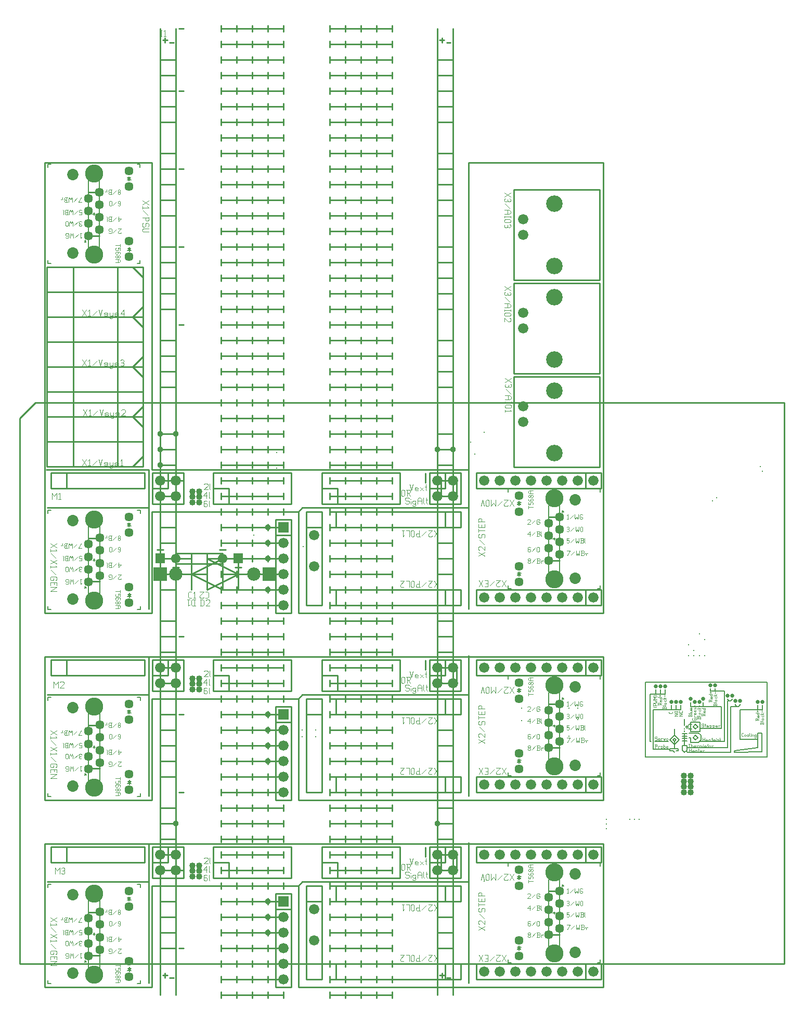
<source format=gbr>
G04 This is an RS-274x file exported by *
G04 gerbv version 2.7.0 *
G04 More information is available about gerbv at *
G04 http://gerbv.geda-project.org/ *
G04 --End of header info--*
%MOIN*%
%FSLAX36Y36*%
%IPPOS*%
G04 --Define apertures--*
%ADD10C,0.0100*%
%ADD11C,0.0060*%
%ADD12C,0.0022*%
%ADD13C,0.0021*%
%ADD14C,0.0027*%
%ADD15C,0.0940*%
%ADD16C,0.0510*%
%ADD17C,0.0350*%
%ADD18C,0.0400*%
%ADD19C,0.0572*%
%ADD20C,0.1162*%
%ADD21C,0.0729*%
%ADD22C,0.0040*%
%ADD23C,0.0038*%
%ADD24C,0.0030*%
%ADD25C,0.0050*%
%ADD26C,0.0660*%
%ADD27C,0.1060*%
%ADD28C,0.0260*%
%ADD29C,0.0001*%
%ADD30C,0.0610*%
%ADD31C,0.0860*%
%ADD32C,0.0380*%
%ADD33C,0.0500*%
%ADD34C,0.0300*%
%ADD35C,0.0130*%
G04 --Start main section--*
G54D10*
G01X1640000Y0850000D02*
G01X1640000Y0250000D01*
G01X1640000Y0250000D02*
G01X1740000Y0250000D01*
G01X1740000Y0250000D02*
G01X1740000Y0850000D01*
G01X1740000Y0850000D02*
G01X1640000Y0850000D01*
G01X1640000Y0750000D02*
G01X1740000Y0750000D01*
G01X1740000Y0750000D02*
G01X1740000Y0850000D01*
G54D11*
G01X4040000Y2130000D02*
G01X4040000Y1825000D01*
G01X4165000Y1835000D02*
G01X4195000Y1865000D01*
G01X4070000Y1825000D02*
G01X4155000Y1825000D01*
G01X4195000Y1905000D02*
G01X4195000Y1865000D01*
G01X4205000Y2060000D02*
G01X4205000Y2030000D01*
G01X4175000Y2060000D02*
G01X4175000Y2030000D01*
G01X4060000Y2030000D02*
G01X4060000Y1775000D01*
G01X4010000Y2205000D02*
G01X4010000Y1725000D01*
G01X4060000Y1775000D02*
G01X4165000Y1775000D01*
G01X4165000Y1780000D02*
G01X4220000Y1780000D01*
G01X4165000Y1780000D02*
G01X4165000Y1765000D01*
G01X4205000Y1765000D02*
G01X4220000Y1765000D01*
G01X4185000Y1765000D02*
G01X4195000Y1755000D01*
G01X4165000Y1765000D02*
G01X4185000Y1765000D01*
G01X4040000Y1825000D02*
G01X4045000Y1825000D01*
G01X4195000Y1825000D02*
G01X4205000Y1835000D01*
G01X4195000Y1845000D02*
G01X4205000Y1835000D01*
G01X4185000Y1835000D02*
G01X4195000Y1845000D01*
G01X4185000Y1835000D02*
G01X4195000Y1825000D01*
G01X4165000Y1835000D02*
G01X4195000Y1805000D01*
G01X4060000Y2030000D02*
G01X4210000Y2030000D01*
G01X4105000Y2160000D02*
G01X4105000Y2130000D01*
G01X4135000Y2160000D02*
G01X4135000Y2130000D01*
G01X4135000Y2130000D02*
G01X4040000Y2130000D01*
G01X4075000Y2160000D02*
G01X4075000Y2130000D01*
G01X4425000Y2165000D02*
G01X4425000Y2150000D01*
G01X4455000Y2165000D02*
G01X4455000Y2150000D01*
G01X4425000Y2150000D02*
G01X4440000Y2150000D01*
G01X4455000Y2165000D02*
G01X4455000Y2160000D01*
G01X4425000Y2165000D02*
G01X4425000Y2160000D01*
G01X4435000Y2150000D02*
G01X4515000Y2150000D01*
G01X4300000Y2050000D02*
G01X4495000Y2050000D01*
G01X4380000Y2075000D02*
G01X4380000Y2050000D01*
G01X4300000Y2075000D02*
G01X4300000Y2050000D01*
G01X4355000Y2055000D02*
G01X4355000Y2050000D01*
G01X4325000Y2055000D02*
G01X4325000Y2050000D01*
G01X4535000Y2085000D02*
G01X4535000Y1785000D01*
G01X4515000Y2150000D02*
G01X4515000Y1825000D01*
G01X4495000Y2050000D02*
G01X4495000Y1910000D01*
G01X4565000Y2100000D02*
G01X4565000Y2095000D01*
G01X4555000Y2085000D02*
G01X4565000Y2095000D01*
G01X4555000Y2050000D02*
G01X4555000Y2025000D01*
G01X4555000Y2030000D02*
G01X4555000Y1755000D01*
G01X4555000Y2050000D02*
G01X4605000Y2050000D01*
G01X4615000Y2065000D02*
G01X4615000Y2060000D01*
G01X4605000Y2050000D02*
G01X4615000Y2060000D01*
G01X4584990Y2060000D02*
G01X4595000Y2050000D01*
G01X4584990Y2065000D02*
G01X4584990Y2060000D01*
G01X4535000Y2085000D02*
G01X4555000Y2085000D01*
G01X4535000Y2095000D02*
G01X4545000Y2085000D01*
G01X4535000Y2100000D02*
G01X4535000Y2095000D01*
G01X4760000Y2060000D02*
G01X4760000Y2030000D01*
G01X4615000Y2030000D02*
G01X4760000Y2030000D01*
G01X4730000Y2060000D02*
G01X4730000Y2030000D01*
G01X4615000Y2030000D02*
G01X4615000Y1840000D01*
G01X4615000Y1840000D02*
G01X4730000Y1840000D01*
G01X4730000Y1880000D02*
G01X4730000Y1785000D01*
G01X4755000Y1880000D02*
G01X4755000Y1760000D01*
G01X4730000Y1880000D02*
G01X4755000Y1880000D01*
G01X4579990Y1765000D02*
G01X4730000Y1785000D01*
G01X4579990Y1765000D02*
G01X4579990Y1755000D01*
G01X4579990Y1755000D02*
G01X4755000Y1760000D01*
G01X4360000Y1910000D02*
G01X4495000Y1910000D01*
G01X4280000Y1755000D02*
G01X4555000Y1755000D01*
G01X4275000Y1785000D02*
G01X4535000Y1785000D01*
G01X4355000Y1825000D02*
G01X4515000Y1825000D01*
G01X4300000Y1820000D02*
G01X4350000Y1820000D01*
G01X4275000Y1800000D02*
G01X4275000Y1770000D01*
G01X4270000Y1765000D02*
G01X4280000Y1755000D01*
G01X4245000Y1800000D02*
G01X4275000Y1800000D01*
G01X4245000Y1800000D02*
G01X4245000Y1770000D01*
G01X4260000Y1755000D02*
G01X4275000Y1770000D01*
G01X4245000Y1770000D02*
G01X4260000Y1755000D01*
G01X4260000Y1970000D02*
G01X4260000Y1930000D01*
G01X4260000Y1895000D02*
G01X4260000Y1890000D01*
G01X4260000Y1910000D02*
G01X4260000Y1905000D01*
G01X4245000Y1875000D02*
G01X4275000Y1875000D01*
G01X4285000Y1910000D02*
G01X4289990Y1905000D01*
G01X4289990Y1905000D02*
G01X4305000Y1905000D01*
G01X4285000Y1930000D02*
G01X4289990Y1935000D01*
G01X4289990Y1935000D02*
G01X4305000Y1935000D01*
G01X4275000Y1930000D02*
G01X4275000Y1910000D01*
G01X4265000Y1920000D02*
G01X4285000Y1920000D01*
G01X4245000Y1860000D02*
G01X4275000Y1860000D01*
G01X4245000Y1845000D02*
G01X4275000Y1845000D01*
G01X4245000Y1830000D02*
G01X4275000Y1830000D01*
G01X4260000Y1880000D02*
G01X4260000Y1800000D01*
G01X4300000Y1950000D02*
G01X4300000Y1890000D01*
G01X4300000Y1890000D02*
G01X4360000Y1890000D01*
G01X4289990Y1880000D02*
G01X4350000Y1880000D01*
G01X4350000Y1880000D02*
G01X4365000Y1865000D01*
G01X4289990Y1850000D02*
G01X4300000Y1850000D01*
G01X4300000Y1850000D02*
G01X4300000Y1820000D01*
G01X4300000Y1950000D02*
G01X4360000Y1950000D01*
G01X4360000Y1950000D02*
G01X4360000Y1890000D01*
G01X4315000Y1920000D02*
G01X4330000Y1905000D01*
G01X4330000Y1905000D02*
G01X4345000Y1920000D01*
G01X4330000Y1935000D02*
G01X4345000Y1920000D01*
G01X4315000Y1920000D02*
G01X4330000Y1935000D01*
G01X4350000Y1820000D02*
G01X4365000Y1835000D01*
G01X4365000Y1865000D02*
G01X4365000Y1835000D01*
G01X4330000Y1865000D02*
G01X4345000Y1850000D01*
G01X4315000Y1850000D02*
G01X4330000Y1865000D01*
G01X4315000Y1850000D02*
G01X4330000Y1835000D01*
G01X4330000Y1835000D02*
G01X4345000Y1850000D01*
G01X4195000Y1825000D02*
G01X4195000Y1780000D01*
G01X4220000Y1780000D02*
G01X4220000Y1765000D01*
G01X4010000Y2205000D02*
G01X4790000Y2205000D01*
G01X4790000Y2205000D02*
G01X4790000Y1725000D01*
G01X4010000Y1725000D02*
G01X4790000Y1725000D01*
G01X4195000Y1805000D02*
G01X4225000Y1835000D01*
G01X4195000Y1865000D02*
G01X4225000Y1835000D01*
G01X4235000Y2060000D02*
G01X4235000Y2030000D01*
G01X4170000Y2030000D02*
G01X4235000Y2030000D01*
G54D12*
G01X4307000Y1995800D02*
G01X4307000Y1985000D01*
G01X4304300Y1998490D02*
G01X4307000Y1995800D01*
G01X4297820Y1998490D02*
G01X4304300Y1998490D01*
G01X4295120Y1995800D02*
G01X4297820Y1998490D01*
G01X4295120Y1995800D02*
G01X4295120Y1987700D01*
G01X4285400Y1987700D02*
G01X4307000Y1987700D01*
G01X4285400Y1995800D02*
G01X4285400Y1985000D01*
G01X4285400Y1995800D02*
G01X4288100Y1998490D01*
G01X4288100Y1998490D02*
G01X4292420Y1998490D01*
G01X4292420Y1998490D02*
G01X4295120Y1995800D01*
G01X4285400Y2004980D02*
G01X4304300Y2004980D01*
G01X4304300Y2004980D02*
G01X4307000Y2007680D01*
G01X4296200Y2013080D02*
G01X4304300Y2013080D01*
G01X4304300Y2013080D02*
G01X4307000Y2015780D01*
G01X4307000Y2021180D02*
G01X4307000Y2015780D01*
G01X4304300Y2023880D02*
G01X4307000Y2021180D01*
G01X4296200Y2023880D02*
G01X4304300Y2023880D01*
G01X4307000Y2041160D02*
G01X4307000Y2033060D01*
G01X4304300Y2030350D02*
G01X4307000Y2033060D01*
G01X4298900Y2030350D02*
G01X4304300Y2030350D01*
G01X4296200Y2033060D02*
G01X4298900Y2030350D01*
G01X4296200Y2038450D02*
G01X4296200Y2033060D01*
G01X4296200Y2038450D02*
G01X4298900Y2041160D01*
G01X4301590Y2041160D02*
G01X4301590Y2030350D01*
G01X4298900Y2041160D02*
G01X4301590Y2041160D01*
G01X4225400Y1990000D02*
G01X4247000Y1990000D01*
G01X4225400Y1990000D02*
G01X4247000Y2003500D01*
G01X4225400Y2003500D02*
G01X4247000Y2003500D01*
G01X4247000Y2020780D02*
G01X4247000Y2013750D01*
G01X4243220Y2009980D02*
G01X4247000Y2013750D01*
G01X4229180Y2009980D02*
G01X4243220Y2009980D01*
G01X4225400Y2013750D02*
G01X4229180Y2009980D01*
G01X4225400Y2020780D02*
G01X4225400Y2013750D01*
G54D13*
G01X4181500Y2015600D02*
G01X4181500Y2008700D01*
G01X4177790Y2005000D02*
G01X4181500Y2008700D01*
G01X4164010Y2005000D02*
G01X4177790Y2005000D01*
G01X4160300Y2008700D02*
G01X4164010Y2005000D01*
G01X4160300Y2015600D02*
G01X4160300Y2008700D01*
G01X4195300Y1990000D02*
G01X4216500Y1990000D01*
G01X4195300Y1990000D02*
G01X4216500Y2003250D01*
G01X4195300Y2003250D02*
G01X4216500Y2003250D01*
G01X4197950Y2009610D02*
G01X4213850Y2009610D01*
G01X4195300Y2012250D02*
G01X4197950Y2009610D01*
G01X4195300Y2017560D02*
G01X4195300Y2012250D01*
G01X4195300Y2017560D02*
G01X4197950Y2020210D01*
G01X4197950Y2020210D02*
G01X4213850Y2020210D01*
G01X4213850Y2020210D02*
G01X4216500Y2017560D01*
G01X4216500Y2017560D02*
G01X4216500Y2012250D01*
G01X4213850Y2009610D02*
G01X4216500Y2012250D01*
G54D12*
G01X4080800Y1854600D02*
G01X4083500Y1851900D01*
G01X4072700Y1854600D02*
G01X4080800Y1854600D01*
G01X4070000Y1851900D02*
G01X4072700Y1854600D01*
G01X4070000Y1851900D02*
G01X4070000Y1846500D01*
G01X4070000Y1846500D02*
G01X4072700Y1843800D01*
G01X4072700Y1843800D02*
G01X4080800Y1843800D01*
G01X4080800Y1843800D02*
G01X4083500Y1841100D01*
G01X4083500Y1841100D02*
G01X4083500Y1835700D01*
G01X4080800Y1833000D02*
G01X4083500Y1835700D01*
G01X4072700Y1833000D02*
G01X4080800Y1833000D01*
G01X4070000Y1835700D02*
G01X4072700Y1833000D01*
G01X4092680Y1833000D02*
G01X4100780Y1833000D01*
G01X4089980Y1835700D02*
G01X4092680Y1833000D01*
G01X4089980Y1841100D02*
G01X4089980Y1835700D01*
G01X4089980Y1841100D02*
G01X4092680Y1843800D01*
G01X4092680Y1843800D02*
G01X4098080Y1843800D01*
G01X4098080Y1843800D02*
G01X4100780Y1841100D01*
G01X4089980Y1838390D02*
G01X4100780Y1838390D01*
G01X4100780Y1841100D02*
G01X4100780Y1838390D01*
G01X4109960Y1841100D02*
G01X4109960Y1833000D01*
G01X4109960Y1841100D02*
G01X4112660Y1843800D01*
G01X4112660Y1843800D02*
G01X4118060Y1843800D01*
G01X4107260Y1843800D02*
G01X4109960Y1841100D01*
G01X4124540Y1843800D02*
G01X4129940Y1833000D01*
G01X4129940Y1833000D02*
G01X4135340Y1843800D01*
G01X4141820Y1841100D02*
G01X4141820Y1835700D01*
G01X4141820Y1841100D02*
G01X4144520Y1843800D01*
G01X4144520Y1843800D02*
G01X4149920Y1843800D01*
G01X4149920Y1843800D02*
G01X4152620Y1841100D01*
G01X4152620Y1841100D02*
G01X4152620Y1835700D01*
G01X4149920Y1833000D02*
G01X4152620Y1835700D01*
G01X4144520Y1833000D02*
G01X4149920Y1833000D01*
G01X4141820Y1835700D02*
G01X4144520Y1833000D01*
G01X4375000Y1849600D02*
G01X4375000Y1828000D01*
G01X4388500Y1849600D02*
G01X4388500Y1828000D01*
G01X4375000Y1838800D02*
G01X4388500Y1838800D01*
G01X4397680Y1828000D02*
G01X4405780Y1828000D01*
G01X4394980Y1830700D02*
G01X4397680Y1828000D01*
G01X4394980Y1836090D02*
G01X4394980Y1830700D01*
G01X4394980Y1836090D02*
G01X4397680Y1838800D01*
G01X4397680Y1838800D02*
G01X4403080Y1838800D01*
G01X4403080Y1838800D02*
G01X4405780Y1836090D01*
G01X4394980Y1833400D02*
G01X4405780Y1833400D01*
G01X4405780Y1836090D02*
G01X4405780Y1833400D01*
G01X4420360Y1838800D02*
G01X4423060Y1836090D01*
G01X4414960Y1838800D02*
G01X4420360Y1838800D01*
G01X4412260Y1836090D02*
G01X4414960Y1838800D01*
G01X4412260Y1836090D02*
G01X4412260Y1830700D01*
G01X4412260Y1830700D02*
G01X4414960Y1828000D01*
G01X4423060Y1838800D02*
G01X4423060Y1830700D01*
G01X4423060Y1830700D02*
G01X4425760Y1828000D01*
G01X4414960Y1828000D02*
G01X4420360Y1828000D01*
G01X4420360Y1828000D02*
G01X4423060Y1830700D01*
G01X4434940Y1849600D02*
G01X4434940Y1830700D01*
G01X4434940Y1830700D02*
G01X4437640Y1828000D01*
G01X4432240Y1841500D02*
G01X4437640Y1841500D01*
G01X4445740Y1828000D02*
G01X4453840Y1828000D01*
G01X4453840Y1828000D02*
G01X4456540Y1830700D01*
G01X4453840Y1833400D02*
G01X4456540Y1830700D01*
G01X4445740Y1833400D02*
G01X4453840Y1833400D01*
G01X4443040Y1836090D02*
G01X4445740Y1833400D01*
G01X4443040Y1836090D02*
G01X4445740Y1838800D01*
G01X4445740Y1838800D02*
G01X4453840Y1838800D01*
G01X4453840Y1838800D02*
G01X4456540Y1836090D01*
G01X4443040Y1830700D02*
G01X4445740Y1828000D01*
G54D14*
G01X4463020Y1844200D02*
G01X4463020Y1843660D01*
G54D12*
G01X4463020Y1836090D02*
G01X4463020Y1828000D01*
G01X4471120Y1836090D02*
G01X4471120Y1828000D01*
G01X4471120Y1836090D02*
G01X4473820Y1838800D01*
G01X4473820Y1838800D02*
G01X4476520Y1838800D01*
G01X4476520Y1838800D02*
G01X4479220Y1836090D01*
G01X4479220Y1836090D02*
G01X4479220Y1828000D01*
G01X4468420Y1838800D02*
G01X4471120Y1836090D01*
G01X4485700Y1849600D02*
G01X4485700Y1828000D01*
G01X4485700Y1836090D02*
G01X4493800Y1828000D01*
G01X4485700Y1836090D02*
G01X4491100Y1841500D01*
G01X4072700Y1804600D02*
G01X4072700Y1783000D01*
G01X4070000Y1804600D02*
G01X4080800Y1804600D01*
G01X4080800Y1804600D02*
G01X4083500Y1801900D01*
G01X4083500Y1801900D02*
G01X4083500Y1796500D01*
G01X4080800Y1793800D02*
G01X4083500Y1796500D01*
G01X4072700Y1793800D02*
G01X4080800Y1793800D01*
G01X4092680Y1791100D02*
G01X4092680Y1783000D01*
G01X4092680Y1791100D02*
G01X4095380Y1793800D01*
G01X4095380Y1793800D02*
G01X4100780Y1793800D01*
G01X4089980Y1793800D02*
G01X4092680Y1791100D01*
G01X4107260Y1791100D02*
G01X4107260Y1785700D01*
G01X4107260Y1791100D02*
G01X4109960Y1793800D01*
G01X4109960Y1793800D02*
G01X4115360Y1793800D01*
G01X4115360Y1793800D02*
G01X4118060Y1791100D01*
G01X4118060Y1791100D02*
G01X4118060Y1785700D01*
G01X4115360Y1783000D02*
G01X4118060Y1785700D01*
G01X4109960Y1783000D02*
G01X4115360Y1783000D01*
G01X4107260Y1785700D02*
G01X4109960Y1783000D01*
G01X4124540Y1804600D02*
G01X4124540Y1783000D01*
G01X4124540Y1785700D02*
G01X4127240Y1783000D01*
G01X4127240Y1783000D02*
G01X4132640Y1783000D01*
G01X4132640Y1783000D02*
G01X4135340Y1785700D01*
G01X4135340Y1791100D02*
G01X4135340Y1785700D01*
G01X4132640Y1793800D02*
G01X4135340Y1791100D01*
G01X4127240Y1793800D02*
G01X4132640Y1793800D01*
G01X4124540Y1791100D02*
G01X4127240Y1793800D01*
G01X4144520Y1783000D02*
G01X4152620Y1783000D01*
G01X4141820Y1785700D02*
G01X4144520Y1783000D01*
G01X4141820Y1791100D02*
G01X4141820Y1785700D01*
G01X4141820Y1791100D02*
G01X4144520Y1793800D01*
G01X4144520Y1793800D02*
G01X4149920Y1793800D01*
G01X4149920Y1793800D02*
G01X4152620Y1791100D01*
G01X4141820Y1788400D02*
G01X4152620Y1788400D01*
G01X4152620Y1791100D02*
G01X4152620Y1788400D01*
G01X4285000Y1809600D02*
G01X4295800Y1809600D01*
G01X4290400Y1809600D02*
G01X4290400Y1788000D01*
G01X4302280Y1809600D02*
G01X4302280Y1788000D01*
G01X4302280Y1796100D02*
G01X4304980Y1798800D01*
G01X4304980Y1798800D02*
G01X4310380Y1798800D01*
G01X4310380Y1798800D02*
G01X4313080Y1796100D01*
G01X4313080Y1796100D02*
G01X4313080Y1788000D01*
G01X4322260Y1788000D02*
G01X4330360Y1788000D01*
G01X4319560Y1790690D02*
G01X4322260Y1788000D01*
G01X4319560Y1796100D02*
G01X4319560Y1790690D01*
G01X4319560Y1796100D02*
G01X4322260Y1798800D01*
G01X4322260Y1798800D02*
G01X4327660Y1798800D01*
G01X4327660Y1798800D02*
G01X4330360Y1796100D01*
G01X4319560Y1793400D02*
G01X4330360Y1793400D01*
G01X4330360Y1796100D02*
G01X4330360Y1793400D01*
G01X4339540Y1796100D02*
G01X4339540Y1788000D01*
G01X4339540Y1796100D02*
G01X4342240Y1798800D01*
G01X4342240Y1798800D02*
G01X4347640Y1798800D01*
G01X4336840Y1798800D02*
G01X4339540Y1796100D01*
G01X4356820Y1796100D02*
G01X4356820Y1788000D01*
G01X4356820Y1796100D02*
G01X4359520Y1798800D01*
G01X4359520Y1798800D02*
G01X4362220Y1798800D01*
G01X4362220Y1798800D02*
G01X4364920Y1796100D01*
G01X4364920Y1796100D02*
G01X4364920Y1788000D01*
G01X4364920Y1796100D02*
G01X4367620Y1798800D01*
G01X4367620Y1798800D02*
G01X4370320Y1798800D01*
G01X4370320Y1798800D02*
G01X4373020Y1796100D01*
G01X4373020Y1796100D02*
G01X4373020Y1788000D01*
G01X4354120Y1798800D02*
G01X4356820Y1796100D01*
G54D14*
G01X4379500Y1804200D02*
G01X4379500Y1803660D01*
G54D12*
G01X4379500Y1796100D02*
G01X4379500Y1788000D01*
G01X4387600Y1788000D02*
G01X4395700Y1788000D01*
G01X4395700Y1788000D02*
G01X4398400Y1790690D01*
G01X4395700Y1793400D02*
G01X4398400Y1790690D01*
G01X4387600Y1793400D02*
G01X4395700Y1793400D01*
G01X4384900Y1796100D02*
G01X4387600Y1793400D01*
G01X4384900Y1796100D02*
G01X4387600Y1798800D01*
G01X4387600Y1798800D02*
G01X4395700Y1798800D01*
G01X4395700Y1798800D02*
G01X4398400Y1796100D01*
G01X4384900Y1790690D02*
G01X4387600Y1788000D01*
G01X4407580Y1809600D02*
G01X4407580Y1790690D01*
G01X4407580Y1790690D02*
G01X4410280Y1788000D01*
G01X4404880Y1801500D02*
G01X4410280Y1801500D01*
G01X4415680Y1796100D02*
G01X4415680Y1790690D01*
G01X4415680Y1796100D02*
G01X4418380Y1798800D01*
G01X4418380Y1798800D02*
G01X4423780Y1798800D01*
G01X4423780Y1798800D02*
G01X4426480Y1796100D01*
G01X4426480Y1796100D02*
G01X4426480Y1790690D01*
G01X4423780Y1788000D02*
G01X4426480Y1790690D01*
G01X4418380Y1788000D02*
G01X4423780Y1788000D01*
G01X4415680Y1790690D02*
G01X4418380Y1788000D01*
G01X4435660Y1796100D02*
G01X4435660Y1788000D01*
G01X4435660Y1796100D02*
G01X4438360Y1798800D01*
G01X4438360Y1798800D02*
G01X4443760Y1798800D01*
G01X4432960Y1798800D02*
G01X4435660Y1796100D01*
G01X4289990Y1779590D02*
G01X4289990Y1758000D01*
G01X4303500Y1779590D02*
G01X4303500Y1758000D01*
G01X4289990Y1768800D02*
G01X4303500Y1768800D01*
G01X4312680Y1758000D02*
G01X4320780Y1758000D01*
G01X4309970Y1760700D02*
G01X4312680Y1758000D01*
G01X4309970Y1766100D02*
G01X4309970Y1760700D01*
G01X4309970Y1766100D02*
G01X4312680Y1768800D01*
G01X4312680Y1768800D02*
G01X4318080Y1768800D01*
G01X4318080Y1768800D02*
G01X4320780Y1766100D01*
G01X4309970Y1763400D02*
G01X4320780Y1763400D01*
G01X4320780Y1766100D02*
G01X4320780Y1763400D01*
G01X4335360Y1768800D02*
G01X4338060Y1766100D01*
G01X4329960Y1768800D02*
G01X4335360Y1768800D01*
G01X4327260Y1766100D02*
G01X4329960Y1768800D01*
G01X4327260Y1766100D02*
G01X4327260Y1760700D01*
G01X4327260Y1760700D02*
G01X4329960Y1758000D01*
G01X4338060Y1768800D02*
G01X4338060Y1760700D01*
G01X4338060Y1760700D02*
G01X4340760Y1758000D01*
G01X4329960Y1758000D02*
G01X4335360Y1758000D01*
G01X4335360Y1758000D02*
G01X4338060Y1760700D01*
G01X4349940Y1779590D02*
G01X4349940Y1760700D01*
G01X4349940Y1760700D02*
G01X4352640Y1758000D01*
G01X4347240Y1771500D02*
G01X4352640Y1771500D01*
G01X4360740Y1758000D02*
G01X4368840Y1758000D01*
G01X4358040Y1760700D02*
G01X4360740Y1758000D01*
G01X4358040Y1766100D02*
G01X4358040Y1760700D01*
G01X4358040Y1766100D02*
G01X4360740Y1768800D01*
G01X4360740Y1768800D02*
G01X4366140Y1768800D01*
G01X4366140Y1768800D02*
G01X4368840Y1766100D01*
G01X4358040Y1763400D02*
G01X4368840Y1763400D01*
G01X4368840Y1766100D02*
G01X4368840Y1763400D01*
G01X4378020Y1766100D02*
G01X4378020Y1758000D01*
G01X4378020Y1766100D02*
G01X4380720Y1768800D01*
G01X4380720Y1768800D02*
G01X4386120Y1768800D01*
G01X4375320Y1768800D02*
G01X4378020Y1766100D01*
G01X4090400Y2070800D02*
G01X4090400Y2060000D01*
G01X4090400Y2070800D02*
G01X4093100Y2073500D01*
G01X4093100Y2073500D02*
G01X4098500Y2073500D01*
G01X4098500Y2073500D02*
G01X4101200Y2070800D01*
G01X4101200Y2070800D02*
G01X4101200Y2062700D01*
G01X4090400Y2062700D02*
G01X4112000Y2062700D01*
G01X4101200Y2067020D02*
G01X4112000Y2073500D01*
G01X4112000Y2090780D02*
G01X4112000Y2082680D01*
G01X4109300Y2079980D02*
G01X4112000Y2082680D01*
G01X4103900Y2079980D02*
G01X4109300Y2079980D01*
G01X4101200Y2082680D02*
G01X4103900Y2079980D01*
G01X4101200Y2088080D02*
G01X4101200Y2082680D01*
G01X4101200Y2088080D02*
G01X4103900Y2090780D01*
G01X4106600Y2090780D02*
G01X4106600Y2079980D01*
G01X4103900Y2090780D02*
G01X4106600Y2090780D01*
G01X4090400Y2108060D02*
G01X4112000Y2108060D01*
G01X4109300Y2108060D02*
G01X4112000Y2105360D01*
G01X4112000Y2105360D02*
G01X4112000Y2099960D01*
G01X4109300Y2097260D02*
G01X4112000Y2099960D01*
G01X4103900Y2097260D02*
G01X4109300Y2097260D01*
G01X4101200Y2099960D02*
G01X4103900Y2097260D01*
G01X4101200Y2105360D02*
G01X4101200Y2099960D01*
G01X4101200Y2105360D02*
G01X4103900Y2108060D01*
G01X4101200Y2125340D02*
G01X4101200Y2114540D01*
G01X4095800Y2119940D02*
G01X4106600Y2119940D01*
G54D13*
G01X4141500Y2045600D02*
G01X4141500Y2035000D01*
G01X4138850Y2048250D02*
G01X4141500Y2045600D01*
G01X4132490Y2048250D02*
G01X4138850Y2048250D01*
G01X4129840Y2045600D02*
G01X4132490Y2048250D01*
G01X4129840Y2045600D02*
G01X4129840Y2037650D01*
G01X4120300Y2037650D02*
G01X4141500Y2037650D01*
G01X4120300Y2045600D02*
G01X4120300Y2035000D01*
G01X4120300Y2045600D02*
G01X4122950Y2048250D01*
G01X4122950Y2048250D02*
G01X4127190Y2048250D01*
G01X4127190Y2048250D02*
G01X4129840Y2045600D01*
G01X4120300Y2054610D02*
G01X4138850Y2054610D01*
G01X4138850Y2054610D02*
G01X4141500Y2057260D01*
G01X4130900Y2070510D02*
G01X4133550Y2073160D01*
G01X4130900Y2070510D02*
G01X4130900Y2065210D01*
G01X4130900Y2065210D02*
G01X4133550Y2062560D01*
G01X4133550Y2062560D02*
G01X4138850Y2062560D01*
G01X4138850Y2062560D02*
G01X4141500Y2065210D01*
G01X4130900Y2073160D02*
G01X4138850Y2073160D01*
G01X4138850Y2073160D02*
G01X4141500Y2075810D01*
G01X4141500Y2070510D02*
G01X4141500Y2065210D01*
G01X4138850Y2073160D02*
G01X4141500Y2070510D01*
G01X4130900Y2092770D02*
G01X4130900Y2084820D01*
G01X4130900Y2084820D02*
G01X4133550Y2082170D01*
G01X4133550Y2082170D02*
G01X4138850Y2082170D01*
G01X4138850Y2082170D02*
G01X4141500Y2084820D01*
G01X4141500Y2092770D02*
G01X4141500Y2084820D01*
G01X4120300Y2099130D02*
G01X4141500Y2099130D01*
G01X4133550Y2099130D02*
G01X4141500Y2107080D01*
G01X4128250Y2104430D02*
G01X4133550Y2099130D01*
G01X4130900Y2124040D02*
G01X4130900Y2113440D01*
G01X4078850Y2045000D02*
G01X4081500Y2047650D01*
G01X4060300Y2047650D02*
G01X4062950Y2045000D01*
G01X4062950Y2045000D02*
G01X4078850Y2045000D01*
G01X4060300Y2056660D02*
G01X4081500Y2056660D01*
G01X4060300Y2064610D02*
G01X4060300Y2054010D01*
G01X4060300Y2064610D02*
G01X4062950Y2067260D01*
G01X4062950Y2067260D02*
G01X4068250Y2067260D01*
G01X4068250Y2067260D02*
G01X4070900Y2064610D01*
G01X4070900Y2064610D02*
G01X4070900Y2056660D01*
G01X4060300Y2073620D02*
G01X4070900Y2073620D01*
G01X4070900Y2073620D02*
G01X4081500Y2076270D01*
G01X4070900Y2081570D02*
G01X4081500Y2076270D01*
G01X4070900Y2081570D02*
G01X4081500Y2086870D01*
G01X4070900Y2089520D02*
G01X4081500Y2086870D01*
G01X4060300Y2089520D02*
G01X4070900Y2089520D01*
G01X4060300Y2095880D02*
G01X4081500Y2095880D01*
G01X4060300Y2095880D02*
G01X4070900Y2103830D01*
G01X4060300Y2111780D02*
G01X4070900Y2103830D01*
G01X4060300Y2111780D02*
G01X4081500Y2111780D01*
G01X4060300Y2118140D02*
G01X4062950Y2120790D01*
G01X4062950Y2120790D02*
G01X4078850Y2120790D01*
G01X4078850Y2120790D02*
G01X4081500Y2118140D01*
G01X4466500Y2065600D02*
G01X4466500Y2055000D01*
G01X4463850Y2068250D02*
G01X4466500Y2065600D01*
G01X4457490Y2068250D02*
G01X4463850Y2068250D01*
G01X4454840Y2065600D02*
G01X4457490Y2068250D01*
G01X4454840Y2065600D02*
G01X4454840Y2057650D01*
G01X4445300Y2057650D02*
G01X4466500Y2057650D01*
G01X4445300Y2065600D02*
G01X4445300Y2055000D01*
G01X4445300Y2065600D02*
G01X4447950Y2068250D01*
G01X4447950Y2068250D02*
G01X4452190Y2068250D01*
G01X4452190Y2068250D02*
G01X4454840Y2065600D01*
G01X4445300Y2074610D02*
G01X4463850Y2074610D01*
G01X4463850Y2074610D02*
G01X4466500Y2077260D01*
G01X4455900Y2090510D02*
G01X4458550Y2093160D01*
G01X4455900Y2090510D02*
G01X4455900Y2085210D01*
G01X4455900Y2085210D02*
G01X4458550Y2082560D01*
G01X4458550Y2082560D02*
G01X4463850Y2082560D01*
G01X4463850Y2082560D02*
G01X4466500Y2085210D01*
G01X4455900Y2093160D02*
G01X4463850Y2093160D01*
G01X4463850Y2093160D02*
G01X4466500Y2095810D01*
G01X4466500Y2090510D02*
G01X4466500Y2085210D01*
G01X4463850Y2093160D02*
G01X4466500Y2090510D01*
G01X4455900Y2112770D02*
G01X4455900Y2104820D01*
G01X4455900Y2104820D02*
G01X4458550Y2102170D01*
G01X4458550Y2102170D02*
G01X4463850Y2102170D01*
G01X4463850Y2102170D02*
G01X4466500Y2104820D01*
G01X4466500Y2112770D02*
G01X4466500Y2104820D01*
G01X4445300Y2119130D02*
G01X4466500Y2119130D01*
G01X4458550Y2119130D02*
G01X4466500Y2127080D01*
G01X4453250Y2124430D02*
G01X4458550Y2119130D01*
G01X4455900Y2144040D02*
G01X4455900Y2133440D01*
G54D12*
G01X4415400Y2090800D02*
G01X4415400Y2080000D01*
G01X4415400Y2090800D02*
G01X4418100Y2093500D01*
G01X4418100Y2093500D02*
G01X4423500Y2093500D01*
G01X4423500Y2093500D02*
G01X4426200Y2090800D01*
G01X4426200Y2090800D02*
G01X4426200Y2082700D01*
G01X4415400Y2082700D02*
G01X4437000Y2082700D01*
G01X4426200Y2087020D02*
G01X4437000Y2093500D01*
G01X4437000Y2110780D02*
G01X4437000Y2102680D01*
G01X4434300Y2099980D02*
G01X4437000Y2102680D01*
G01X4428900Y2099980D02*
G01X4434300Y2099980D01*
G01X4426200Y2102680D02*
G01X4428900Y2099980D01*
G01X4426200Y2108080D02*
G01X4426200Y2102680D01*
G01X4426200Y2108080D02*
G01X4428900Y2110780D01*
G01X4431600Y2110780D02*
G01X4431600Y2099980D01*
G01X4428900Y2110780D02*
G01X4431600Y2110780D01*
G01X4415400Y2128060D02*
G01X4437000Y2128060D01*
G01X4434300Y2128060D02*
G01X4437000Y2125360D01*
G01X4437000Y2125360D02*
G01X4437000Y2119960D01*
G01X4434300Y2117260D02*
G01X4437000Y2119960D01*
G01X4428900Y2117260D02*
G01X4434300Y2117260D01*
G01X4426200Y2119960D02*
G01X4428900Y2117260D01*
G01X4426200Y2125360D02*
G01X4426200Y2119960D01*
G01X4426200Y2125360D02*
G01X4428900Y2128060D01*
G01X4426200Y2145340D02*
G01X4426200Y2134540D01*
G01X4420800Y2139940D02*
G01X4431600Y2139940D01*
G01X4310400Y1970790D02*
G01X4313100Y1973500D01*
G01X4310400Y1970790D02*
G01X4310400Y1962690D01*
G01X4310400Y1962690D02*
G01X4313100Y1960000D01*
G01X4313100Y1960000D02*
G01X4329290Y1960000D01*
G01X4329290Y1960000D02*
G01X4332000Y1962690D01*
G01X4332000Y1970790D02*
G01X4332000Y1962690D01*
G01X4329290Y1973500D02*
G01X4332000Y1970790D01*
G01X4323900Y1973500D02*
G01X4329290Y1973500D01*
G01X4321190Y1970790D02*
G01X4323900Y1973500D01*
G01X4321190Y1970790D02*
G01X4321190Y1965400D01*
G01X4323900Y1982670D02*
G01X4332000Y1982670D01*
G01X4321190Y1985380D02*
G01X4323900Y1982670D01*
G01X4321190Y1990770D02*
G01X4321190Y1985380D01*
G01X4321190Y1979980D02*
G01X4323900Y1982670D01*
G01X4332000Y2008060D02*
G01X4332000Y1999960D01*
G01X4329290Y1997260D02*
G01X4332000Y1999960D01*
G01X4323900Y1997260D02*
G01X4329290Y1997260D01*
G01X4321190Y1999960D02*
G01X4323900Y1997260D01*
G01X4321190Y2005360D02*
G01X4321190Y1999960D01*
G01X4321190Y2005360D02*
G01X4323900Y2008060D01*
G01X4326600Y2008060D02*
G01X4326600Y1997260D01*
G01X4323900Y2008060D02*
G01X4326600Y2008060D01*
G01X4332000Y2025340D02*
G01X4332000Y2017240D01*
G01X4329290Y2014530D02*
G01X4332000Y2017240D01*
G01X4323900Y2014530D02*
G01X4329290Y2014530D01*
G01X4321190Y2017240D02*
G01X4323900Y2014530D01*
G01X4321190Y2022630D02*
G01X4321190Y2017240D01*
G01X4321190Y2022630D02*
G01X4323900Y2025340D01*
G01X4326600Y2025340D02*
G01X4326600Y2014530D01*
G01X4323900Y2025340D02*
G01X4326600Y2025340D01*
G01X4323900Y2034510D02*
G01X4332000Y2034510D01*
G01X4321190Y2037220D02*
G01X4323900Y2034510D01*
G01X4321190Y2039920D02*
G01X4321190Y2037220D01*
G01X4321190Y2039920D02*
G01X4323900Y2042620D01*
G01X4323900Y2042620D02*
G01X4332000Y2042620D01*
G01X4321190Y2031820D02*
G01X4323900Y2034510D01*
G01X4370400Y2000800D02*
G01X4370400Y1990000D01*
G01X4370400Y2000800D02*
G01X4373100Y2003500D01*
G01X4373100Y2003500D02*
G01X4378500Y2003500D01*
G01X4378500Y2003500D02*
G01X4381200Y2000800D01*
G01X4381200Y2000800D02*
G01X4381200Y1992700D01*
G01X4370400Y1992700D02*
G01X4392000Y1992700D01*
G01X4381200Y1997020D02*
G01X4392000Y2003500D01*
G01X4392000Y2020780D02*
G01X4392000Y2012680D01*
G01X4389300Y2009980D02*
G01X4392000Y2012680D01*
G01X4383900Y2009980D02*
G01X4389300Y2009980D01*
G01X4381200Y2012680D02*
G01X4383900Y2009980D01*
G01X4381200Y2018080D02*
G01X4381200Y2012680D01*
G01X4381200Y2018080D02*
G01X4383900Y2020780D01*
G01X4386600Y2020780D02*
G01X4386600Y2009980D01*
G01X4383900Y2020780D02*
G01X4386600Y2020780D01*
G01X4370400Y2038060D02*
G01X4392000Y2038060D01*
G01X4389300Y2038060D02*
G01X4392000Y2035360D01*
G01X4392000Y2035360D02*
G01X4392000Y2029960D01*
G01X4389300Y2027260D02*
G01X4392000Y2029960D01*
G01X4383900Y2027260D02*
G01X4389300Y2027260D01*
G01X4381200Y2029960D02*
G01X4383900Y2027260D01*
G01X4381200Y2035360D02*
G01X4381200Y2029960D01*
G01X4381200Y2035360D02*
G01X4383900Y2038060D01*
G01X4362000Y1980800D02*
G01X4362000Y1970000D01*
G01X4359300Y1983500D02*
G01X4362000Y1980800D01*
G01X4352820Y1983500D02*
G01X4359300Y1983500D01*
G01X4350120Y1980800D02*
G01X4352820Y1983500D01*
G01X4350120Y1980800D02*
G01X4350120Y1972700D01*
G01X4340400Y1972700D02*
G01X4362000Y1972700D01*
G01X4340400Y1980800D02*
G01X4340400Y1970000D01*
G01X4340400Y1980800D02*
G01X4343100Y1983500D01*
G01X4343100Y1983500D02*
G01X4347420Y1983500D01*
G01X4347420Y1983500D02*
G01X4350120Y1980800D01*
G01X4340400Y1989980D02*
G01X4359300Y1989980D01*
G01X4359300Y1989980D02*
G01X4362000Y1992680D01*
G01X4351200Y2006180D02*
G01X4353900Y2008870D01*
G01X4351200Y2006180D02*
G01X4351200Y2000780D01*
G01X4351200Y2000780D02*
G01X4353900Y1998080D01*
G01X4353900Y1998080D02*
G01X4359300Y1998080D01*
G01X4359300Y1998080D02*
G01X4362000Y2000780D01*
G01X4351200Y2008870D02*
G01X4359300Y2008870D01*
G01X4359300Y2008870D02*
G01X4362000Y2011580D01*
G01X4362000Y2006180D02*
G01X4362000Y2000780D01*
G01X4359300Y2008870D02*
G01X4362000Y2006180D01*
G01X4351200Y2028850D02*
G01X4351200Y2020750D01*
G01X4351200Y2020750D02*
G01X4353900Y2018060D01*
G01X4353900Y2018060D02*
G01X4359300Y2018060D01*
G01X4359300Y2018060D02*
G01X4362000Y2020750D01*
G01X4362000Y2028850D02*
G01X4362000Y2020750D01*
G01X4340400Y2035340D02*
G01X4362000Y2035340D01*
G01X4353900Y2035340D02*
G01X4362000Y2043440D01*
G01X4348500Y2040740D02*
G01X4353900Y2035340D01*
G01X4380800Y1939600D02*
G01X4383500Y1936900D01*
G01X4372700Y1939600D02*
G01X4380800Y1939600D01*
G01X4370000Y1936900D02*
G01X4372700Y1939600D01*
G01X4370000Y1936900D02*
G01X4370000Y1931500D01*
G01X4370000Y1931500D02*
G01X4372700Y1928800D01*
G01X4372700Y1928800D02*
G01X4380800Y1928800D01*
G01X4380800Y1928800D02*
G01X4383500Y1926100D01*
G01X4383500Y1926100D02*
G01X4383500Y1920700D01*
G01X4380800Y1918000D02*
G01X4383500Y1920700D01*
G01X4372700Y1918000D02*
G01X4380800Y1918000D01*
G01X4370000Y1920700D02*
G01X4372700Y1918000D01*
G01X4392680Y1939600D02*
G01X4392680Y1920700D01*
G01X4392680Y1920700D02*
G01X4395380Y1918000D01*
G01X4389980Y1931500D02*
G01X4395380Y1931500D01*
G01X4403480Y1918000D02*
G01X4411580Y1918000D01*
G01X4400780Y1920700D02*
G01X4403480Y1918000D01*
G01X4400780Y1926100D02*
G01X4400780Y1920700D01*
G01X4400780Y1926100D02*
G01X4403480Y1928800D01*
G01X4403480Y1928800D02*
G01X4408880Y1928800D01*
G01X4408880Y1928800D02*
G01X4411580Y1926100D01*
G01X4400780Y1923400D02*
G01X4411580Y1923400D01*
G01X4411580Y1926100D02*
G01X4411580Y1923400D01*
G01X4420760Y1926100D02*
G01X4420760Y1909900D01*
G01X4418060Y1928800D02*
G01X4420760Y1926100D01*
G01X4420760Y1926100D02*
G01X4423460Y1928800D01*
G01X4423460Y1928800D02*
G01X4428860Y1928800D01*
G01X4428860Y1928800D02*
G01X4431560Y1926100D01*
G01X4431560Y1926100D02*
G01X4431560Y1920700D01*
G01X4428860Y1918000D02*
G01X4431560Y1920700D01*
G01X4423460Y1918000D02*
G01X4428860Y1918000D01*
G01X4420760Y1920700D02*
G01X4423460Y1918000D01*
G01X4440740Y1926100D02*
G01X4440740Y1909900D01*
G01X4438040Y1928800D02*
G01X4440740Y1926100D01*
G01X4440740Y1926100D02*
G01X4443440Y1928800D01*
G01X4443440Y1928800D02*
G01X4448840Y1928800D01*
G01X4448840Y1928800D02*
G01X4451540Y1926100D01*
G01X4451540Y1926100D02*
G01X4451540Y1920700D01*
G01X4448840Y1918000D02*
G01X4451540Y1920700D01*
G01X4443440Y1918000D02*
G01X4448840Y1918000D01*
G01X4440740Y1920700D02*
G01X4443440Y1918000D01*
G01X4460720Y1918000D02*
G01X4468820Y1918000D01*
G01X4458020Y1920700D02*
G01X4460720Y1918000D01*
G01X4458020Y1926100D02*
G01X4458020Y1920700D01*
G01X4458020Y1926100D02*
G01X4460720Y1928800D01*
G01X4460720Y1928800D02*
G01X4466120Y1928800D01*
G01X4466120Y1928800D02*
G01X4468820Y1926100D01*
G01X4458020Y1923400D02*
G01X4468820Y1923400D01*
G01X4468820Y1926100D02*
G01X4468820Y1923400D01*
G01X4478000Y1926100D02*
G01X4478000Y1918000D01*
G01X4478000Y1926100D02*
G01X4480700Y1928800D01*
G01X4480700Y1928800D02*
G01X4486100Y1928800D01*
G01X4475300Y1928800D02*
G01X4478000Y1926100D01*
G54D13*
G01X4766500Y1945600D02*
G01X4766500Y1935000D01*
G01X4763850Y1948250D02*
G01X4766500Y1945600D01*
G01X4757490Y1948250D02*
G01X4763850Y1948250D01*
G01X4754840Y1945600D02*
G01X4757490Y1948250D01*
G01X4754840Y1945600D02*
G01X4754840Y1937650D01*
G01X4745300Y1937650D02*
G01X4766500Y1937650D01*
G01X4745300Y1945600D02*
G01X4745300Y1935000D01*
G01X4745300Y1945600D02*
G01X4747950Y1948250D01*
G01X4747950Y1948250D02*
G01X4752190Y1948250D01*
G01X4752190Y1948250D02*
G01X4754840Y1945600D01*
G01X4745300Y1954610D02*
G01X4763850Y1954610D01*
G01X4763850Y1954610D02*
G01X4766500Y1957260D01*
G01X4755900Y1970510D02*
G01X4758550Y1973160D01*
G01X4755900Y1970510D02*
G01X4755900Y1965210D01*
G01X4755900Y1965210D02*
G01X4758550Y1962560D01*
G01X4758550Y1962560D02*
G01X4763850Y1962560D01*
G01X4763850Y1962560D02*
G01X4766500Y1965210D01*
G01X4755900Y1973160D02*
G01X4763850Y1973160D01*
G01X4763850Y1973160D02*
G01X4766500Y1975810D01*
G01X4766500Y1970510D02*
G01X4766500Y1965210D01*
G01X4763850Y1973160D02*
G01X4766500Y1970510D01*
G01X4755900Y1992770D02*
G01X4755900Y1984820D01*
G01X4755900Y1984820D02*
G01X4758550Y1982170D01*
G01X4758550Y1982170D02*
G01X4763850Y1982170D01*
G01X4763850Y1982170D02*
G01X4766500Y1984820D01*
G01X4766500Y1992770D02*
G01X4766500Y1984820D01*
G01X4745300Y1999130D02*
G01X4766500Y1999130D01*
G01X4758550Y1999130D02*
G01X4766500Y2007080D01*
G01X4753250Y2004430D02*
G01X4758550Y1999130D01*
G01X4755900Y2024040D02*
G01X4755900Y2013440D01*
G54D12*
G01X4715400Y1970790D02*
G01X4715400Y1960000D01*
G01X4715400Y1970790D02*
G01X4718100Y1973500D01*
G01X4718100Y1973500D02*
G01X4723500Y1973500D01*
G01X4723500Y1973500D02*
G01X4726200Y1970790D01*
G01X4726200Y1970790D02*
G01X4726200Y1962690D01*
G01X4715400Y1962690D02*
G01X4737000Y1962690D01*
G01X4726200Y1967020D02*
G01X4737000Y1973500D01*
G01X4737000Y1990770D02*
G01X4737000Y1982670D01*
G01X4734300Y1979980D02*
G01X4737000Y1982670D01*
G01X4728900Y1979980D02*
G01X4734300Y1979980D01*
G01X4726200Y1982670D02*
G01X4728900Y1979980D01*
G01X4726200Y1988080D02*
G01X4726200Y1982670D01*
G01X4726200Y1988080D02*
G01X4728900Y1990770D01*
G01X4731600Y1990770D02*
G01X4731600Y1979980D01*
G01X4728900Y1990770D02*
G01X4731600Y1990770D01*
G01X4715400Y2008060D02*
G01X4737000Y2008060D01*
G01X4734300Y2008060D02*
G01X4737000Y2005360D01*
G01X4737000Y2005360D02*
G01X4737000Y1999960D01*
G01X4734300Y1997260D02*
G01X4737000Y1999960D01*
G01X4728900Y1997260D02*
G01X4734300Y1997260D01*
G01X4726200Y1999960D02*
G01X4728900Y1997260D01*
G01X4726200Y2005360D02*
G01X4726200Y1999960D01*
G01X4726200Y2005360D02*
G01X4728900Y2008060D01*
G01X4726200Y2025340D02*
G01X4726200Y2014530D01*
G01X4720800Y2019940D02*
G01X4731600Y2019940D01*
G01X4628780Y1858000D02*
G01X4635800Y1858000D01*
G01X4625000Y1861780D02*
G01X4628780Y1858000D01*
G01X4625000Y1875820D02*
G01X4625000Y1861780D01*
G01X4625000Y1875820D02*
G01X4628780Y1879600D01*
G01X4628780Y1879600D02*
G01X4635800Y1879600D01*
G01X4642270Y1866090D02*
G01X4642270Y1860700D01*
G01X4642270Y1866090D02*
G01X4644980Y1868800D01*
G01X4644980Y1868800D02*
G01X4650370Y1868800D01*
G01X4650370Y1868800D02*
G01X4653080Y1866090D01*
G01X4653080Y1866090D02*
G01X4653080Y1860700D01*
G01X4650370Y1858000D02*
G01X4653080Y1860700D01*
G01X4644980Y1858000D02*
G01X4650370Y1858000D01*
G01X4642270Y1860700D02*
G01X4644980Y1858000D01*
G01X4659560Y1866090D02*
G01X4659560Y1860700D01*
G01X4659560Y1866090D02*
G01X4662250Y1868800D01*
G01X4662250Y1868800D02*
G01X4667660Y1868800D01*
G01X4667660Y1868800D02*
G01X4670360Y1866090D01*
G01X4670360Y1866090D02*
G01X4670360Y1860700D01*
G01X4667660Y1858000D02*
G01X4670360Y1860700D01*
G01X4662250Y1858000D02*
G01X4667660Y1858000D01*
G01X4659560Y1860700D02*
G01X4662250Y1858000D01*
G01X4676840Y1879600D02*
G01X4676840Y1860700D01*
G01X4676840Y1860700D02*
G01X4679540Y1858000D01*
G54D14*
G01X4684940Y1874200D02*
G01X4684940Y1873660D01*
G54D12*
G01X4684940Y1866090D02*
G01X4684940Y1858000D01*
G01X4693040Y1866090D02*
G01X4693040Y1858000D01*
G01X4693040Y1866090D02*
G01X4695740Y1868800D01*
G01X4695740Y1868800D02*
G01X4698440Y1868800D01*
G01X4698440Y1868800D02*
G01X4701140Y1866090D01*
G01X4701140Y1866090D02*
G01X4701140Y1858000D01*
G01X4690340Y1868800D02*
G01X4693040Y1866090D01*
G01X4715720Y1868800D02*
G01X4718420Y1866090D01*
G01X4710320Y1868800D02*
G01X4715720Y1868800D01*
G01X4707620Y1866090D02*
G01X4710320Y1868800D01*
G01X4707620Y1866090D02*
G01X4707620Y1860700D01*
G01X4707620Y1860700D02*
G01X4710320Y1858000D01*
G01X4710320Y1858000D02*
G01X4715720Y1858000D01*
G01X4715720Y1858000D02*
G01X4718420Y1860700D01*
G01X4707620Y1852600D02*
G01X4710320Y1849900D01*
G01X4710320Y1849900D02*
G01X4715720Y1849900D01*
G01X4715720Y1849900D02*
G01X4718420Y1852600D01*
G01X4718420Y1868800D02*
G01X4718420Y1852600D01*
G54D15*
G01X3425030Y1665170D03*
G01X3425030Y2184770D03*
G01X0475430Y1530370D03*
G01X0475430Y2050070D03*
G54D16*
G01X3560030Y1672970D03*
G01X3560030Y2176970D03*
G01X0340430Y1538270D03*
G01X0340430Y2042170D03*
G54D17*
G01X3460430Y1824560D03*
G01X3460430Y1904870D03*
G01X3460430Y1985170D03*
G01X3460430Y2065570D03*
G01X3389630Y1784370D03*
G01X3389630Y1864770D03*
G01X3389630Y1945070D03*
G01X3389630Y2025370D03*
G01X3200230Y1649370D03*
G01X3200230Y2200570D03*
G01X0700230Y1514570D03*
G01X0700230Y1614970D03*
G01X0700230Y1965370D03*
G01X0700230Y2065770D03*
G01X0510930Y1689770D03*
G01X0510930Y1770170D03*
G01X0510930Y1850470D03*
G01X0510930Y1930770D03*
G01X0440030Y1649670D03*
G01X0440030Y1810270D03*
G01X0440030Y1890570D03*
G54D18*
G01X1150020Y2229970D03*
G01X1150020Y2194970D03*
G01X1150020Y2159970D03*
G01X1105030Y2229970D03*
G01X1105030Y2194970D03*
G01X1105030Y2159970D03*
G54D19*
G01X3200230Y2100170D03*
G01X3200230Y2200560D03*
G01X3389600Y2025360D03*
G01X3389600Y1784420D03*
G01X3389600Y1864730D03*
G01X3460460Y1824580D03*
G54D20*
G01X3425030Y1665130D03*
G54D21*
G01X3560070Y1673000D03*
G54D19*
G01X3200230Y1649380D03*
G01X3200230Y1749770D03*
G01X3460460Y2065520D03*
G01X3460460Y1985210D03*
G01X3460460Y1904890D03*
G54D20*
G01X3425030Y2184810D03*
G54D21*
G01X3560070Y2176940D03*
G54D19*
G01X3389600Y1945050D03*
G54D20*
G01X0475460Y2050050D03*
G54D21*
G01X0340420Y2042170D03*
G54D19*
G01X0700270Y2065800D03*
G01X0700270Y1965400D03*
G01X0510900Y1930750D03*
G01X0510900Y1850440D03*
G01X0440030Y1890600D03*
G01X0700270Y1615010D03*
G01X0700270Y1514620D03*
G01X0510900Y1689810D03*
G01X0510900Y1770130D03*
G01X0440030Y1649660D03*
G01X0440030Y1729970D03*
G01X0440030Y1810280D03*
G54D20*
G01X0475460Y1530360D03*
G54D21*
G01X0340420Y1538240D03*
G54D10*
G01X0160030Y2369970D02*
G01X3740030Y2369970D01*
G01X0160030Y2369970D02*
G01X0160030Y1449970D01*
G01X0160030Y1449970D02*
G01X0845030Y1449970D01*
G01X0845030Y2099970D02*
G01X0845030Y1449970D01*
G01X0845030Y2099970D02*
G01X1785030Y2099970D01*
G01X1785030Y2099970D02*
G01X1785030Y1449970D01*
G01X3740030Y2369970D02*
G01X3740030Y1449970D01*
G01X1785030Y1449970D02*
G01X3740030Y1449970D01*
G54D22*
G01X0195460Y1589210D02*
G01X0235460Y1589210D01*
G01X0195460Y1589210D02*
G01X0235460Y1614210D01*
G01X0195460Y1614210D02*
G01X0235460Y1614210D01*
G01X0235460Y1646210D02*
G01X0235460Y1626200D01*
G01X0195460Y1646210D02*
G01X0235460Y1646210D01*
G01X0195460Y1646210D02*
G01X0195460Y1626200D01*
G01X0217460Y1646210D02*
G01X0217460Y1631210D01*
G01X0215460Y1673210D02*
G01X0215460Y1663210D01*
G01X0210460Y1658210D02*
G01X0215460Y1663210D01*
G01X0200460Y1658210D02*
G01X0210460Y1658210D01*
G01X0195460Y1663210D02*
G01X0200460Y1658210D01*
G01X0195460Y1678210D02*
G01X0195460Y1663210D01*
G01X0195460Y1678210D02*
G01X0200460Y1683210D01*
G01X0200460Y1683210D02*
G01X0230460Y1683210D01*
G01X0230460Y1683210D02*
G01X0235460Y1678210D01*
G01X0235460Y1678210D02*
G01X0235460Y1663210D01*
G01X0230460Y1658210D02*
G01X0235460Y1663210D01*
G01X0200460Y1725210D02*
G01X0230460Y1695210D01*
G01X0195460Y1752210D02*
G01X0195460Y1737210D01*
G01X0195460Y1744210D02*
G01X0235460Y1744210D01*
G01X0227460Y1752210D02*
G01X0235460Y1744210D01*
G01X0195460Y1764210D02*
G01X0235460Y1789210D01*
G01X0195460Y1789210D02*
G01X0235460Y1764210D01*
G01X0200460Y1831210D02*
G01X0230460Y1801210D01*
G01X0195460Y1858200D02*
G01X0195460Y1843200D01*
G01X0195460Y1850200D02*
G01X0235460Y1850200D01*
G01X0227460Y1858200D02*
G01X0235460Y1850200D01*
G01X0195460Y1870210D02*
G01X0235460Y1895210D01*
G01X0195460Y1895210D02*
G01X0235460Y1870210D01*
G01X2942030Y1654970D02*
G01X2967030Y1614970D01*
G01X2942030Y1614970D02*
G01X2967030Y1654970D01*
G01X2979030Y1614970D02*
G01X2999030Y1614970D01*
G01X2999030Y1654970D02*
G01X2999030Y1614970D01*
G01X2979030Y1654970D02*
G01X2999030Y1654970D01*
G01X2984030Y1632970D02*
G01X2999030Y1632970D01*
G01X3011030Y1619970D02*
G01X3041030Y1649970D01*
G01X3053030Y1654970D02*
G01X3078030Y1654970D01*
G01X3053030Y1629970D02*
G01X3078030Y1654970D01*
G01X3053030Y1629970D02*
G01X3053030Y1619970D01*
G01X3053030Y1619970D02*
G01X3058030Y1614970D01*
G01X3058030Y1614970D02*
G01X3073030Y1614970D01*
G01X3073030Y1614970D02*
G01X3078030Y1619970D01*
G01X3090030Y1654970D02*
G01X3115030Y1614970D01*
G01X3090030Y1614970D02*
G01X3115030Y1654970D01*
G01X2438030Y1654970D02*
G01X2463030Y1654970D01*
G01X2438030Y1629970D02*
G01X2463030Y1654970D01*
G01X2438030Y1629970D02*
G01X2438030Y1619970D01*
G01X2438030Y1619970D02*
G01X2443030Y1614970D01*
G01X2443030Y1614970D02*
G01X2458030Y1614970D01*
G01X2458030Y1614970D02*
G01X2463030Y1619970D01*
G01X2475030Y1654970D02*
G01X2495030Y1654970D01*
G01X2495030Y1654970D02*
G01X2495030Y1614970D01*
G01X2522020Y1654970D02*
G01X2527030Y1649970D01*
G01X2512030Y1654970D02*
G01X2522020Y1654970D01*
G01X2507030Y1649970D02*
G01X2512030Y1654970D01*
G01X2507030Y1649970D02*
G01X2507030Y1619970D01*
G01X2507030Y1619970D02*
G01X2512030Y1614970D01*
G01X2512030Y1614970D02*
G01X2522020Y1614970D01*
G01X2522020Y1614970D02*
G01X2527030Y1619970D01*
G01X2527030Y1649970D02*
G01X2527030Y1619970D01*
G01X2544030Y1634970D02*
G01X2559030Y1634970D01*
G01X2539030Y1629970D02*
G01X2544030Y1634970D01*
G01X2539030Y1629970D02*
G01X2539030Y1619970D01*
G01X2539030Y1619970D02*
G01X2544030Y1614970D01*
G01X2544030Y1614970D02*
G01X2564030Y1614970D01*
G01X2559030Y1654970D02*
G01X2559030Y1614970D01*
G01X2576030Y1619970D02*
G01X2606030Y1649970D01*
G01X2618030Y1654970D02*
G01X2643030Y1654970D01*
G01X2618030Y1629970D02*
G01X2643030Y1654970D01*
G01X2618030Y1629970D02*
G01X2618030Y1619970D01*
G01X2618030Y1619970D02*
G01X2623030Y1614970D01*
G01X2623030Y1614970D02*
G01X2638030Y1614970D01*
G01X2638030Y1614970D02*
G01X2643030Y1619970D01*
G01X2655030Y1654970D02*
G01X2680030Y1614970D01*
G01X2655030Y1614970D02*
G01X2680030Y1654970D01*
G01X2955030Y2134970D02*
G01X2965030Y2174970D01*
G01X2965030Y2174970D02*
G01X2975030Y2134970D01*
G01X3002030Y2174970D02*
G01X3007030Y2169970D01*
G01X2992030Y2174970D02*
G01X3002030Y2174970D01*
G01X2987030Y2169970D02*
G01X2992030Y2174970D01*
G01X2987030Y2169970D02*
G01X2987030Y2139970D01*
G01X2987030Y2139970D02*
G01X2992030Y2134970D01*
G01X2992030Y2134970D02*
G01X3002030Y2134970D01*
G01X3002030Y2134970D02*
G01X3007030Y2139970D01*
G01X3007030Y2169970D02*
G01X3007030Y2139970D01*
G01X3019030Y2174970D02*
G01X3019030Y2134970D01*
G01X3019030Y2134970D02*
G01X3034030Y2154970D01*
G01X3034030Y2154970D02*
G01X3049030Y2134970D01*
G01X3049030Y2174970D02*
G01X3049030Y2134970D01*
G01X3061030Y2139970D02*
G01X3091030Y2169970D01*
G01X3103030Y2174970D02*
G01X3128030Y2174970D01*
G01X3103030Y2149970D02*
G01X3128030Y2174970D01*
G01X3103030Y2149970D02*
G01X3103030Y2139970D01*
G01X3103030Y2139970D02*
G01X3108030Y2134970D01*
G01X3108030Y2134970D02*
G01X3123030Y2134970D01*
G01X3123030Y2134970D02*
G01X3128030Y2139970D01*
G01X3140030Y2174970D02*
G01X3165030Y2134970D01*
G01X3140030Y2134970D02*
G01X3165030Y2174970D01*
G01X2448030Y1979970D02*
G01X2463030Y1979970D01*
G01X2455030Y1979970D02*
G01X2455030Y1939970D01*
G01X2455030Y1939970D02*
G01X2463030Y1947970D01*
G01X2475030Y1979970D02*
G01X2495030Y1979970D01*
G01X2495030Y1979970D02*
G01X2495030Y1939970D01*
G01X2522020Y1979970D02*
G01X2527030Y1974970D01*
G01X2512030Y1979970D02*
G01X2522020Y1979970D01*
G01X2507030Y1974970D02*
G01X2512030Y1979970D01*
G01X2507030Y1974970D02*
G01X2507030Y1944970D01*
G01X2507030Y1944970D02*
G01X2512030Y1939970D01*
G01X2512030Y1939970D02*
G01X2522020Y1939970D01*
G01X2522020Y1939970D02*
G01X2527030Y1944970D01*
G01X2527030Y1974970D02*
G01X2527030Y1944970D01*
G01X2544030Y1959970D02*
G01X2559030Y1959970D01*
G01X2539030Y1954970D02*
G01X2544030Y1959970D01*
G01X2539030Y1954970D02*
G01X2539030Y1944970D01*
G01X2539030Y1944970D02*
G01X2544030Y1939970D01*
G01X2544030Y1939970D02*
G01X2564030Y1939970D01*
G01X2559030Y1979970D02*
G01X2559030Y1939970D01*
G01X2576030Y1944970D02*
G01X2606030Y1974970D01*
G01X2618030Y1979970D02*
G01X2643030Y1979970D01*
G01X2618030Y1954970D02*
G01X2643030Y1979970D01*
G01X2618030Y1954970D02*
G01X2618030Y1944970D01*
G01X2618030Y1944970D02*
G01X2623030Y1939970D01*
G01X2623030Y1939970D02*
G01X2638030Y1939970D01*
G01X2638030Y1939970D02*
G01X2643030Y1944970D01*
G01X2655030Y1979970D02*
G01X2680030Y1939970D01*
G01X2655030Y1939970D02*
G01X2680030Y1979970D01*
G01X2960030Y2051970D02*
G01X2960030Y2036970D01*
G01X2955030Y2056970D02*
G01X2960030Y2051970D01*
G01X2945030Y2056970D02*
G01X2955030Y2056970D01*
G01X2940030Y2051970D02*
G01X2945030Y2056970D01*
G01X2940030Y2051970D02*
G01X2940030Y2031970D01*
G01X2940030Y2036970D02*
G01X2980030Y2036970D01*
G01X2940030Y2019970D02*
G01X2940030Y1999970D01*
G01X2940030Y1999970D02*
G01X2980030Y1999970D01*
G01X2980030Y2019970D02*
G01X2980030Y1999970D01*
G01X2958030Y2014970D02*
G01X2958030Y1999970D01*
G01X2940030Y1977970D02*
G01X2980030Y1977970D01*
G01X2940030Y1987970D02*
G01X2940030Y1967970D01*
G01X2975030Y1930970D02*
G01X2980030Y1935970D01*
G01X2980030Y1950970D02*
G01X2980030Y1935970D01*
G01X2975030Y1955970D02*
G01X2980030Y1950970D01*
G01X2965030Y1955970D02*
G01X2975030Y1955970D01*
G01X2960030Y1950970D02*
G01X2965030Y1955970D01*
G01X2960030Y1950970D02*
G01X2960030Y1935970D01*
G01X2955030Y1930970D02*
G01X2960030Y1935970D01*
G01X2945030Y1930970D02*
G01X2955030Y1930970D01*
G01X2940030Y1935970D02*
G01X2945030Y1930970D01*
G01X2940030Y1950970D02*
G01X2940030Y1935970D01*
G01X2940030Y1950970D02*
G01X2945030Y1955970D01*
G01X2945030Y1918970D02*
G01X2975030Y1888970D01*
G01X2980030Y1876960D02*
G01X2980030Y1851970D01*
G01X2955030Y1876960D02*
G01X2980030Y1851970D01*
G01X2945030Y1876960D02*
G01X2955030Y1876960D01*
G01X2940030Y1871960D02*
G01X2945030Y1876960D01*
G01X2940030Y1871960D02*
G01X2940030Y1856970D01*
G01X2940030Y1856970D02*
G01X2945030Y1851970D01*
G01X2940030Y1814970D02*
G01X2980030Y1839970D01*
G01X2940030Y1839970D02*
G01X2980030Y1814970D01*
G54D10*
G01X0950030Y2349970D02*
G01X0950030Y2249970D01*
G01X0850030Y2249970D02*
G01X0950030Y2249970D01*
G01X0850030Y2349970D02*
G01X1050030Y2349970D01*
G01X1050030Y2349970D02*
G01X1050030Y2149970D01*
G01X0850030Y2149970D02*
G01X1050030Y2149970D01*
G01X0850030Y2349970D02*
G01X0850030Y2149970D01*
G01X0200030Y2349970D02*
G01X0300030Y2349970D01*
G01X0300030Y2349970D02*
G01X0300030Y2249970D01*
G01X0200030Y2349970D02*
G01X0200030Y2249970D01*
G01X0200030Y2349970D02*
G01X0800030Y2349970D01*
G01X0800030Y2349970D02*
G01X0800030Y2249970D01*
G01X0200030Y2249970D02*
G01X0800030Y2249970D01*
G54D11*
G01X0414440Y1618950D02*
G01X0424280Y1609100D01*
G01X0414440Y1609100D02*
G01X0424280Y1618950D01*
G01X0770740Y1490990D02*
G01X0770740Y1471310D01*
G01X0751050Y1471310D02*
G01X0770740Y1471310D01*
G01X0770740Y2109100D02*
G01X0770740Y2089420D01*
G01X0751050Y2109100D02*
G01X0770740Y2109100D01*
G01X0180190Y1490990D02*
G01X0180190Y1471310D01*
G01X0180190Y1471310D02*
G01X0199870Y1471310D01*
G01X0180190Y2109100D02*
G01X0180190Y2089420D01*
G01X0180190Y2109100D02*
G01X0199870Y2109100D01*
G01X0467590Y1790210D02*
G01X0483340Y1790210D01*
G01X0475460Y1798080D02*
G01X0475460Y1782330D01*
G01X0510900Y2006740D02*
G01X0510900Y1575640D01*
G01X0440030Y2006740D02*
G01X0440030Y1575640D01*
G54D10*
G01X0440030Y1929970D02*
G01X0510900Y1929970D01*
G01X0440030Y1650440D02*
G01X0510900Y1650440D01*
G54D11*
G01X0701010Y1577410D02*
G01X0701010Y1569530D01*
G01X0701010Y1555760D02*
G01X0701010Y1547880D01*
G01X0689200Y1555760D02*
G01X0712830Y1555760D01*
G01X0691170Y1569530D02*
G01X0710860Y1569530D01*
G01X0691170Y1569530D02*
G01X0701010Y1559690D01*
G01X0701010Y1559690D02*
G01X0710860Y1569530D01*
G01X0700270Y2012650D02*
G01X0710110Y2022490D01*
G01X0690420Y2022490D02*
G01X0700270Y2012650D01*
G01X0690420Y2022490D02*
G01X0710110Y2022490D01*
G01X0688460Y2008710D02*
G01X0712080Y2008710D01*
G01X0700270Y2008710D02*
G01X0700270Y2000840D01*
G01X0700270Y2030360D02*
G01X0700270Y2022490D01*
G54D10*
G01X1240030Y2249970D02*
G01X1340030Y2249970D01*
G01X1340030Y2249970D02*
G01X1340030Y2149970D01*
G01X1240030Y2349970D02*
G01X1240030Y2149970D01*
G01X1240030Y2349970D02*
G01X1740030Y2349970D01*
G01X1740030Y2349970D02*
G01X1740030Y2149970D01*
G01X1240030Y2149970D02*
G01X1740030Y2149970D01*
G01X1935030Y2099970D02*
G01X1935030Y1999970D01*
G01X1835030Y1999970D02*
G01X1935030Y1999970D01*
G01X1835030Y2099970D02*
G01X1935030Y2099970D01*
G01X1935030Y2099970D02*
G01X1935030Y1499970D01*
G01X1835030Y1499970D02*
G01X1935030Y1499970D01*
G01X1835030Y2099970D02*
G01X1835030Y1499970D01*
G01X3625030Y2249970D02*
G01X3725030Y2249970D01*
G01X3625030Y2349970D02*
G01X3625030Y2249970D01*
G01X3725030Y2349970D02*
G01X3725030Y2249970D01*
G01X2925030Y2249970D02*
G01X3725030Y2249970D01*
G01X2925030Y2349970D02*
G01X2925030Y2249970D01*
G01X2925030Y2349970D02*
G01X3725030Y2349970D01*
G01X3625030Y1499970D02*
G01X3725030Y1499970D01*
G01X3625030Y1599970D02*
G01X3625030Y1499970D01*
G01X3725030Y1599970D02*
G01X3725030Y1499970D01*
G01X2925030Y1499970D02*
G01X3725030Y1499970D01*
G01X2925030Y1599970D02*
G01X2925030Y1499970D01*
G01X2925030Y1599970D02*
G01X3725030Y1599970D01*
G01X2725030Y1499970D02*
G01X2825030Y1499970D01*
G01X2725030Y1599970D02*
G01X2725030Y1499970D01*
G01X2825030Y1599970D02*
G01X2825030Y1499970D01*
G01X2025030Y1499970D02*
G01X2825030Y1499970D01*
G01X2025030Y1599970D02*
G01X2025030Y1499970D01*
G01X2025030Y1599970D02*
G01X2825030Y1599970D01*
G01X2725030Y2349970D02*
G01X2725030Y2249970D01*
G01X2625030Y2249970D02*
G01X2725030Y2249970D01*
G01X2625030Y2349970D02*
G01X2825030Y2349970D01*
G01X2825030Y2349970D02*
G01X2825030Y2149970D01*
G01X2625030Y2149970D02*
G01X2825030Y2149970D01*
G01X2625030Y2349970D02*
G01X2625030Y2149970D01*
G01X1935030Y2249970D02*
G01X2035030Y2249970D01*
G01X2035030Y2249970D02*
G01X2035030Y2149970D01*
G01X1935030Y2349970D02*
G01X1935030Y2149970D01*
G01X1935030Y2349970D02*
G01X2435030Y2349970D01*
G01X2435030Y2349970D02*
G01X2435030Y2149970D01*
G01X1935030Y2149970D02*
G01X2435030Y2149970D01*
G01X2725030Y1999970D02*
G01X2825030Y1999970D01*
G01X2725030Y2099970D02*
G01X2725030Y1999970D01*
G01X2825030Y2099970D02*
G01X2825030Y1999970D01*
G01X2025030Y1999970D02*
G01X2825030Y1999970D01*
G01X2025030Y2099970D02*
G01X2025030Y1999970D01*
G01X2025030Y2099970D02*
G01X2825030Y2099970D01*
G54D11*
G01X3476210Y2106070D02*
G01X3486050Y2096230D01*
G01X3476210Y2096230D02*
G01X3486050Y2106070D01*
G01X3129750Y2243870D02*
G01X3129750Y2224180D01*
G01X3129750Y2243870D02*
G01X3149440Y2243870D01*
G01X3129750Y1625760D02*
G01X3129750Y1606070D01*
G01X3129750Y1606070D02*
G01X3149440Y1606070D01*
G01X3720310Y2243870D02*
G01X3720310Y2224180D01*
G01X3700620Y2243870D02*
G01X3720310Y2243870D01*
G01X3720310Y1625760D02*
G01X3720310Y1606070D01*
G01X3700620Y1606070D02*
G01X3720310Y1606070D01*
G01X3417160Y1924970D02*
G01X3432900Y1924970D01*
G01X3425030Y1932840D02*
G01X3425030Y1917090D01*
G01X3389600Y2139540D02*
G01X3389600Y1708430D01*
G01X3460460Y2139540D02*
G01X3460460Y1708430D01*
G54D10*
G01X3389600Y1785210D02*
G01X3460460Y1785210D01*
G01X3389600Y2064730D02*
G01X3460460Y2064730D01*
G54D11*
G01X3199480Y2145640D02*
G01X3199480Y2137770D01*
G01X3199480Y2167290D02*
G01X3199480Y2159420D01*
G01X3187670Y2159420D02*
G01X3211290Y2159420D01*
G01X3189640Y2145640D02*
G01X3209320Y2145640D01*
G01X3199480Y2155480D02*
G01X3209320Y2145640D01*
G01X3189640Y2145640D02*
G01X3199480Y2155480D01*
G01X3190380Y1692690D02*
G01X3200230Y1702530D01*
G01X3200230Y1702530D02*
G01X3210070Y1692690D01*
G01X3190380Y1692690D02*
G01X3210070Y1692690D01*
G01X3188420Y1706470D02*
G01X3212040Y1706470D01*
G01X3200230Y1714340D02*
G01X3200230Y1706470D01*
G01X3200230Y1692690D02*
G01X3200230Y1684810D01*
G54D23*
G01X1215550Y2246770D02*
G01X1220350Y2241970D01*
G01X1215550Y2280370D02*
G01X1215550Y2246770D01*
G01X1180030Y2241970D02*
G01X1204030Y2241970D01*
G01X1180030Y2241970D02*
G01X1204030Y2265970D01*
G01X1204030Y2275570D02*
G01X1204030Y2265970D01*
G01X1199230Y2280370D02*
G01X1204030Y2275570D01*
G01X1184830Y2280370D02*
G01X1199230Y2280370D01*
G01X1180030Y2275570D02*
G01X1184830Y2280370D01*
G01X1210920Y2191320D02*
G01X1215770Y2186470D01*
G01X1210920Y2225270D02*
G01X1210920Y2191320D01*
G01X1194420Y2225270D02*
G01X1194420Y2186470D01*
G01X1175030Y2201020D02*
G01X1199280Y2201020D01*
G01X1175030Y2201020D02*
G01X1194420Y2225270D01*
G01X1210750Y2136770D02*
G01X1215550Y2131970D01*
G01X1210750Y2170370D02*
G01X1210750Y2136770D01*
G01X1199230Y2148290D02*
G01X1199230Y2136770D01*
G01X1194420Y2131970D02*
G01X1199230Y2136770D01*
G01X1184830Y2131970D02*
G01X1194420Y2131970D01*
G01X1180030Y2153090D02*
G01X1194420Y2153090D01*
G01X1194420Y2153090D02*
G01X1199230Y2148290D01*
G01X1180030Y2136770D02*
G01X1184830Y2131970D01*
G01X1180030Y2165570D02*
G01X1180030Y2136770D01*
G01X1180030Y2165570D02*
G01X1184830Y2170370D01*
G01X1184830Y2170370D02*
G01X1194420Y2170370D01*
G01X1194420Y2170370D02*
G01X1199230Y2165570D01*
G54D24*
G01X0556300Y1934530D02*
G01X0560040Y1930780D01*
G01X0545040Y1930780D02*
G01X0552550Y1930780D01*
G01X0552550Y1930780D02*
G01X0556300Y1934530D01*
G01X0556300Y1945780D02*
G01X0556300Y1934530D01*
G01X0569050Y1925530D02*
G01X0572800Y1929280D01*
G01X0569050Y1925530D02*
G01X0569050Y1919530D01*
G01X0569050Y1919530D02*
G01X0572800Y1915780D01*
G01X0572800Y1915780D02*
G01X0587800Y1915780D01*
G01X0584050Y1945780D02*
G01X0584050Y1915780D01*
G01X0572800Y1929280D02*
G01X0584050Y1929280D01*
G01X0569050Y1933020D02*
G01X0572800Y1929280D01*
G01X0569050Y1942030D02*
G01X0569050Y1933020D01*
G01X0569050Y1942030D02*
G01X0572800Y1945780D01*
G01X0572800Y1945780D02*
G01X0587800Y1945780D01*
G01X0596800Y1919530D02*
G01X0619300Y1942030D01*
G01X0628300Y1925530D02*
G01X0633550Y1930780D01*
G01X0628300Y1925530D02*
G01X0628300Y1919530D01*
G01X0628300Y1919530D02*
G01X0632050Y1915780D01*
G01X0632050Y1915780D02*
G01X0639550Y1915780D01*
G01X0639550Y1915780D02*
G01X0643300Y1919530D01*
G01X0643300Y1925530D02*
G01X0643300Y1919530D01*
G01X0638050Y1930780D02*
G01X0643300Y1925530D01*
G01X0632050Y1945780D02*
G01X0639550Y1945780D01*
G01X0628300Y1942030D02*
G01X0632050Y1945780D01*
G01X0628300Y1942030D02*
G01X0628300Y1936020D01*
G01X0628300Y1936020D02*
G01X0633550Y1930780D01*
G01X0633550Y1930780D02*
G01X0638050Y1930780D01*
G01X0638050Y1930780D02*
G01X0643300Y1936020D01*
G01X0643300Y1942030D02*
G01X0643300Y1936020D01*
G01X0639550Y1945780D02*
G01X0643300Y1942030D01*
G01X0272620Y1885710D02*
G01X0276360Y1881960D01*
G01X0261370Y1881960D02*
G01X0268870Y1881960D01*
G01X0268870Y1881960D02*
G01X0272620Y1885710D01*
G01X0272620Y1896960D02*
G01X0272620Y1885710D01*
G01X0285370Y1876710D02*
G01X0289120Y1880450D01*
G01X0285370Y1876710D02*
G01X0285370Y1870710D01*
G01X0285370Y1870710D02*
G01X0289120Y1866960D01*
G01X0289120Y1866960D02*
G01X0304120Y1866960D01*
G01X0300370Y1896960D02*
G01X0300370Y1866960D01*
G01X0289120Y1880450D02*
G01X0300370Y1880450D01*
G01X0285370Y1884210D02*
G01X0289120Y1880450D01*
G01X0285370Y1893210D02*
G01X0285370Y1884210D01*
G01X0285370Y1893210D02*
G01X0289120Y1896960D01*
G01X0289120Y1896960D02*
G01X0304120Y1896960D01*
G01X0313110Y1881960D02*
G01X0313110Y1866960D01*
G01X0313110Y1881960D02*
G01X0316870Y1896960D01*
G01X0316870Y1896960D02*
G01X0324370Y1881960D01*
G01X0324370Y1881960D02*
G01X0331870Y1896960D01*
G01X0331870Y1896960D02*
G01X0335620Y1881960D01*
G01X0335620Y1881960D02*
G01X0335620Y1866960D01*
G01X0344620Y1870710D02*
G01X0367120Y1893210D01*
G01X0376120Y1866960D02*
G01X0394870Y1866960D01*
G01X0376120Y1866960D02*
G01X0391120Y1896960D01*
G01X0584050Y1873130D02*
G01X0587800Y1869390D01*
G01X0576550Y1873130D02*
G01X0584050Y1873130D01*
G01X0572800Y1869390D02*
G01X0576550Y1873130D01*
G01X0572800Y1869390D02*
G01X0572800Y1846880D01*
G01X0572800Y1846880D02*
G01X0576550Y1843140D01*
G01X0576550Y1843140D02*
G01X0584050Y1843140D01*
G01X0584050Y1843140D02*
G01X0587800Y1846880D01*
G01X0587800Y1869390D02*
G01X0587800Y1846880D01*
G01X0596800Y1846880D02*
G01X0619300Y1869390D01*
G01X0628300Y1869390D02*
G01X0628300Y1860390D01*
G01X0628300Y1869390D02*
G01X0632050Y1873130D01*
G01X0632050Y1873130D02*
G01X0639550Y1873130D01*
G01X0632050Y1856640D02*
G01X0643300Y1856640D01*
G01X0628300Y1860390D02*
G01X0632050Y1856640D01*
G01X0639550Y1873130D02*
G01X0643300Y1869390D01*
G01X0643300Y1869390D02*
G01X0643300Y1846880D01*
G01X0639550Y1843140D02*
G01X0643300Y1846880D01*
G01X0632050Y1843140D02*
G01X0639550Y1843140D01*
G01X0628300Y1846880D02*
G01X0632050Y1843140D01*
G01X0556480Y1771560D02*
G01X0560230Y1767810D01*
G01X0560230Y1767810D02*
G01X0560230Y1741560D01*
G01X0569230Y1751310D02*
G01X0572970Y1755060D01*
G01X0569230Y1751310D02*
G01X0569230Y1745310D01*
G01X0569230Y1745310D02*
G01X0572970Y1741560D01*
G01X0572970Y1741560D02*
G01X0587980Y1741560D01*
G01X0584230Y1771560D02*
G01X0584230Y1741560D01*
G01X0572970Y1755060D02*
G01X0584230Y1755060D01*
G01X0569230Y1758810D02*
G01X0572970Y1755060D01*
G01X0569230Y1767810D02*
G01X0569230Y1758810D01*
G01X0569230Y1767810D02*
G01X0572970Y1771560D01*
G01X0572970Y1771560D02*
G01X0587980Y1771560D01*
G01X0596980Y1745310D02*
G01X0619470Y1767810D01*
G01X0632230Y1771560D02*
G01X0632230Y1741560D01*
G01X0628470Y1760310D02*
G01X0647230Y1760310D01*
G01X0632230Y1741560D02*
G01X0647230Y1760310D01*
G01X0572970Y1679990D02*
G01X0580480Y1679990D01*
G01X0569230Y1683740D02*
G01X0572970Y1679990D01*
G01X0569230Y1691240D02*
G01X0569230Y1683740D01*
G01X0569230Y1691240D02*
G01X0572970Y1694990D01*
G01X0572970Y1694990D02*
G01X0584230Y1694990D01*
G01X0584230Y1694990D02*
G01X0587980Y1691240D01*
G01X0587980Y1691240D02*
G01X0587980Y1668740D01*
G01X0584230Y1664990D02*
G01X0587980Y1668740D01*
G01X0572970Y1664990D02*
G01X0584230Y1664990D01*
G01X0569230Y1668740D02*
G01X0572970Y1664990D01*
G01X0596980Y1668740D02*
G01X0619470Y1691240D01*
G01X0628470Y1694990D02*
G01X0647230Y1694990D01*
G01X0628470Y1676240D02*
G01X0647230Y1694990D01*
G01X0628470Y1676240D02*
G01X0628470Y1668740D01*
G01X0628470Y1668740D02*
G01X0632230Y1664990D01*
G01X0632230Y1664990D02*
G01X0643480Y1664990D01*
G01X0643480Y1664990D02*
G01X0647230Y1668740D01*
G01X0627290Y1499090D02*
G01X0627290Y1480340D01*
G01X0612290Y1480340D02*
G01X0634790Y1480340D01*
G01X0634790Y1480340D02*
G01X0642290Y1485590D01*
G01X0642290Y1493840D02*
G01X0642290Y1485590D01*
G01X0634790Y1499090D02*
G01X0642290Y1493840D01*
G01X0612290Y1499090D02*
G01X0634790Y1499090D01*
G01X0627290Y1513340D02*
G01X0632540Y1508090D01*
G01X0632540Y1508090D02*
G01X0638540Y1508090D01*
G01X0638540Y1508090D02*
G01X0642290Y1511840D01*
G01X0642290Y1519340D02*
G01X0642290Y1511840D01*
G01X0638540Y1523090D02*
G01X0642290Y1519340D01*
G01X0632540Y1523090D02*
G01X0638540Y1523090D01*
G01X0627290Y1517840D02*
G01X0632540Y1523090D01*
G01X0612290Y1519340D02*
G01X0612290Y1511840D01*
G01X0612290Y1511840D02*
G01X0616030Y1508090D01*
G01X0616030Y1508090D02*
G01X0622030Y1508090D01*
G01X0622030Y1508090D02*
G01X0627290Y1513340D01*
G01X0627290Y1517840D02*
G01X0627290Y1513340D01*
G01X0622030Y1523090D02*
G01X0627290Y1517840D01*
G01X0616030Y1523090D02*
G01X0622030Y1523090D01*
G01X0612290Y1519340D02*
G01X0616030Y1523090D01*
G01X0616030Y1532090D02*
G01X0625030Y1532090D01*
G01X0612290Y1535840D02*
G01X0616030Y1532090D01*
G01X0612290Y1543340D02*
G01X0612290Y1535840D01*
G01X0628790Y1547090D02*
G01X0628790Y1535840D01*
G01X0625030Y1532090D02*
G01X0628790Y1535840D01*
G01X0612290Y1543340D02*
G01X0616030Y1547090D01*
G01X0616030Y1547090D02*
G01X0638540Y1547090D01*
G01X0638540Y1547090D02*
G01X0642290Y1543340D01*
G01X0642290Y1543340D02*
G01X0642290Y1535840D01*
G01X0638540Y1532090D02*
G01X0642290Y1535840D01*
G01X0612290Y1567340D02*
G01X0616030Y1571090D01*
G01X0612290Y1567340D02*
G01X0612290Y1559840D01*
G01X0612290Y1559840D02*
G01X0616030Y1556090D01*
G01X0616030Y1556090D02*
G01X0627290Y1556090D01*
G01X0627290Y1556090D02*
G01X0631030Y1559840D01*
G01X0631030Y1567340D02*
G01X0631030Y1559840D01*
G01X0627290Y1571090D02*
G01X0631030Y1567340D01*
G01X0627290Y1571090D02*
G01X0642290Y1571090D01*
G01X0642290Y1571090D02*
G01X0642290Y1556090D01*
G01X0612290Y1587590D02*
G01X0642290Y1587590D01*
G01X0642290Y1595090D02*
G01X0642290Y1580080D01*
G01X0276360Y1816450D02*
G01X0280120Y1812700D01*
G01X0280120Y1812700D02*
G01X0280120Y1786450D01*
G01X0289120Y1796200D02*
G01X0292870Y1799950D01*
G01X0289120Y1796200D02*
G01X0289120Y1790200D01*
G01X0289120Y1790200D02*
G01X0292870Y1786450D01*
G01X0292870Y1786450D02*
G01X0307870Y1786450D01*
G01X0304120Y1816450D02*
G01X0304120Y1786450D01*
G01X0292870Y1799950D02*
G01X0304120Y1799950D01*
G01X0289120Y1803700D02*
G01X0292870Y1799950D01*
G01X0289120Y1812700D02*
G01X0289120Y1803700D01*
G01X0289120Y1812700D02*
G01X0292870Y1816450D01*
G01X0292870Y1816450D02*
G01X0307870Y1816450D01*
G01X0316870Y1801450D02*
G01X0316870Y1786450D01*
G01X0316870Y1801450D02*
G01X0320620Y1816450D01*
G01X0320620Y1816450D02*
G01X0328120Y1801450D01*
G01X0328120Y1801450D02*
G01X0335620Y1816450D01*
G01X0335620Y1816450D02*
G01X0339370Y1801450D01*
G01X0339370Y1801450D02*
G01X0339370Y1786450D01*
G01X0348370Y1790200D02*
G01X0370870Y1812700D01*
G01X0391120Y1816450D02*
G01X0394870Y1812700D01*
G01X0383620Y1816450D02*
G01X0391120Y1816450D01*
G01X0379870Y1812700D02*
G01X0383620Y1816450D01*
G01X0379870Y1812700D02*
G01X0379870Y1801450D01*
G01X0379870Y1801450D02*
G01X0383620Y1797700D01*
G01X0383620Y1797700D02*
G01X0391120Y1797700D01*
G01X0391120Y1797700D02*
G01X0394870Y1801450D01*
G01X0394870Y1801450D02*
G01X0394870Y1786450D01*
G01X0379870Y1786450D02*
G01X0394870Y1786450D01*
G01X0304120Y1743810D02*
G01X0307870Y1740060D01*
G01X0296620Y1743810D02*
G01X0304120Y1743810D01*
G01X0292870Y1740060D02*
G01X0296620Y1743810D01*
G01X0292870Y1740060D02*
G01X0292870Y1717560D01*
G01X0292870Y1717560D02*
G01X0296620Y1713810D01*
G01X0296620Y1713810D02*
G01X0304120Y1713810D01*
G01X0304120Y1713810D02*
G01X0307870Y1717560D01*
G01X0307870Y1740060D02*
G01X0307870Y1717560D01*
G01X0316870Y1728810D02*
G01X0316870Y1713810D01*
G01X0316870Y1728810D02*
G01X0320620Y1743810D01*
G01X0320620Y1743810D02*
G01X0328120Y1728810D01*
G01X0328120Y1728810D02*
G01X0335620Y1743810D01*
G01X0335620Y1743810D02*
G01X0339370Y1728810D01*
G01X0339370Y1728810D02*
G01X0339370Y1713810D01*
G01X0348370Y1717560D02*
G01X0370870Y1740060D01*
G01X0379870Y1723560D02*
G01X0383620Y1727310D01*
G01X0379870Y1731060D02*
G01X0383620Y1727310D01*
G01X0379870Y1740060D02*
G01X0379870Y1731060D01*
G01X0379870Y1723560D02*
G01X0379870Y1717560D01*
G01X0383620Y1727310D02*
G01X0391120Y1727310D01*
G01X0391120Y1743810D02*
G01X0394870Y1740060D01*
G01X0383620Y1743810D02*
G01X0391120Y1743810D01*
G01X0379870Y1740060D02*
G01X0383620Y1743810D01*
G01X0379870Y1717560D02*
G01X0383620Y1713810D01*
G01X0383620Y1713810D02*
G01X0391120Y1713810D01*
G01X0391120Y1713810D02*
G01X0394870Y1717560D01*
G01X0297210Y1649280D02*
G01X0304710Y1649280D01*
G01X0293460Y1653030D02*
G01X0297210Y1649280D01*
G01X0293460Y1660530D02*
G01X0293460Y1653030D01*
G01X0293460Y1660530D02*
G01X0297210Y1664280D01*
G01X0297210Y1664280D02*
G01X0308460Y1664280D01*
G01X0308460Y1664280D02*
G01X0312210Y1660530D01*
G01X0312210Y1660530D02*
G01X0312210Y1638030D01*
G01X0308460Y1634280D02*
G01X0312210Y1638030D01*
G01X0297210Y1634280D02*
G01X0308460Y1634280D01*
G01X0293460Y1638030D02*
G01X0297210Y1634280D01*
G01X0321210Y1649280D02*
G01X0321210Y1634280D01*
G01X0321210Y1649280D02*
G01X0324960Y1664280D01*
G01X0324960Y1664280D02*
G01X0332460Y1649280D01*
G01X0332460Y1649280D02*
G01X0339960Y1664280D01*
G01X0339960Y1664280D02*
G01X0343710Y1649280D01*
G01X0343710Y1649280D02*
G01X0343710Y1634280D01*
G01X0352710Y1638030D02*
G01X0375210Y1660530D01*
G01X0384210Y1664280D02*
G01X0395460Y1664280D01*
G01X0389460Y1664280D02*
G01X0389460Y1634280D01*
G01X0389460Y1634280D02*
G01X0395460Y1640280D01*
G54D22*
G01X2601030Y2174660D02*
G01X2611030Y2174660D01*
G01X2606030Y2154660D02*
G01X2611030Y2149660D01*
G01X2606030Y2189660D02*
G01X2606030Y2154660D01*
G01X2586030Y2154660D02*
G01X2591030Y2149660D01*
G01X2586030Y2189660D02*
G01X2586030Y2154660D01*
G01X2549030Y2169660D02*
G01X2574020Y2169660D01*
G01X2574020Y2179660D02*
G01X2574020Y2149660D01*
G01X2567030Y2189660D02*
G01X2574020Y2179660D01*
G01X2556030Y2189660D02*
G01X2567030Y2189660D01*
G01X2549030Y2179660D02*
G01X2556030Y2189660D01*
G01X2549030Y2179660D02*
G01X2549030Y2149660D01*
G01X2537030Y2169660D02*
G01X2537030Y2139660D01*
G01X2532030Y2134660D02*
G01X2537030Y2139660D01*
G01X2522020Y2134660D02*
G01X2532030Y2134660D01*
G01X2517030Y2139660D02*
G01X2522020Y2134660D01*
G01X2532030Y2149660D02*
G01X2537030Y2154660D01*
G01X2522020Y2149660D02*
G01X2532030Y2149660D01*
G01X2517030Y2154660D02*
G01X2522020Y2149660D01*
G01X2517030Y2164660D02*
G01X2517030Y2154660D01*
G01X2517030Y2164660D02*
G01X2522020Y2169660D01*
G01X2522020Y2169660D02*
G01X2532030Y2169660D01*
G01X2532030Y2169660D02*
G01X2537030Y2164660D01*
G01X2507030Y2164660D02*
G01X2507030Y2149660D01*
G54D25*
G01X2507030Y2179660D02*
G01X2507030Y2178660D01*
G54D22*
G01X2470030Y2154660D02*
G01X2475030Y2149660D01*
G01X2475030Y2149660D02*
G01X2490030Y2149660D01*
G01X2490030Y2149660D02*
G01X2495030Y2154660D01*
G01X2495030Y2164660D02*
G01X2495030Y2154660D01*
G01X2490030Y2169660D02*
G01X2495030Y2164660D01*
G01X2475030Y2169660D02*
G01X2490030Y2169660D01*
G01X2470030Y2174660D02*
G01X2475030Y2169660D01*
G01X2470030Y2184660D02*
G01X2470030Y2174660D01*
G01X2470030Y2184660D02*
G01X2475030Y2189660D01*
G01X2475030Y2189660D02*
G01X2490030Y2189660D01*
G01X2490030Y2189660D02*
G01X2495030Y2184660D01*
G01X2490030Y2219660D02*
G01X2502020Y2199660D01*
G01X2482030Y2239660D02*
G01X2482030Y2199660D01*
G01X2482030Y2219660D02*
G01X2497030Y2219660D01*
G01X2497030Y2219660D02*
G01X2502020Y2224660D01*
G01X2502020Y2234660D02*
G01X2502020Y2224660D01*
G01X2497030Y2239660D02*
G01X2502020Y2234660D01*
G01X2477030Y2239660D02*
G01X2497030Y2239660D01*
G01X2445020Y2204660D02*
G01X2450030Y2199660D01*
G01X2450030Y2199660D02*
G01X2460030Y2199660D01*
G01X2460030Y2199660D02*
G01X2465030Y2204660D01*
G01X2465030Y2234660D02*
G01X2465030Y2204660D01*
G01X2460030Y2239660D02*
G01X2465030Y2234660D01*
G01X2450030Y2239660D02*
G01X2460030Y2239660D01*
G01X2445020Y2234660D02*
G01X2450030Y2239660D01*
G01X2445020Y2234660D02*
G01X2445020Y2204660D01*
G01X2596030Y2259660D02*
G01X2606030Y2259660D01*
G01X2601030Y2239660D02*
G01X2606030Y2234660D01*
G01X2601030Y2274660D02*
G01X2601030Y2239660D01*
G01X2564030Y2234660D02*
G01X2584030Y2254660D01*
G01X2564030Y2254660D02*
G01X2584030Y2234660D01*
G01X2552030Y2249660D02*
G01X2552030Y2244660D01*
G01X2532030Y2244660D02*
G01X2552030Y2244660D01*
G01X2547030Y2254660D02*
G01X2552030Y2249660D01*
G01X2537030Y2254660D02*
G01X2547030Y2254660D01*
G01X2532030Y2249660D02*
G01X2537030Y2254660D01*
G01X2532030Y2249660D02*
G01X2532030Y2239660D01*
G01X2532030Y2239660D02*
G01X2537030Y2234660D01*
G01X2537030Y2234660D02*
G01X2552030Y2234660D01*
G01X2510020Y2234660D02*
G01X2520030Y2274660D01*
G01X2500030Y2274660D02*
G01X2510020Y2234660D01*
G54D24*
G01X3623690Y1833140D02*
G01X3627440Y1829390D01*
G01X3631190Y1833140D02*
G01X3638690Y1833140D01*
G01X3627440Y1829390D02*
G01X3631190Y1833140D01*
G01X3627440Y1829390D02*
G01X3627440Y1818140D01*
G01X3610940Y1834640D02*
G01X3614690Y1838390D01*
G01X3614690Y1844390D02*
G01X3614690Y1838390D01*
G01X3610940Y1848140D02*
G01X3614690Y1844390D01*
G01X3595940Y1848140D02*
G01X3610940Y1848140D01*
G01X3599690Y1848140D02*
G01X3599690Y1818140D01*
G01X3599690Y1834640D02*
G01X3610940Y1834640D01*
G01X3610940Y1834640D02*
G01X3614690Y1830880D01*
G01X3614690Y1830880D02*
G01X3614690Y1821890D01*
G01X3610940Y1818140D02*
G01X3614690Y1821890D01*
G01X3595940Y1818140D02*
G01X3610940Y1818140D01*
G01X3586940Y1848140D02*
G01X3586940Y1833140D01*
G01X3583190Y1818140D02*
G01X3586940Y1833140D01*
G01X3575690Y1833140D02*
G01X3583190Y1818140D01*
G01X3568190Y1818140D02*
G01X3575690Y1833140D01*
G01X3564440Y1833140D02*
G01X3568190Y1818140D01*
G01X3564440Y1848140D02*
G01X3564440Y1833140D01*
G01X3532940Y1821890D02*
G01X3555440Y1844390D01*
G01X3505190Y1848140D02*
G01X3523940Y1848140D01*
G01X3508940Y1818140D02*
G01X3523940Y1848140D01*
G01X3619940Y1902400D02*
G01X3623690Y1898650D01*
G01X3619940Y1928650D02*
G01X3619940Y1902400D01*
G01X3607190Y1915140D02*
G01X3610940Y1918900D01*
G01X3610940Y1924900D02*
G01X3610940Y1918900D01*
G01X3607190Y1928650D02*
G01X3610940Y1924900D01*
G01X3592190Y1928650D02*
G01X3607190Y1928650D01*
G01X3595940Y1928650D02*
G01X3595940Y1898650D01*
G01X3595940Y1915140D02*
G01X3607190Y1915140D01*
G01X3607190Y1915140D02*
G01X3610940Y1911400D01*
G01X3610940Y1911400D02*
G01X3610940Y1902400D01*
G01X3607190Y1898650D02*
G01X3610940Y1902400D01*
G01X3592190Y1898650D02*
G01X3607190Y1898650D01*
G01X3583190Y1928650D02*
G01X3583190Y1913650D01*
G01X3579440Y1898650D02*
G01X3583190Y1913650D01*
G01X3571940Y1913650D02*
G01X3579440Y1898650D01*
G01X3564440Y1898650D02*
G01X3571940Y1913650D01*
G01X3560690Y1913650D02*
G01X3564440Y1898650D01*
G01X3560690Y1928650D02*
G01X3560690Y1913650D01*
G01X3529190Y1902400D02*
G01X3551690Y1924900D01*
G01X3505190Y1902400D02*
G01X3508940Y1898650D01*
G01X3508940Y1898650D02*
G01X3516440Y1898650D01*
G01X3516440Y1898650D02*
G01X3520190Y1902400D01*
G01X3520190Y1913650D02*
G01X3520190Y1902400D01*
G01X3516440Y1917400D02*
G01X3520190Y1913650D01*
G01X3508940Y1917400D02*
G01X3516440Y1917400D01*
G01X3505190Y1913650D02*
G01X3508940Y1917400D01*
G01X3505190Y1928650D02*
G01X3505190Y1913650D01*
G01X3505190Y1928650D02*
G01X3520190Y1928650D01*
G01X3592190Y1975040D02*
G01X3595940Y1971290D01*
G01X3595940Y1971290D02*
G01X3603440Y1971290D01*
G01X3603440Y1971290D02*
G01X3607190Y1975040D01*
G01X3607190Y1997540D02*
G01X3607190Y1975040D01*
G01X3603440Y2001290D02*
G01X3607190Y1997540D01*
G01X3595940Y2001290D02*
G01X3603440Y2001290D01*
G01X3592190Y1997540D02*
G01X3595940Y2001290D01*
G01X3592190Y1997540D02*
G01X3592190Y1975040D01*
G01X3583190Y2001290D02*
G01X3583190Y1986290D01*
G01X3579440Y1971290D02*
G01X3583190Y1986290D01*
G01X3571940Y1986290D02*
G01X3579440Y1971290D01*
G01X3564440Y1971290D02*
G01X3571940Y1986290D01*
G01X3560690Y1986290D02*
G01X3564440Y1971290D01*
G01X3560690Y2001290D02*
G01X3560690Y1986290D01*
G01X3529190Y1975040D02*
G01X3551690Y1997540D01*
G01X3516440Y1987790D02*
G01X3520190Y1991540D01*
G01X3516440Y1987790D02*
G01X3520190Y1984040D01*
G01X3520190Y1984040D02*
G01X3520190Y1975040D01*
G01X3520190Y1997540D02*
G01X3520190Y1991540D01*
G01X3508940Y1987790D02*
G01X3516440Y1987790D01*
G01X3505190Y1975040D02*
G01X3508940Y1971290D01*
G01X3508940Y1971290D02*
G01X3516440Y1971290D01*
G01X3516440Y1971290D02*
G01X3520190Y1975040D01*
G01X3516440Y2001290D02*
G01X3520190Y1997540D01*
G01X3508940Y2001290D02*
G01X3516440Y2001290D01*
G01X3505190Y1997540D02*
G01X3508940Y2001290D01*
G01X3595350Y2065820D02*
G01X3602850Y2065820D01*
G01X3602850Y2065820D02*
G01X3606600Y2062070D01*
G01X3606600Y2062070D02*
G01X3606600Y2054570D01*
G01X3602850Y2050820D02*
G01X3606600Y2054570D01*
G01X3591600Y2050820D02*
G01X3602850Y2050820D01*
G01X3587850Y2054570D02*
G01X3591600Y2050820D01*
G01X3587850Y2077070D02*
G01X3587850Y2054570D01*
G01X3587850Y2077070D02*
G01X3591600Y2080820D01*
G01X3591600Y2080820D02*
G01X3602850Y2080820D01*
G01X3602850Y2080820D02*
G01X3606600Y2077070D01*
G01X3578850Y2080820D02*
G01X3578850Y2065820D01*
G01X3575100Y2050820D02*
G01X3578850Y2065820D01*
G01X3567600Y2065820D02*
G01X3575100Y2050820D01*
G01X3560100Y2050820D02*
G01X3567600Y2065820D01*
G01X3556350Y2065820D02*
G01X3560100Y2050820D01*
G01X3556350Y2080820D02*
G01X3556350Y2065820D01*
G01X3524850Y2054570D02*
G01X3547350Y2077070D01*
G01X3504600Y2050820D02*
G01X3515850Y2050820D01*
G01X3510600Y2080820D02*
G01X3510600Y2050820D01*
G01X3504600Y2074820D02*
G01X3510600Y2080820D01*
G01X3340010Y1784320D02*
G01X3343760Y1780570D01*
G01X3347510Y1784320D02*
G01X3355010Y1784320D01*
G01X3343760Y1780570D02*
G01X3347510Y1784320D01*
G01X3343760Y1780570D02*
G01X3343760Y1769320D01*
G01X3327260Y1785820D02*
G01X3331010Y1789570D01*
G01X3331010Y1795570D02*
G01X3331010Y1789570D01*
G01X3327260Y1799320D02*
G01X3331010Y1795570D01*
G01X3312260Y1799320D02*
G01X3327260Y1799320D01*
G01X3316010Y1799320D02*
G01X3316010Y1769320D01*
G01X3316010Y1785820D02*
G01X3327260Y1785820D01*
G01X3327260Y1785820D02*
G01X3331010Y1782070D01*
G01X3331010Y1782070D02*
G01X3331010Y1773070D01*
G01X3327260Y1769320D02*
G01X3331010Y1773070D01*
G01X3312260Y1769320D02*
G01X3327260Y1769320D01*
G01X3280760Y1773070D02*
G01X3303260Y1795570D01*
G01X3266510Y1784320D02*
G01X3271760Y1789570D01*
G01X3271760Y1795570D02*
G01X3271760Y1789570D01*
G01X3268010Y1799320D02*
G01X3271760Y1795570D01*
G01X3260510Y1799320D02*
G01X3268010Y1799320D01*
G01X3256760Y1795570D02*
G01X3260510Y1799320D01*
G01X3256760Y1795570D02*
G01X3256760Y1789570D01*
G01X3256760Y1789570D02*
G01X3262010Y1784320D01*
G01X3260510Y1769320D02*
G01X3268010Y1769320D01*
G01X3268010Y1769320D02*
G01X3271760Y1773070D01*
G01X3271760Y1779070D02*
G01X3271760Y1773070D01*
G01X3266510Y1784320D02*
G01X3271760Y1779070D01*
G01X3262010Y1784320D02*
G01X3266510Y1784320D01*
G01X3256760Y1779070D02*
G01X3262010Y1784320D01*
G01X3256760Y1779070D02*
G01X3256760Y1773070D01*
G01X3256760Y1773070D02*
G01X3260510Y1769320D01*
G01X3312260Y1845710D02*
G01X3316010Y1841960D01*
G01X3316010Y1841960D02*
G01X3323510Y1841960D01*
G01X3323510Y1841960D02*
G01X3327260Y1845710D01*
G01X3327260Y1868210D02*
G01X3327260Y1845710D01*
G01X3323510Y1871960D02*
G01X3327260Y1868210D01*
G01X3316010Y1871960D02*
G01X3323510Y1871960D01*
G01X3312260Y1868210D02*
G01X3316010Y1871960D01*
G01X3312260Y1868210D02*
G01X3312260Y1845710D01*
G01X3280760Y1845710D02*
G01X3303260Y1868210D01*
G01X3271760Y1854710D02*
G01X3271760Y1845710D01*
G01X3268010Y1841960D02*
G01X3271760Y1845710D01*
G01X3260510Y1841960D02*
G01X3268010Y1841960D01*
G01X3256760Y1858460D02*
G01X3268010Y1858460D01*
G01X3268010Y1858460D02*
G01X3271760Y1854710D01*
G01X3256760Y1845710D02*
G01X3260510Y1841960D01*
G01X3256760Y1868210D02*
G01X3256760Y1845710D01*
G01X3256760Y1868210D02*
G01X3260510Y1871960D01*
G01X3260510Y1871960D02*
G01X3268010Y1871960D01*
G01X3268010Y1871960D02*
G01X3271760Y1868210D01*
G01X3339830Y1947280D02*
G01X3343580Y1943530D01*
G01X3339830Y1973530D02*
G01X3339830Y1947280D01*
G01X3327080Y1960030D02*
G01X3330830Y1963780D01*
G01X3330830Y1969780D02*
G01X3330830Y1963780D01*
G01X3327080Y1973530D02*
G01X3330830Y1969780D01*
G01X3312080Y1973530D02*
G01X3327080Y1973530D01*
G01X3315830Y1973530D02*
G01X3315830Y1943530D01*
G01X3315830Y1960030D02*
G01X3327080Y1960030D01*
G01X3327080Y1960030D02*
G01X3330830Y1956270D01*
G01X3330830Y1956270D02*
G01X3330830Y1947280D01*
G01X3327080Y1943530D02*
G01X3330830Y1947280D01*
G01X3312080Y1943530D02*
G01X3327080Y1943530D01*
G01X3280580Y1947280D02*
G01X3303080Y1969780D01*
G01X3267830Y1973530D02*
G01X3267830Y1943530D01*
G01X3252830Y1954780D02*
G01X3271580Y1954780D01*
G01X3252830Y1954780D02*
G01X3267830Y1973530D01*
G01X3319580Y2035110D02*
G01X3327080Y2035110D01*
G01X3327080Y2035110D02*
G01X3330830Y2031360D01*
G01X3330830Y2031360D02*
G01X3330830Y2023860D01*
G01X3327080Y2020110D02*
G01X3330830Y2023860D01*
G01X3315830Y2020110D02*
G01X3327080Y2020110D01*
G01X3312080Y2023860D02*
G01X3315830Y2020110D01*
G01X3312080Y2046360D02*
G01X3312080Y2023860D01*
G01X3312080Y2046360D02*
G01X3315830Y2050110D01*
G01X3315830Y2050110D02*
G01X3327080Y2050110D01*
G01X3327080Y2050110D02*
G01X3330830Y2046360D01*
G01X3280580Y2023860D02*
G01X3303080Y2046360D01*
G01X3252830Y2020110D02*
G01X3271580Y2020110D01*
G01X3252830Y2020110D02*
G01X3271580Y2038860D01*
G01X3271580Y2046360D02*
G01X3271580Y2038860D01*
G01X3267830Y2050110D02*
G01X3271580Y2046360D01*
G01X3256580Y2050110D02*
G01X3267830Y2050110D01*
G01X3252830Y2046360D02*
G01X3256580Y2050110D01*
G01X3272770Y2234760D02*
G01X3272770Y2216010D01*
G01X3265270Y2234760D02*
G01X3287770Y2234760D01*
G01X3257770Y2229510D02*
G01X3265270Y2234760D01*
G01X3257770Y2229510D02*
G01X3257770Y2221260D01*
G01X3257770Y2221260D02*
G01X3265270Y2216010D01*
G01X3265270Y2216010D02*
G01X3287770Y2216010D01*
G01X3267520Y2207010D02*
G01X3272770Y2201760D01*
G01X3261520Y2207010D02*
G01X3267520Y2207010D01*
G01X3257770Y2203260D02*
G01X3261520Y2207010D01*
G01X3257770Y2203260D02*
G01X3257770Y2195760D01*
G01X3257770Y2195760D02*
G01X3261520Y2192010D01*
G01X3261520Y2192010D02*
G01X3267520Y2192010D01*
G01X3267520Y2192010D02*
G01X3272770Y2197260D01*
G01X3287770Y2203260D02*
G01X3287770Y2195760D01*
G01X3284020Y2207010D02*
G01X3287770Y2203260D01*
G01X3278020Y2207010D02*
G01X3284020Y2207010D01*
G01X3272770Y2201760D02*
G01X3278020Y2207010D01*
G01X3272770Y2201760D02*
G01X3272770Y2197260D01*
G01X3272770Y2197260D02*
G01X3278020Y2192010D01*
G01X3278020Y2192010D02*
G01X3284020Y2192010D01*
G01X3284020Y2192010D02*
G01X3287770Y2195760D01*
G01X3275020Y2183010D02*
G01X3284020Y2183010D01*
G01X3284020Y2183010D02*
G01X3287770Y2179260D01*
G01X3287770Y2179260D02*
G01X3287770Y2171760D01*
G01X3271270Y2179260D02*
G01X3271270Y2168010D01*
G01X3271270Y2179260D02*
G01X3275020Y2183010D01*
G01X3284020Y2168010D02*
G01X3287770Y2171760D01*
G01X3261520Y2168010D02*
G01X3284020Y2168010D01*
G01X3257770Y2171760D02*
G01X3261520Y2168010D01*
G01X3257770Y2179260D02*
G01X3257770Y2171760D01*
G01X3257770Y2179260D02*
G01X3261520Y2183010D01*
G01X3284020Y2144010D02*
G01X3287770Y2147760D01*
G01X3287770Y2155260D02*
G01X3287770Y2147760D01*
G01X3284020Y2159010D02*
G01X3287770Y2155260D01*
G01X3272770Y2159010D02*
G01X3284020Y2159010D01*
G01X3269020Y2155260D02*
G01X3272770Y2159010D01*
G01X3269020Y2155260D02*
G01X3269020Y2147760D01*
G01X3269020Y2147760D02*
G01X3272770Y2144010D01*
G01X3257770Y2144010D02*
G01X3272770Y2144010D01*
G01X3257770Y2159010D02*
G01X3257770Y2144010D01*
G01X3257770Y2127510D02*
G01X3287770Y2127510D01*
G01X3257770Y2135010D02*
G01X3257770Y2120010D01*
G54D10*
G01X0170030Y2369970D02*
G01X0825030Y2369970D01*
G54D11*
G01X3451450Y2074140D02*
G01X3467200Y2058400D01*
G01X3451450Y2058400D02*
G01X3467200Y2074140D01*
G54D10*
G01X1785030Y2099660D02*
G01X1810340Y2124970D01*
G01X2600030Y2344650D02*
G01X2600030Y2284660D01*
G01X1810340Y2124970D02*
G01X2875030Y2124970D01*
G01X2875030Y2374970D02*
G01X2875030Y1474970D01*
G01X2800030Y2299970D02*
G01X2800030Y2199970D01*
G01X2700030Y2299970D02*
G01X2700030Y2199970D01*
G54D11*
G01X0432860Y1656700D02*
G01X0448610Y1640950D01*
G01X0432860Y1640950D02*
G01X0448610Y1656700D01*
G54D10*
G01X0175030Y2124970D02*
G01X0825030Y2124970D01*
G01X0825030Y2369970D02*
G01X0825030Y1474970D01*
G01X0900030Y2299970D02*
G01X0900030Y2199970D01*
G01X1640000Y2050000D02*
G01X1640000Y1450000D01*
G01X1640000Y1450000D02*
G01X1740000Y1450000D01*
G01X1740000Y1450000D02*
G01X1740000Y2050000D01*
G01X1740000Y2050000D02*
G01X1640000Y2050000D01*
G01X1640000Y1950000D02*
G01X1740000Y1950000D01*
G01X1740000Y1950000D02*
G01X1740000Y2050000D01*
G01X0900030Y1099970D02*
G01X0900030Y0999970D01*
G01X0825030Y1169970D02*
G01X0825030Y0274970D01*
G01X0175030Y0924970D02*
G01X0825030Y0924970D01*
G54D11*
G01X0432860Y0440950D02*
G01X0448610Y0456700D01*
G01X0432860Y0456700D02*
G01X0448610Y0440950D01*
G54D10*
G01X2700030Y1099970D02*
G01X2700030Y0999970D01*
G01X2800030Y1099970D02*
G01X2800030Y0999970D01*
G01X2875030Y1174970D02*
G01X2875030Y0274970D01*
G01X1810340Y0924970D02*
G01X2875030Y0924970D01*
G01X2600030Y1144650D02*
G01X2600030Y1084660D01*
G01X1785030Y0899660D02*
G01X1810340Y0924970D01*
G54D11*
G01X3451450Y0858400D02*
G01X3467200Y0874140D01*
G01X3451450Y0874140D02*
G01X3467200Y0858400D01*
G54D10*
G01X0170030Y1169970D02*
G01X0825030Y1169970D01*
G54D24*
G01X3257770Y0935010D02*
G01X3257770Y0920010D01*
G01X3257770Y0927510D02*
G01X3287770Y0927510D01*
G01X3257770Y0959010D02*
G01X3257770Y0944010D01*
G01X3257770Y0944010D02*
G01X3272770Y0944010D01*
G01X3269020Y0947760D02*
G01X3272770Y0944010D01*
G01X3269020Y0955260D02*
G01X3269020Y0947760D01*
G01X3269020Y0955260D02*
G01X3272770Y0959010D01*
G01X3272770Y0959010D02*
G01X3284020Y0959010D01*
G01X3284020Y0959010D02*
G01X3287770Y0955260D01*
G01X3287770Y0955260D02*
G01X3287770Y0947760D01*
G01X3284020Y0944010D02*
G01X3287770Y0947760D01*
G01X3257770Y0979260D02*
G01X3261520Y0983010D01*
G01X3257770Y0979260D02*
G01X3257770Y0971760D01*
G01X3257770Y0971760D02*
G01X3261520Y0968010D01*
G01X3261520Y0968010D02*
G01X3284020Y0968010D01*
G01X3284020Y0968010D02*
G01X3287770Y0971760D01*
G01X3271270Y0979260D02*
G01X3275020Y0983010D01*
G01X3271270Y0979260D02*
G01X3271270Y0968010D01*
G01X3287770Y0979260D02*
G01X3287770Y0971760D01*
G01X3284020Y0983010D02*
G01X3287770Y0979260D01*
G01X3275020Y0983010D02*
G01X3284020Y0983010D01*
G01X3284020Y0992010D02*
G01X3287770Y0995760D01*
G01X3278020Y0992010D02*
G01X3284020Y0992010D01*
G01X3272770Y0997260D02*
G01X3278020Y0992010D01*
G01X3272770Y1001760D02*
G01X3272770Y0997260D01*
G01X3272770Y1001760D02*
G01X3278020Y1007010D01*
G01X3278020Y1007010D02*
G01X3284020Y1007010D01*
G01X3284020Y1007010D02*
G01X3287770Y1003260D01*
G01X3287770Y1003260D02*
G01X3287770Y0995760D01*
G01X3267520Y0992010D02*
G01X3272770Y0997260D01*
G01X3261520Y0992010D02*
G01X3267520Y0992010D01*
G01X3257770Y0995760D02*
G01X3261520Y0992010D01*
G01X3257770Y1003260D02*
G01X3257770Y0995760D01*
G01X3257770Y1003260D02*
G01X3261520Y1007010D01*
G01X3261520Y1007010D02*
G01X3267520Y1007010D01*
G01X3267520Y1007010D02*
G01X3272770Y1001760D01*
G01X3265270Y1016010D02*
G01X3287770Y1016010D01*
G01X3257770Y1021260D02*
G01X3265270Y1016010D01*
G01X3257770Y1029510D02*
G01X3257770Y1021260D01*
G01X3257770Y1029510D02*
G01X3265270Y1034760D01*
G01X3265270Y1034760D02*
G01X3287770Y1034760D01*
G01X3272770Y1034760D02*
G01X3272770Y1016010D01*
G01X3252830Y0846360D02*
G01X3256580Y0850110D01*
G01X3256580Y0850110D02*
G01X3267830Y0850110D01*
G01X3267830Y0850110D02*
G01X3271580Y0846360D01*
G01X3271580Y0846360D02*
G01X3271580Y0838860D01*
G01X3252830Y0820110D02*
G01X3271580Y0838860D01*
G01X3252830Y0820110D02*
G01X3271580Y0820110D01*
G01X3280580Y0823860D02*
G01X3303080Y0846360D01*
G01X3327080Y0850110D02*
G01X3330830Y0846360D01*
G01X3315830Y0850110D02*
G01X3327080Y0850110D01*
G01X3312080Y0846360D02*
G01X3315830Y0850110D01*
G01X3312080Y0846360D02*
G01X3312080Y0823860D01*
G01X3312080Y0823860D02*
G01X3315830Y0820110D01*
G01X3315830Y0820110D02*
G01X3327080Y0820110D01*
G01X3327080Y0820110D02*
G01X3330830Y0823860D01*
G01X3330830Y0831360D02*
G01X3330830Y0823860D01*
G01X3327080Y0835110D02*
G01X3330830Y0831360D01*
G01X3319580Y0835110D02*
G01X3327080Y0835110D01*
G01X3252830Y0754780D02*
G01X3267830Y0773530D01*
G01X3252830Y0754780D02*
G01X3271580Y0754780D01*
G01X3267830Y0773530D02*
G01X3267830Y0743530D01*
G01X3280580Y0747280D02*
G01X3303080Y0769780D01*
G01X3312080Y0743530D02*
G01X3327080Y0743530D01*
G01X3327080Y0743530D02*
G01X3330830Y0747280D01*
G01X3330830Y0756270D02*
G01X3330830Y0747280D01*
G01X3327080Y0760030D02*
G01X3330830Y0756270D01*
G01X3315830Y0760030D02*
G01X3327080Y0760030D01*
G01X3315830Y0773530D02*
G01X3315830Y0743530D01*
G01X3312080Y0773530D02*
G01X3327080Y0773530D01*
G01X3327080Y0773530D02*
G01X3330830Y0769780D01*
G01X3330830Y0769780D02*
G01X3330830Y0763780D01*
G01X3327080Y0760030D02*
G01X3330830Y0763780D01*
G01X3339830Y0773530D02*
G01X3339830Y0747280D01*
G01X3339830Y0747280D02*
G01X3343580Y0743530D01*
G01X3268010Y0671960D02*
G01X3271760Y0668210D01*
G01X3260510Y0671960D02*
G01X3268010Y0671960D01*
G01X3256760Y0668210D02*
G01X3260510Y0671960D01*
G01X3256760Y0668210D02*
G01X3256760Y0645710D01*
G01X3256760Y0645710D02*
G01X3260510Y0641960D01*
G01X3268010Y0658460D02*
G01X3271760Y0654710D01*
G01X3256760Y0658460D02*
G01X3268010Y0658460D01*
G01X3260510Y0641960D02*
G01X3268010Y0641960D01*
G01X3268010Y0641960D02*
G01X3271760Y0645710D01*
G01X3271760Y0654710D02*
G01X3271760Y0645710D01*
G01X3280760Y0645710D02*
G01X3303260Y0668210D01*
G01X3312260Y0668210D02*
G01X3312260Y0645710D01*
G01X3312260Y0668210D02*
G01X3316010Y0671960D01*
G01X3316010Y0671960D02*
G01X3323510Y0671960D01*
G01X3323510Y0671960D02*
G01X3327260Y0668210D01*
G01X3327260Y0668210D02*
G01X3327260Y0645710D01*
G01X3323510Y0641960D02*
G01X3327260Y0645710D01*
G01X3316010Y0641960D02*
G01X3323510Y0641960D01*
G01X3312260Y0645710D02*
G01X3316010Y0641960D01*
G01X3256760Y0573070D02*
G01X3260510Y0569320D01*
G01X3256760Y0579070D02*
G01X3256760Y0573070D01*
G01X3256760Y0579070D02*
G01X3262010Y0584320D01*
G01X3262010Y0584320D02*
G01X3266510Y0584320D01*
G01X3266510Y0584320D02*
G01X3271760Y0579070D01*
G01X3271760Y0579070D02*
G01X3271760Y0573070D01*
G01X3268010Y0569320D02*
G01X3271760Y0573070D01*
G01X3260510Y0569320D02*
G01X3268010Y0569320D01*
G01X3256760Y0589570D02*
G01X3262010Y0584320D01*
G01X3256760Y0595570D02*
G01X3256760Y0589570D01*
G01X3256760Y0595570D02*
G01X3260510Y0599320D01*
G01X3260510Y0599320D02*
G01X3268010Y0599320D01*
G01X3268010Y0599320D02*
G01X3271760Y0595570D01*
G01X3271760Y0595570D02*
G01X3271760Y0589570D01*
G01X3266510Y0584320D02*
G01X3271760Y0589570D01*
G01X3280760Y0573070D02*
G01X3303260Y0595570D01*
G01X3312260Y0569320D02*
G01X3327260Y0569320D01*
G01X3327260Y0569320D02*
G01X3331010Y0573070D01*
G01X3331010Y0582070D02*
G01X3331010Y0573070D01*
G01X3327260Y0585820D02*
G01X3331010Y0582070D01*
G01X3316010Y0585820D02*
G01X3327260Y0585820D01*
G01X3316010Y0599320D02*
G01X3316010Y0569320D01*
G01X3312260Y0599320D02*
G01X3327260Y0599320D01*
G01X3327260Y0599320D02*
G01X3331010Y0595570D01*
G01X3331010Y0595570D02*
G01X3331010Y0589570D01*
G01X3327260Y0585820D02*
G01X3331010Y0589570D01*
G01X3343760Y0580570D02*
G01X3343760Y0569320D01*
G01X3343760Y0580570D02*
G01X3347510Y0584320D01*
G01X3347510Y0584320D02*
G01X3355010Y0584320D01*
G01X3340010Y0584320D02*
G01X3343760Y0580570D01*
G01X3504600Y0874820D02*
G01X3510600Y0880820D01*
G01X3510600Y0880820D02*
G01X3510600Y0850820D01*
G01X3504600Y0850820D02*
G01X3515850Y0850820D01*
G01X3524850Y0854570D02*
G01X3547350Y0877070D01*
G01X3556350Y0880820D02*
G01X3556350Y0865820D01*
G01X3556350Y0865820D02*
G01X3560100Y0850820D01*
G01X3560100Y0850820D02*
G01X3567600Y0865820D01*
G01X3567600Y0865820D02*
G01X3575100Y0850820D01*
G01X3575100Y0850820D02*
G01X3578850Y0865820D01*
G01X3578850Y0880820D02*
G01X3578850Y0865820D01*
G01X3602850Y0880820D02*
G01X3606600Y0877070D01*
G01X3591600Y0880820D02*
G01X3602850Y0880820D01*
G01X3587850Y0877070D02*
G01X3591600Y0880820D01*
G01X3587850Y0877070D02*
G01X3587850Y0854570D01*
G01X3587850Y0854570D02*
G01X3591600Y0850820D01*
G01X3591600Y0850820D02*
G01X3602850Y0850820D01*
G01X3602850Y0850820D02*
G01X3606600Y0854570D01*
G01X3606600Y0862070D02*
G01X3606600Y0854570D01*
G01X3602850Y0865820D02*
G01X3606600Y0862070D01*
G01X3595350Y0865820D02*
G01X3602850Y0865820D01*
G01X3505190Y0797540D02*
G01X3508940Y0801290D01*
G01X3508940Y0801290D02*
G01X3516440Y0801290D01*
G01X3516440Y0801290D02*
G01X3520190Y0797540D01*
G01X3516440Y0771290D02*
G01X3520190Y0775040D01*
G01X3508940Y0771290D02*
G01X3516440Y0771290D01*
G01X3505190Y0775040D02*
G01X3508940Y0771290D01*
G01X3508940Y0787790D02*
G01X3516440Y0787790D01*
G01X3520190Y0797540D02*
G01X3520190Y0791540D01*
G01X3520190Y0784040D02*
G01X3520190Y0775040D01*
G01X3516440Y0787790D02*
G01X3520190Y0784040D01*
G01X3516440Y0787790D02*
G01X3520190Y0791540D01*
G01X3529190Y0775040D02*
G01X3551690Y0797540D01*
G01X3560690Y0801290D02*
G01X3560690Y0786290D01*
G01X3560690Y0786290D02*
G01X3564440Y0771290D01*
G01X3564440Y0771290D02*
G01X3571940Y0786290D01*
G01X3571940Y0786290D02*
G01X3579440Y0771290D01*
G01X3579440Y0771290D02*
G01X3583190Y0786290D01*
G01X3583190Y0801290D02*
G01X3583190Y0786290D01*
G01X3592190Y0797540D02*
G01X3592190Y0775040D01*
G01X3592190Y0797540D02*
G01X3595940Y0801290D01*
G01X3595940Y0801290D02*
G01X3603440Y0801290D01*
G01X3603440Y0801290D02*
G01X3607190Y0797540D01*
G01X3607190Y0797540D02*
G01X3607190Y0775040D01*
G01X3603440Y0771290D02*
G01X3607190Y0775040D01*
G01X3595940Y0771290D02*
G01X3603440Y0771290D01*
G01X3592190Y0775040D02*
G01X3595940Y0771290D01*
G01X3505190Y0728650D02*
G01X3520190Y0728650D01*
G01X3505190Y0728650D02*
G01X3505190Y0713650D01*
G01X3505190Y0713650D02*
G01X3508940Y0717400D01*
G01X3508940Y0717400D02*
G01X3516440Y0717400D01*
G01X3516440Y0717400D02*
G01X3520190Y0713650D01*
G01X3520190Y0713650D02*
G01X3520190Y0702400D01*
G01X3516440Y0698650D02*
G01X3520190Y0702400D01*
G01X3508940Y0698650D02*
G01X3516440Y0698650D01*
G01X3505190Y0702400D02*
G01X3508940Y0698650D01*
G01X3529190Y0702400D02*
G01X3551690Y0724900D01*
G01X3560690Y0728650D02*
G01X3560690Y0713650D01*
G01X3560690Y0713650D02*
G01X3564440Y0698650D01*
G01X3564440Y0698650D02*
G01X3571940Y0713650D01*
G01X3571940Y0713650D02*
G01X3579440Y0698650D01*
G01X3579440Y0698650D02*
G01X3583190Y0713650D01*
G01X3583190Y0728650D02*
G01X3583190Y0713650D01*
G01X3592190Y0698650D02*
G01X3607190Y0698650D01*
G01X3607190Y0698650D02*
G01X3610940Y0702400D01*
G01X3610940Y0711400D02*
G01X3610940Y0702400D01*
G01X3607190Y0715140D02*
G01X3610940Y0711400D01*
G01X3595940Y0715140D02*
G01X3607190Y0715140D01*
G01X3595940Y0728650D02*
G01X3595940Y0698650D01*
G01X3592190Y0728650D02*
G01X3607190Y0728650D01*
G01X3607190Y0728650D02*
G01X3610940Y0724900D01*
G01X3610940Y0724900D02*
G01X3610940Y0718900D01*
G01X3607190Y0715140D02*
G01X3610940Y0718900D01*
G01X3619940Y0728650D02*
G01X3619940Y0702400D01*
G01X3619940Y0702400D02*
G01X3623690Y0698650D01*
G01X3508940Y0618140D02*
G01X3523940Y0648140D01*
G01X3505190Y0648140D02*
G01X3523940Y0648140D01*
G01X3532940Y0621890D02*
G01X3555440Y0644390D01*
G01X3564440Y0648140D02*
G01X3564440Y0633140D01*
G01X3564440Y0633140D02*
G01X3568190Y0618140D01*
G01X3568190Y0618140D02*
G01X3575690Y0633140D01*
G01X3575690Y0633140D02*
G01X3583190Y0618140D01*
G01X3583190Y0618140D02*
G01X3586940Y0633140D01*
G01X3586940Y0648140D02*
G01X3586940Y0633140D01*
G01X3595940Y0618140D02*
G01X3610940Y0618140D01*
G01X3610940Y0618140D02*
G01X3614690Y0621890D01*
G01X3614690Y0630880D02*
G01X3614690Y0621890D01*
G01X3610940Y0634640D02*
G01X3614690Y0630880D01*
G01X3599690Y0634640D02*
G01X3610940Y0634640D01*
G01X3599690Y0648140D02*
G01X3599690Y0618140D01*
G01X3595940Y0648140D02*
G01X3610940Y0648140D01*
G01X3610940Y0648140D02*
G01X3614690Y0644390D01*
G01X3614690Y0644390D02*
G01X3614690Y0638390D01*
G01X3610940Y0634640D02*
G01X3614690Y0638390D01*
G01X3627440Y0629390D02*
G01X3627440Y0618140D01*
G01X3627440Y0629390D02*
G01X3631190Y0633140D01*
G01X3631190Y0633140D02*
G01X3638690Y0633140D01*
G01X3623690Y0633140D02*
G01X3627440Y0629390D01*
G54D22*
G01X2500030Y1074660D02*
G01X2510020Y1034660D01*
G01X2510020Y1034660D02*
G01X2520030Y1074660D01*
G01X2537030Y1034660D02*
G01X2552030Y1034660D01*
G01X2532030Y1039660D02*
G01X2537030Y1034660D01*
G01X2532030Y1049660D02*
G01X2532030Y1039660D01*
G01X2532030Y1049660D02*
G01X2537030Y1054660D01*
G01X2537030Y1054660D02*
G01X2547030Y1054660D01*
G01X2547030Y1054660D02*
G01X2552030Y1049660D01*
G01X2532030Y1044660D02*
G01X2552030Y1044660D01*
G01X2552030Y1049660D02*
G01X2552030Y1044660D01*
G01X2564030Y1054660D02*
G01X2584030Y1034660D01*
G01X2564030Y1034660D02*
G01X2584030Y1054660D01*
G01X2601030Y1074660D02*
G01X2601030Y1039660D01*
G01X2601030Y1039660D02*
G01X2606030Y1034660D01*
G01X2596030Y1059660D02*
G01X2606030Y1059660D01*
G01X2445020Y1034660D02*
G01X2445020Y1004660D01*
G01X2445020Y1034660D02*
G01X2450030Y1039660D01*
G01X2450030Y1039660D02*
G01X2460030Y1039660D01*
G01X2460030Y1039660D02*
G01X2465030Y1034660D01*
G01X2465030Y1034660D02*
G01X2465030Y1004660D01*
G01X2460030Y0999660D02*
G01X2465030Y1004660D01*
G01X2450030Y0999660D02*
G01X2460030Y0999660D01*
G01X2445020Y1004660D02*
G01X2450030Y0999660D01*
G01X2477030Y1039660D02*
G01X2497030Y1039660D01*
G01X2497030Y1039660D02*
G01X2502020Y1034660D01*
G01X2502020Y1034660D02*
G01X2502020Y1024660D01*
G01X2497030Y1019660D02*
G01X2502020Y1024660D01*
G01X2482030Y1019660D02*
G01X2497030Y1019660D01*
G01X2482030Y1039660D02*
G01X2482030Y0999660D01*
G01X2490030Y1019660D02*
G01X2502020Y0999660D01*
G01X2490030Y0989660D02*
G01X2495030Y0984660D01*
G01X2475030Y0989660D02*
G01X2490030Y0989660D01*
G01X2470030Y0984660D02*
G01X2475030Y0989660D01*
G01X2470030Y0984660D02*
G01X2470030Y0974660D01*
G01X2470030Y0974660D02*
G01X2475030Y0969660D01*
G01X2475030Y0969660D02*
G01X2490030Y0969660D01*
G01X2490030Y0969660D02*
G01X2495030Y0964660D01*
G01X2495030Y0964660D02*
G01X2495030Y0954660D01*
G01X2490030Y0949660D02*
G01X2495030Y0954660D01*
G01X2475030Y0949660D02*
G01X2490030Y0949660D01*
G01X2470030Y0954660D02*
G01X2475030Y0949660D01*
G54D25*
G01X2507030Y0979660D02*
G01X2507030Y0978660D01*
G54D22*
G01X2507030Y0964660D02*
G01X2507030Y0949660D01*
G01X2532030Y0969660D02*
G01X2537030Y0964660D01*
G01X2522020Y0969660D02*
G01X2532030Y0969660D01*
G01X2517030Y0964660D02*
G01X2522020Y0969660D01*
G01X2517030Y0964660D02*
G01X2517030Y0954660D01*
G01X2517030Y0954660D02*
G01X2522020Y0949660D01*
G01X2522020Y0949660D02*
G01X2532030Y0949660D01*
G01X2532030Y0949660D02*
G01X2537030Y0954660D01*
G01X2517030Y0939660D02*
G01X2522020Y0934660D01*
G01X2522020Y0934660D02*
G01X2532030Y0934660D01*
G01X2532030Y0934660D02*
G01X2537030Y0939660D01*
G01X2537030Y0969660D02*
G01X2537030Y0939660D01*
G01X2549030Y0979660D02*
G01X2549030Y0949660D01*
G01X2549030Y0979660D02*
G01X2556030Y0989660D01*
G01X2556030Y0989660D02*
G01X2567030Y0989660D01*
G01X2567030Y0989660D02*
G01X2574020Y0979660D01*
G01X2574020Y0979660D02*
G01X2574020Y0949660D01*
G01X2549030Y0969660D02*
G01X2574020Y0969660D01*
G01X2586030Y0989660D02*
G01X2586030Y0954660D01*
G01X2586030Y0954660D02*
G01X2591030Y0949660D01*
G01X2606030Y0989660D02*
G01X2606030Y0954660D01*
G01X2606030Y0954660D02*
G01X2611030Y0949660D01*
G01X2601030Y0974660D02*
G01X2611030Y0974660D01*
G54D24*
G01X0389460Y0434280D02*
G01X0395460Y0440280D01*
G01X0389460Y0464280D02*
G01X0389460Y0434280D01*
G01X0384210Y0464280D02*
G01X0395460Y0464280D01*
G01X0352710Y0438030D02*
G01X0375210Y0460530D01*
G01X0343710Y0449280D02*
G01X0343710Y0434280D01*
G01X0339960Y0464280D02*
G01X0343710Y0449280D01*
G01X0332460Y0449280D02*
G01X0339960Y0464280D01*
G01X0324960Y0464280D02*
G01X0332460Y0449280D01*
G01X0321210Y0449280D02*
G01X0324960Y0464280D01*
G01X0321210Y0449280D02*
G01X0321210Y0434280D01*
G01X0293460Y0438030D02*
G01X0297210Y0434280D01*
G01X0297210Y0434280D02*
G01X0308460Y0434280D01*
G01X0308460Y0434280D02*
G01X0312210Y0438030D01*
G01X0312210Y0460530D02*
G01X0312210Y0438030D01*
G01X0308460Y0464280D02*
G01X0312210Y0460530D01*
G01X0297210Y0464280D02*
G01X0308460Y0464280D01*
G01X0293460Y0460530D02*
G01X0297210Y0464280D01*
G01X0293460Y0460530D02*
G01X0293460Y0453030D01*
G01X0293460Y0453030D02*
G01X0297210Y0449280D01*
G01X0297210Y0449280D02*
G01X0304710Y0449280D01*
G01X0391120Y0513810D02*
G01X0394870Y0517560D01*
G01X0383620Y0513810D02*
G01X0391120Y0513810D01*
G01X0379870Y0517560D02*
G01X0383620Y0513810D01*
G01X0379870Y0540060D02*
G01X0383620Y0543810D01*
G01X0383620Y0543810D02*
G01X0391120Y0543810D01*
G01X0391120Y0543810D02*
G01X0394870Y0540060D01*
G01X0383620Y0527310D02*
G01X0391120Y0527310D01*
G01X0379870Y0523560D02*
G01X0379870Y0517560D01*
G01X0379870Y0540060D02*
G01X0379870Y0531060D01*
G01X0379870Y0531060D02*
G01X0383620Y0527310D01*
G01X0379870Y0523560D02*
G01X0383620Y0527310D01*
G01X0348370Y0517560D02*
G01X0370870Y0540060D01*
G01X0339370Y0528810D02*
G01X0339370Y0513810D01*
G01X0335620Y0543810D02*
G01X0339370Y0528810D01*
G01X0328120Y0528810D02*
G01X0335620Y0543810D01*
G01X0320620Y0543810D02*
G01X0328120Y0528810D01*
G01X0316870Y0528810D02*
G01X0320620Y0543810D01*
G01X0316870Y0528810D02*
G01X0316870Y0513810D01*
G01X0307870Y0540060D02*
G01X0307870Y0517560D01*
G01X0304120Y0513810D02*
G01X0307870Y0517560D01*
G01X0296620Y0513810D02*
G01X0304120Y0513810D01*
G01X0292870Y0517560D02*
G01X0296620Y0513810D01*
G01X0292870Y0540060D02*
G01X0292870Y0517560D01*
G01X0292870Y0540060D02*
G01X0296620Y0543810D01*
G01X0296620Y0543810D02*
G01X0304120Y0543810D01*
G01X0304120Y0543810D02*
G01X0307870Y0540060D01*
G01X0379870Y0586450D02*
G01X0394870Y0586450D01*
G01X0394870Y0601450D02*
G01X0394870Y0586450D01*
G01X0391120Y0597700D02*
G01X0394870Y0601450D01*
G01X0383620Y0597700D02*
G01X0391120Y0597700D01*
G01X0379870Y0601450D02*
G01X0383620Y0597700D01*
G01X0379870Y0612700D02*
G01X0379870Y0601450D01*
G01X0379870Y0612700D02*
G01X0383620Y0616450D01*
G01X0383620Y0616450D02*
G01X0391120Y0616450D01*
G01X0391120Y0616450D02*
G01X0394870Y0612700D01*
G01X0348370Y0590200D02*
G01X0370870Y0612700D01*
G01X0339370Y0601450D02*
G01X0339370Y0586450D01*
G01X0335620Y0616450D02*
G01X0339370Y0601450D01*
G01X0328120Y0601450D02*
G01X0335620Y0616450D01*
G01X0320620Y0616450D02*
G01X0328120Y0601450D01*
G01X0316870Y0601450D02*
G01X0320620Y0616450D01*
G01X0316870Y0601450D02*
G01X0316870Y0586450D01*
G01X0292870Y0616450D02*
G01X0307870Y0616450D01*
G01X0289120Y0612700D02*
G01X0292870Y0616450D01*
G01X0289120Y0612700D02*
G01X0289120Y0603700D01*
G01X0289120Y0603700D02*
G01X0292870Y0599950D01*
G01X0292870Y0599950D02*
G01X0304120Y0599950D01*
G01X0304120Y0616450D02*
G01X0304120Y0586450D01*
G01X0292870Y0586450D02*
G01X0307870Y0586450D01*
G01X0289120Y0590200D02*
G01X0292870Y0586450D01*
G01X0289120Y0596200D02*
G01X0289120Y0590200D01*
G01X0289120Y0596200D02*
G01X0292870Y0599950D01*
G01X0280120Y0612700D02*
G01X0280120Y0586450D01*
G01X0276360Y0616450D02*
G01X0280120Y0612700D01*
G01X0642290Y0395090D02*
G01X0642290Y0380080D01*
G01X0612290Y0387590D02*
G01X0642290Y0387590D01*
G01X0642290Y0371090D02*
G01X0642290Y0356090D01*
G01X0627290Y0371090D02*
G01X0642290Y0371090D01*
G01X0627290Y0371090D02*
G01X0631030Y0367340D01*
G01X0631030Y0367340D02*
G01X0631030Y0359840D01*
G01X0627290Y0356090D02*
G01X0631030Y0359840D01*
G01X0616030Y0356090D02*
G01X0627290Y0356090D01*
G01X0612290Y0359840D02*
G01X0616030Y0356090D01*
G01X0612290Y0367340D02*
G01X0612290Y0359840D01*
G01X0612290Y0367340D02*
G01X0616030Y0371090D01*
G01X0638540Y0332090D02*
G01X0642290Y0335840D01*
G01X0642290Y0343340D02*
G01X0642290Y0335840D01*
G01X0638540Y0347090D02*
G01X0642290Y0343340D01*
G01X0616030Y0347090D02*
G01X0638540Y0347090D01*
G01X0612290Y0343340D02*
G01X0616030Y0347090D01*
G01X0625030Y0332090D02*
G01X0628790Y0335840D01*
G01X0628790Y0347090D02*
G01X0628790Y0335840D01*
G01X0612290Y0343340D02*
G01X0612290Y0335840D01*
G01X0612290Y0335840D02*
G01X0616030Y0332090D01*
G01X0616030Y0332090D02*
G01X0625030Y0332090D01*
G01X0612290Y0319340D02*
G01X0616030Y0323090D01*
G01X0616030Y0323090D02*
G01X0622030Y0323090D01*
G01X0622030Y0323090D02*
G01X0627290Y0317840D01*
G01X0627290Y0317840D02*
G01X0627290Y0313340D01*
G01X0622030Y0308090D02*
G01X0627290Y0313340D01*
G01X0616030Y0308090D02*
G01X0622030Y0308090D01*
G01X0612290Y0311840D02*
G01X0616030Y0308090D01*
G01X0612290Y0319340D02*
G01X0612290Y0311840D01*
G01X0627290Y0317840D02*
G01X0632540Y0323090D01*
G01X0632540Y0323090D02*
G01X0638540Y0323090D01*
G01X0638540Y0323090D02*
G01X0642290Y0319340D01*
G01X0642290Y0319340D02*
G01X0642290Y0311840D01*
G01X0638540Y0308090D02*
G01X0642290Y0311840D01*
G01X0632540Y0308090D02*
G01X0638540Y0308090D01*
G01X0627290Y0313340D02*
G01X0632540Y0308090D01*
G01X0612290Y0299090D02*
G01X0634790Y0299090D01*
G01X0634790Y0299090D02*
G01X0642290Y0293840D01*
G01X0642290Y0293840D02*
G01X0642290Y0285590D01*
G01X0634790Y0280340D02*
G01X0642290Y0285590D01*
G01X0612290Y0280340D02*
G01X0634790Y0280340D01*
G01X0627290Y0299090D02*
G01X0627290Y0280340D01*
G01X0643480Y0464990D02*
G01X0647230Y0468740D01*
G01X0632230Y0464990D02*
G01X0643480Y0464990D01*
G01X0628470Y0468740D02*
G01X0632230Y0464990D01*
G01X0628470Y0476240D02*
G01X0628470Y0468740D01*
G01X0628470Y0476240D02*
G01X0647230Y0494990D01*
G01X0628470Y0494990D02*
G01X0647230Y0494990D01*
G01X0596980Y0468740D02*
G01X0619470Y0491240D01*
G01X0569230Y0468740D02*
G01X0572970Y0464990D01*
G01X0572970Y0464990D02*
G01X0584230Y0464990D01*
G01X0584230Y0464990D02*
G01X0587980Y0468740D01*
G01X0587980Y0491240D02*
G01X0587980Y0468740D01*
G01X0584230Y0494990D02*
G01X0587980Y0491240D01*
G01X0572970Y0494990D02*
G01X0584230Y0494990D01*
G01X0569230Y0491240D02*
G01X0572970Y0494990D01*
G01X0569230Y0491240D02*
G01X0569230Y0483740D01*
G01X0569230Y0483740D02*
G01X0572970Y0479990D01*
G01X0572970Y0479990D02*
G01X0580480Y0479990D01*
G01X0632230Y0541560D02*
G01X0647230Y0560310D01*
G01X0628470Y0560310D02*
G01X0647230Y0560310D01*
G01X0632230Y0571560D02*
G01X0632230Y0541560D01*
G01X0596980Y0545310D02*
G01X0619470Y0567810D01*
G01X0572970Y0571560D02*
G01X0587980Y0571560D01*
G01X0569230Y0567810D02*
G01X0572970Y0571560D01*
G01X0569230Y0567810D02*
G01X0569230Y0558810D01*
G01X0569230Y0558810D02*
G01X0572970Y0555060D01*
G01X0572970Y0555060D02*
G01X0584230Y0555060D01*
G01X0584230Y0571560D02*
G01X0584230Y0541560D01*
G01X0572970Y0541560D02*
G01X0587980Y0541560D01*
G01X0569230Y0545310D02*
G01X0572970Y0541560D01*
G01X0569230Y0551310D02*
G01X0569230Y0545310D01*
G01X0569230Y0551310D02*
G01X0572970Y0555060D01*
G01X0560230Y0567810D02*
G01X0560230Y0541560D01*
G01X0556480Y0571560D02*
G01X0560230Y0567810D01*
G01X0628300Y0646880D02*
G01X0632050Y0643140D01*
G01X0632050Y0643140D02*
G01X0639550Y0643140D01*
G01X0639550Y0643140D02*
G01X0643300Y0646880D01*
G01X0643300Y0669390D02*
G01X0643300Y0646880D01*
G01X0639550Y0673130D02*
G01X0643300Y0669390D01*
G01X0628300Y0660390D02*
G01X0632050Y0656640D01*
G01X0632050Y0656640D02*
G01X0643300Y0656640D01*
G01X0632050Y0673130D02*
G01X0639550Y0673130D01*
G01X0628300Y0669390D02*
G01X0632050Y0673130D01*
G01X0628300Y0669390D02*
G01X0628300Y0660390D01*
G01X0596800Y0646880D02*
G01X0619300Y0669390D01*
G01X0587800Y0669390D02*
G01X0587800Y0646880D01*
G01X0584050Y0643140D02*
G01X0587800Y0646880D01*
G01X0576550Y0643140D02*
G01X0584050Y0643140D01*
G01X0572800Y0646880D02*
G01X0576550Y0643140D01*
G01X0572800Y0669390D02*
G01X0572800Y0646880D01*
G01X0572800Y0669390D02*
G01X0576550Y0673130D01*
G01X0576550Y0673130D02*
G01X0584050Y0673130D01*
G01X0584050Y0673130D02*
G01X0587800Y0669390D01*
G01X0376120Y0666960D02*
G01X0391120Y0696960D01*
G01X0376120Y0666960D02*
G01X0394870Y0666960D01*
G01X0344620Y0670710D02*
G01X0367120Y0693210D01*
G01X0335620Y0681960D02*
G01X0335620Y0666960D01*
G01X0331870Y0696960D02*
G01X0335620Y0681960D01*
G01X0324370Y0681960D02*
G01X0331870Y0696960D01*
G01X0316870Y0696960D02*
G01X0324370Y0681960D01*
G01X0313110Y0681960D02*
G01X0316870Y0696960D01*
G01X0313110Y0681960D02*
G01X0313110Y0666960D01*
G01X0289120Y0696960D02*
G01X0304120Y0696960D01*
G01X0285370Y0693210D02*
G01X0289120Y0696960D01*
G01X0285370Y0693210D02*
G01X0285370Y0684210D01*
G01X0285370Y0684210D02*
G01X0289120Y0680450D01*
G01X0289120Y0680450D02*
G01X0300370Y0680450D01*
G01X0300370Y0696960D02*
G01X0300370Y0666960D01*
G01X0289120Y0666960D02*
G01X0304120Y0666960D01*
G01X0285370Y0670710D02*
G01X0289120Y0666960D01*
G01X0285370Y0676710D02*
G01X0285370Y0670710D01*
G01X0285370Y0676710D02*
G01X0289120Y0680450D01*
G01X0272620Y0696960D02*
G01X0272620Y0685710D01*
G01X0268870Y0681960D02*
G01X0272620Y0685710D01*
G01X0261370Y0681960D02*
G01X0268870Y0681960D01*
G01X0272620Y0685710D02*
G01X0276360Y0681960D01*
G01X0639550Y0745780D02*
G01X0643300Y0742030D01*
G01X0643300Y0742030D02*
G01X0643300Y0736020D01*
G01X0638050Y0730780D02*
G01X0643300Y0736020D01*
G01X0633550Y0730780D02*
G01X0638050Y0730780D01*
G01X0628300Y0736020D02*
G01X0633550Y0730780D01*
G01X0628300Y0742030D02*
G01X0628300Y0736020D01*
G01X0628300Y0742030D02*
G01X0632050Y0745780D01*
G01X0632050Y0745780D02*
G01X0639550Y0745780D01*
G01X0638050Y0730780D02*
G01X0643300Y0725530D01*
G01X0643300Y0725530D02*
G01X0643300Y0719530D01*
G01X0639550Y0715780D02*
G01X0643300Y0719530D01*
G01X0632050Y0715780D02*
G01X0639550Y0715780D01*
G01X0628300Y0719530D02*
G01X0632050Y0715780D01*
G01X0628300Y0725530D02*
G01X0628300Y0719530D01*
G01X0628300Y0725530D02*
G01X0633550Y0730780D01*
G01X0596800Y0719530D02*
G01X0619300Y0742030D01*
G01X0572800Y0745780D02*
G01X0587800Y0745780D01*
G01X0569050Y0742030D02*
G01X0572800Y0745780D01*
G01X0569050Y0742030D02*
G01X0569050Y0733020D01*
G01X0569050Y0733020D02*
G01X0572800Y0729280D01*
G01X0572800Y0729280D02*
G01X0584050Y0729280D01*
G01X0584050Y0745780D02*
G01X0584050Y0715780D01*
G01X0572800Y0715780D02*
G01X0587800Y0715780D01*
G01X0569050Y0719530D02*
G01X0572800Y0715780D01*
G01X0569050Y0725530D02*
G01X0569050Y0719530D01*
G01X0569050Y0725530D02*
G01X0572800Y0729280D01*
G01X0556300Y0745780D02*
G01X0556300Y0734530D01*
G01X0552550Y0730780D02*
G01X0556300Y0734530D01*
G01X0545040Y0730780D02*
G01X0552550Y0730780D01*
G01X0556300Y0734530D02*
G01X0560040Y0730780D01*
G54D23*
G01X1194420Y0970370D02*
G01X1199230Y0965570D01*
G01X1184830Y0970370D02*
G01X1194420Y0970370D01*
G01X1180030Y0965570D02*
G01X1184830Y0970370D01*
G01X1180030Y0965570D02*
G01X1180030Y0936770D01*
G01X1180030Y0936770D02*
G01X1184830Y0931970D01*
G01X1194420Y0953090D02*
G01X1199230Y0948290D01*
G01X1180030Y0953090D02*
G01X1194420Y0953090D01*
G01X1184830Y0931970D02*
G01X1194420Y0931970D01*
G01X1194420Y0931970D02*
G01X1199230Y0936770D01*
G01X1199230Y0948290D02*
G01X1199230Y0936770D01*
G01X1210750Y0970370D02*
G01X1210750Y0936770D01*
G01X1210750Y0936770D02*
G01X1215550Y0931970D01*
G01X1175030Y1001020D02*
G01X1194420Y1025270D01*
G01X1175030Y1001020D02*
G01X1199280Y1001020D01*
G01X1194420Y1025270D02*
G01X1194420Y0986470D01*
G01X1210920Y1025270D02*
G01X1210920Y0991320D01*
G01X1210920Y0991320D02*
G01X1215770Y0986470D01*
G01X1180030Y1075570D02*
G01X1184830Y1080370D01*
G01X1184830Y1080370D02*
G01X1199230Y1080370D01*
G01X1199230Y1080370D02*
G01X1204030Y1075570D01*
G01X1204030Y1075570D02*
G01X1204030Y1065970D01*
G01X1180030Y1041970D02*
G01X1204030Y1065970D01*
G01X1180030Y1041970D02*
G01X1204030Y1041970D01*
G01X1215550Y1080370D02*
G01X1215550Y1046770D01*
G01X1215550Y1046770D02*
G01X1220350Y1041970D01*
G54D11*
G01X3200230Y0492690D02*
G01X3200230Y0484810D01*
G01X3200230Y0514340D02*
G01X3200230Y0506470D01*
G01X3188420Y0506470D02*
G01X3212040Y0506470D01*
G01X3190380Y0492690D02*
G01X3210070Y0492690D01*
G01X3200230Y0502530D02*
G01X3210070Y0492690D01*
G01X3190380Y0492690D02*
G01X3200230Y0502530D01*
G01X3189640Y0945640D02*
G01X3199480Y0955480D01*
G01X3199480Y0955480D02*
G01X3209320Y0945640D01*
G01X3189640Y0945640D02*
G01X3209320Y0945640D01*
G01X3187670Y0959420D02*
G01X3211290Y0959420D01*
G01X3199480Y0967290D02*
G01X3199480Y0959420D01*
G01X3199480Y0945640D02*
G01X3199480Y0937770D01*
G54D10*
G01X3389600Y0864730D02*
G01X3460460Y0864730D01*
G01X3389600Y0585210D02*
G01X3460460Y0585210D01*
G54D11*
G01X3460460Y0939540D02*
G01X3460460Y0508430D01*
G01X3389600Y0939540D02*
G01X3389600Y0508430D01*
G01X3425030Y0732840D02*
G01X3425030Y0717090D01*
G01X3417160Y0724970D02*
G01X3432900Y0724970D01*
G01X3700620Y0406070D02*
G01X3720310Y0406070D01*
G01X3720310Y0425760D02*
G01X3720310Y0406070D01*
G01X3700620Y1043870D02*
G01X3720310Y1043870D01*
G01X3720310Y1043870D02*
G01X3720310Y1024180D01*
G01X3129750Y0406070D02*
G01X3149440Y0406070D01*
G01X3129750Y0425760D02*
G01X3129750Y0406070D01*
G01X3129750Y1043870D02*
G01X3149440Y1043870D01*
G01X3129750Y1043870D02*
G01X3129750Y1024180D01*
G01X3476210Y0896230D02*
G01X3486050Y0906070D01*
G01X3476210Y0906070D02*
G01X3486050Y0896230D01*
G54D10*
G01X2025030Y0899970D02*
G01X2825030Y0899970D01*
G01X2025030Y0899970D02*
G01X2025030Y0799970D01*
G01X2025030Y0799970D02*
G01X2825030Y0799970D01*
G01X2825030Y0899970D02*
G01X2825030Y0799970D01*
G01X2725030Y0899970D02*
G01X2725030Y0799970D01*
G01X2725030Y0799970D02*
G01X2825030Y0799970D01*
G01X1935030Y0949970D02*
G01X2435030Y0949970D01*
G01X2435030Y1149970D02*
G01X2435030Y0949970D01*
G01X1935030Y1149970D02*
G01X2435030Y1149970D01*
G01X1935030Y1149970D02*
G01X1935030Y0949970D01*
G01X2035030Y1049970D02*
G01X2035030Y0949970D01*
G01X1935030Y1049970D02*
G01X2035030Y1049970D01*
G01X2625030Y1149970D02*
G01X2625030Y0949970D01*
G01X2625030Y0949970D02*
G01X2825030Y0949970D01*
G01X2825030Y1149970D02*
G01X2825030Y0949970D01*
G01X2625030Y1149970D02*
G01X2825030Y1149970D01*
G01X2625030Y1049970D02*
G01X2725030Y1049970D01*
G01X2725030Y1149970D02*
G01X2725030Y1049970D01*
G01X2025030Y0399970D02*
G01X2825030Y0399970D01*
G01X2025030Y0399970D02*
G01X2025030Y0299970D01*
G01X2025030Y0299970D02*
G01X2825030Y0299970D01*
G01X2825030Y0399970D02*
G01X2825030Y0299970D01*
G01X2725030Y0399970D02*
G01X2725030Y0299970D01*
G01X2725030Y0299970D02*
G01X2825030Y0299970D01*
G01X2925030Y0399970D02*
G01X3725030Y0399970D01*
G01X2925030Y0399970D02*
G01X2925030Y0299970D01*
G01X2925030Y0299970D02*
G01X3725030Y0299970D01*
G01X3725030Y0399970D02*
G01X3725030Y0299970D01*
G01X3625030Y0399970D02*
G01X3625030Y0299970D01*
G01X3625030Y0299970D02*
G01X3725030Y0299970D01*
G01X2925030Y1149970D02*
G01X3725030Y1149970D01*
G01X2925030Y1149970D02*
G01X2925030Y1049970D01*
G01X2925030Y1049970D02*
G01X3725030Y1049970D01*
G01X3725030Y1149970D02*
G01X3725030Y1049970D01*
G01X3625030Y1149970D02*
G01X3625030Y1049970D01*
G01X3625030Y1049970D02*
G01X3725030Y1049970D01*
G01X1835030Y0899970D02*
G01X1835030Y0299970D01*
G01X1835030Y0299970D02*
G01X1935030Y0299970D01*
G01X1935030Y0899970D02*
G01X1935030Y0299970D01*
G01X1835030Y0899970D02*
G01X1935030Y0899970D01*
G01X1835030Y0799970D02*
G01X1935030Y0799970D01*
G01X1935030Y0899970D02*
G01X1935030Y0799970D01*
G01X1240030Y0949970D02*
G01X1740030Y0949970D01*
G01X1740030Y1149970D02*
G01X1740030Y0949970D01*
G01X1240030Y1149970D02*
G01X1740030Y1149970D01*
G01X1240030Y1149970D02*
G01X1240030Y0949970D01*
G01X1340030Y1049970D02*
G01X1340030Y0949970D01*
G01X1240030Y1049970D02*
G01X1340030Y1049970D01*
G54D11*
G01X0700270Y0830360D02*
G01X0700270Y0822490D01*
G01X0700270Y0808710D02*
G01X0700270Y0800840D01*
G01X0688460Y0808710D02*
G01X0712080Y0808710D01*
G01X0690420Y0822490D02*
G01X0710110Y0822490D01*
G01X0690420Y0822490D02*
G01X0700270Y0812650D01*
G01X0700270Y0812650D02*
G01X0710110Y0822490D01*
G01X0701010Y0359690D02*
G01X0710860Y0369530D01*
G01X0691170Y0369530D02*
G01X0701010Y0359690D01*
G01X0691170Y0369530D02*
G01X0710860Y0369530D01*
G01X0689200Y0355760D02*
G01X0712830Y0355760D01*
G01X0701010Y0355760D02*
G01X0701010Y0347880D01*
G01X0701010Y0377410D02*
G01X0701010Y0369530D01*
G54D10*
G01X0440030Y0450440D02*
G01X0510900Y0450440D01*
G01X0440030Y0729970D02*
G01X0510900Y0729970D01*
G54D11*
G01X0440030Y0806740D02*
G01X0440030Y0375640D01*
G01X0510900Y0806740D02*
G01X0510900Y0375640D01*
G01X0475460Y0598080D02*
G01X0475460Y0582330D01*
G01X0467590Y0590210D02*
G01X0483340Y0590210D01*
G01X0180190Y0909100D02*
G01X0199870Y0909100D01*
G01X0180190Y0909100D02*
G01X0180190Y0889420D01*
G01X0180190Y0271310D02*
G01X0199870Y0271310D01*
G01X0180190Y0290990D02*
G01X0180190Y0271310D01*
G01X0751050Y0909100D02*
G01X0770740Y0909100D01*
G01X0770740Y0909100D02*
G01X0770740Y0889420D01*
G01X0751050Y0271310D02*
G01X0770740Y0271310D01*
G01X0770740Y0290990D02*
G01X0770740Y0271310D01*
G01X0414440Y0409100D02*
G01X0424280Y0418950D01*
G01X0414440Y0418950D02*
G01X0424280Y0409100D01*
G54D10*
G01X0200030Y1049970D02*
G01X0800030Y1049970D01*
G01X0800030Y1149970D02*
G01X0800030Y1049970D01*
G01X0200030Y1149970D02*
G01X0800030Y1149970D01*
G01X0200030Y1149970D02*
G01X0200030Y1049970D01*
G01X0300030Y1149970D02*
G01X0300030Y1049970D01*
G01X0200030Y1149970D02*
G01X0300030Y1149970D01*
G01X0850030Y1149970D02*
G01X0850030Y0949970D01*
G01X0850030Y0949970D02*
G01X1050030Y0949970D01*
G01X1050030Y1149970D02*
G01X1050030Y0949970D01*
G01X0850030Y1149970D02*
G01X1050030Y1149970D01*
G01X0850030Y1049970D02*
G01X0950030Y1049970D01*
G01X0950030Y1149970D02*
G01X0950030Y1049970D01*
G54D22*
G01X2940030Y0639970D02*
G01X2980030Y0614970D01*
G01X2940030Y0614970D02*
G01X2980030Y0639970D01*
G01X2940030Y0656970D02*
G01X2945030Y0651970D01*
G01X2940030Y0671960D02*
G01X2940030Y0656970D01*
G01X2940030Y0671960D02*
G01X2945030Y0676960D01*
G01X2945030Y0676960D02*
G01X2955030Y0676960D01*
G01X2955030Y0676960D02*
G01X2980030Y0651970D01*
G01X2980030Y0676960D02*
G01X2980030Y0651970D01*
G01X2945030Y0718970D02*
G01X2975030Y0688970D01*
G01X2940030Y0750970D02*
G01X2945030Y0755970D01*
G01X2940030Y0750970D02*
G01X2940030Y0735970D01*
G01X2940030Y0735970D02*
G01X2945030Y0730970D01*
G01X2945030Y0730970D02*
G01X2955030Y0730970D01*
G01X2955030Y0730970D02*
G01X2960030Y0735970D01*
G01X2960030Y0750970D02*
G01X2960030Y0735970D01*
G01X2960030Y0750970D02*
G01X2965030Y0755970D01*
G01X2965030Y0755970D02*
G01X2975030Y0755970D01*
G01X2975030Y0755970D02*
G01X2980030Y0750970D01*
G01X2980030Y0750970D02*
G01X2980030Y0735970D01*
G01X2975030Y0730970D02*
G01X2980030Y0735970D01*
G01X2940030Y0787970D02*
G01X2940030Y0767970D01*
G01X2940030Y0777970D02*
G01X2980030Y0777970D01*
G01X2958030Y0814970D02*
G01X2958030Y0799970D01*
G01X2980030Y0819970D02*
G01X2980030Y0799970D01*
G01X2940030Y0799970D02*
G01X2980030Y0799970D01*
G01X2940030Y0819970D02*
G01X2940030Y0799970D01*
G01X2940030Y0836970D02*
G01X2980030Y0836970D01*
G01X2940030Y0851970D02*
G01X2940030Y0831970D01*
G01X2940030Y0851970D02*
G01X2945030Y0856970D01*
G01X2945030Y0856970D02*
G01X2955030Y0856970D01*
G01X2955030Y0856970D02*
G01X2960030Y0851970D01*
G01X2960030Y0851970D02*
G01X2960030Y0836970D01*
G01X2655030Y0739970D02*
G01X2680030Y0779970D01*
G01X2655030Y0779970D02*
G01X2680030Y0739970D01*
G01X2638030Y0739970D02*
G01X2643030Y0744970D01*
G01X2623030Y0739970D02*
G01X2638030Y0739970D01*
G01X2618030Y0744970D02*
G01X2623030Y0739970D01*
G01X2618030Y0754970D02*
G01X2618030Y0744970D01*
G01X2618030Y0754970D02*
G01X2643030Y0779970D01*
G01X2618030Y0779970D02*
G01X2643030Y0779970D01*
G01X2576030Y0744970D02*
G01X2606030Y0774970D01*
G01X2559030Y0779970D02*
G01X2559030Y0739970D01*
G01X2544030Y0739970D02*
G01X2564030Y0739970D01*
G01X2539030Y0744970D02*
G01X2544030Y0739970D01*
G01X2539030Y0754970D02*
G01X2539030Y0744970D01*
G01X2539030Y0754970D02*
G01X2544030Y0759970D01*
G01X2544030Y0759970D02*
G01X2559030Y0759970D01*
G01X2527030Y0774970D02*
G01X2527030Y0744970D01*
G01X2522020Y0739970D02*
G01X2527030Y0744970D01*
G01X2512030Y0739970D02*
G01X2522020Y0739970D01*
G01X2507030Y0744970D02*
G01X2512030Y0739970D01*
G01X2507030Y0774970D02*
G01X2507030Y0744970D01*
G01X2507030Y0774970D02*
G01X2512030Y0779970D01*
G01X2512030Y0779970D02*
G01X2522020Y0779970D01*
G01X2522020Y0779970D02*
G01X2527030Y0774970D01*
G01X2495030Y0779970D02*
G01X2495030Y0739970D01*
G01X2475030Y0779970D02*
G01X2495030Y0779970D01*
G01X2455030Y0739970D02*
G01X2463030Y0747970D01*
G01X2455030Y0779970D02*
G01X2455030Y0739970D01*
G01X2448030Y0779970D02*
G01X2463030Y0779970D01*
G01X3140030Y0934970D02*
G01X3165030Y0974970D01*
G01X3140030Y0974970D02*
G01X3165030Y0934970D01*
G01X3123030Y0934970D02*
G01X3128030Y0939970D01*
G01X3108030Y0934970D02*
G01X3123030Y0934970D01*
G01X3103030Y0939970D02*
G01X3108030Y0934970D01*
G01X3103030Y0949970D02*
G01X3103030Y0939970D01*
G01X3103030Y0949970D02*
G01X3128030Y0974970D01*
G01X3103030Y0974970D02*
G01X3128030Y0974970D01*
G01X3061030Y0939970D02*
G01X3091030Y0969970D01*
G01X3049030Y0974970D02*
G01X3049030Y0934970D01*
G01X3034030Y0954970D02*
G01X3049030Y0934970D01*
G01X3019030Y0934970D02*
G01X3034030Y0954970D01*
G01X3019030Y0974970D02*
G01X3019030Y0934970D01*
G01X3007030Y0969970D02*
G01X3007030Y0939970D01*
G01X3002030Y0934970D02*
G01X3007030Y0939970D01*
G01X2992030Y0934970D02*
G01X3002030Y0934970D01*
G01X2987030Y0939970D02*
G01X2992030Y0934970D01*
G01X2987030Y0969970D02*
G01X2987030Y0939970D01*
G01X2987030Y0969970D02*
G01X2992030Y0974970D01*
G01X2992030Y0974970D02*
G01X3002030Y0974970D01*
G01X3002030Y0974970D02*
G01X3007030Y0969970D01*
G01X2965030Y0974970D02*
G01X2975030Y0934970D01*
G01X2955030Y0934970D02*
G01X2965030Y0974970D01*
G01X2655030Y0414970D02*
G01X2680030Y0454970D01*
G01X2655030Y0454970D02*
G01X2680030Y0414970D01*
G01X2638030Y0414970D02*
G01X2643030Y0419970D01*
G01X2623030Y0414970D02*
G01X2638030Y0414970D01*
G01X2618030Y0419970D02*
G01X2623030Y0414970D01*
G01X2618030Y0429970D02*
G01X2618030Y0419970D01*
G01X2618030Y0429970D02*
G01X2643030Y0454970D01*
G01X2618030Y0454970D02*
G01X2643030Y0454970D01*
G01X2576030Y0419970D02*
G01X2606030Y0449970D01*
G01X2559030Y0454970D02*
G01X2559030Y0414970D01*
G01X2544030Y0414970D02*
G01X2564030Y0414970D01*
G01X2539030Y0419970D02*
G01X2544030Y0414970D01*
G01X2539030Y0429970D02*
G01X2539030Y0419970D01*
G01X2539030Y0429970D02*
G01X2544030Y0434970D01*
G01X2544030Y0434970D02*
G01X2559030Y0434970D01*
G01X2527030Y0449970D02*
G01X2527030Y0419970D01*
G01X2522020Y0414970D02*
G01X2527030Y0419970D01*
G01X2512030Y0414970D02*
G01X2522020Y0414970D01*
G01X2507030Y0419970D02*
G01X2512030Y0414970D01*
G01X2507030Y0449970D02*
G01X2507030Y0419970D01*
G01X2507030Y0449970D02*
G01X2512030Y0454970D01*
G01X2512030Y0454970D02*
G01X2522020Y0454970D01*
G01X2522020Y0454970D02*
G01X2527030Y0449970D01*
G01X2495030Y0454970D02*
G01X2495030Y0414970D01*
G01X2475030Y0454970D02*
G01X2495030Y0454970D01*
G01X2458030Y0414970D02*
G01X2463030Y0419970D01*
G01X2443030Y0414970D02*
G01X2458030Y0414970D01*
G01X2438030Y0419970D02*
G01X2443030Y0414970D01*
G01X2438030Y0429970D02*
G01X2438030Y0419970D01*
G01X2438030Y0429970D02*
G01X2463030Y0454970D01*
G01X2438030Y0454970D02*
G01X2463030Y0454970D01*
G01X3090030Y0414970D02*
G01X3115030Y0454970D01*
G01X3090030Y0454970D02*
G01X3115030Y0414970D01*
G01X3073030Y0414970D02*
G01X3078030Y0419970D01*
G01X3058030Y0414970D02*
G01X3073030Y0414970D01*
G01X3053030Y0419970D02*
G01X3058030Y0414970D01*
G01X3053030Y0429970D02*
G01X3053030Y0419970D01*
G01X3053030Y0429970D02*
G01X3078030Y0454970D01*
G01X3053030Y0454970D02*
G01X3078030Y0454970D01*
G01X3011030Y0419970D02*
G01X3041030Y0449970D01*
G01X2984030Y0432970D02*
G01X2999030Y0432970D01*
G01X2979030Y0454970D02*
G01X2999030Y0454970D01*
G01X2999030Y0454970D02*
G01X2999030Y0414970D01*
G01X2979030Y0414970D02*
G01X2999030Y0414970D01*
G01X2942030Y0414970D02*
G01X2967030Y0454970D01*
G01X2942030Y0454970D02*
G01X2967030Y0414970D01*
G01X0195460Y0695210D02*
G01X0235460Y0670210D01*
G01X0195460Y0670210D02*
G01X0235460Y0695210D01*
G01X0227460Y0658200D02*
G01X0235460Y0650200D01*
G01X0195460Y0650200D02*
G01X0235460Y0650200D01*
G01X0195460Y0658200D02*
G01X0195460Y0643200D01*
G01X0200460Y0631210D02*
G01X0230460Y0601210D01*
G01X0195460Y0589210D02*
G01X0235460Y0564210D01*
G01X0195460Y0564210D02*
G01X0235460Y0589210D01*
G01X0227460Y0552210D02*
G01X0235460Y0544210D01*
G01X0195460Y0544210D02*
G01X0235460Y0544210D01*
G01X0195460Y0552210D02*
G01X0195460Y0537210D01*
G01X0200460Y0525210D02*
G01X0230460Y0495210D01*
G01X0230460Y0458210D02*
G01X0235460Y0463210D01*
G01X0235460Y0478210D02*
G01X0235460Y0463210D01*
G01X0230460Y0483210D02*
G01X0235460Y0478210D01*
G01X0200460Y0483210D02*
G01X0230460Y0483210D01*
G01X0195460Y0478210D02*
G01X0200460Y0483210D01*
G01X0195460Y0478210D02*
G01X0195460Y0463210D01*
G01X0195460Y0463210D02*
G01X0200460Y0458210D01*
G01X0200460Y0458210D02*
G01X0210460Y0458210D01*
G01X0210460Y0458210D02*
G01X0215460Y0463210D01*
G01X0215460Y0473210D02*
G01X0215460Y0463210D01*
G01X0217460Y0446210D02*
G01X0217460Y0431210D01*
G01X0195460Y0446210D02*
G01X0195460Y0426200D01*
G01X0195460Y0446210D02*
G01X0235460Y0446210D01*
G01X0235460Y0446210D02*
G01X0235460Y0426200D01*
G01X0195460Y0414210D02*
G01X0235460Y0414210D01*
G01X0195460Y0389210D02*
G01X0235460Y0414210D01*
G01X0195460Y0389210D02*
G01X0235460Y0389210D01*
G54D10*
G01X1785030Y0249970D02*
G01X3740030Y0249970D01*
G01X3740030Y1169970D02*
G01X3740030Y0249970D01*
G01X1785030Y0899970D02*
G01X1785030Y0249970D01*
G01X0845030Y0899970D02*
G01X1785030Y0899970D01*
G01X0845030Y0899970D02*
G01X0845030Y0249970D01*
G01X0160030Y0249970D02*
G01X0845030Y0249970D01*
G01X0160030Y1169970D02*
G01X0160030Y0249970D01*
G01X0160030Y1169970D02*
G01X3740030Y1169970D01*
G54D21*
G01X0340420Y0338240D03*
G54D20*
G01X0475460Y0330360D03*
G54D19*
G01X0440030Y0610280D03*
G01X0440030Y0529970D03*
G01X0440030Y0449660D03*
G01X0510900Y0570130D03*
G01X0510900Y0489810D03*
G01X0700270Y0314620D03*
G01X0700270Y0415010D03*
G01X0440030Y0690600D03*
G01X0510900Y0650440D03*
G01X0510900Y0730750D03*
G01X0700270Y0765400D03*
G01X0700270Y0865800D03*
G54D21*
G01X0340420Y0842170D03*
G54D20*
G01X0475460Y0850050D03*
G54D19*
G01X3389600Y0745050D03*
G54D21*
G01X3560070Y0976940D03*
G54D20*
G01X3425030Y0984810D03*
G54D19*
G01X3460460Y0704890D03*
G01X3460460Y0785210D03*
G01X3460460Y0865520D03*
G01X3200230Y0549770D03*
G01X3200230Y0449380D03*
G54D21*
G01X3560070Y0473000D03*
G54D20*
G01X3425030Y0465130D03*
G54D19*
G01X3460460Y0624580D03*
G01X3389600Y0664730D03*
G01X3389600Y0584420D03*
G01X3389600Y0825360D03*
G01X3200230Y1000560D03*
G01X3200230Y0900170D03*
G54D18*
G01X1105030Y0959970D03*
G01X1105030Y0994970D03*
G01X1105030Y1029970D03*
G01X1150020Y0959970D03*
G01X1150020Y0994970D03*
G01X1150020Y1029970D03*
G54D17*
G01X0440030Y0690570D03*
G01X0440030Y0610270D03*
G01X0440030Y0449670D03*
G01X0510930Y0730770D03*
G01X0510930Y0650470D03*
G01X0510930Y0570170D03*
G01X0510930Y0489770D03*
G01X0700230Y0865770D03*
G01X0700230Y0765370D03*
G01X0700230Y0414970D03*
G01X0700230Y0314570D03*
G01X3200230Y1000570D03*
G01X3200230Y0449370D03*
G01X3389630Y0825370D03*
G01X3389630Y0745070D03*
G01X3389630Y0664770D03*
G01X3389630Y0584370D03*
G01X3460430Y0865570D03*
G01X3460430Y0785170D03*
G01X3460430Y0704870D03*
G01X3460430Y0624560D03*
G54D16*
G01X0340430Y0842170D03*
G01X0340430Y0338270D03*
G01X3560030Y0976970D03*
G01X3560030Y0472970D03*
G54D15*
G01X0475430Y0850070D03*
G01X0475430Y0330370D03*
G01X3425030Y0984770D03*
G01X3425030Y0465170D03*
G54D10*
G01X2385000Y0220000D02*
G01X2385000Y0180000D01*
G01X2285000Y0220000D02*
G01X2285000Y0180000D01*
G01X2185000Y0220000D02*
G01X2185000Y0180000D01*
G01X2085000Y0220000D02*
G01X2085000Y0180000D01*
G01X1985000Y0220000D02*
G01X1985000Y0180000D01*
G01X1690000Y0220000D02*
G01X1690000Y0180000D01*
G01X1590000Y0220000D02*
G01X1590000Y0180000D01*
G01X1490000Y0220000D02*
G01X1490000Y0180000D01*
G01X1390000Y0220000D02*
G01X1390000Y0180000D01*
G01X1290000Y0220000D02*
G01X1290000Y0180000D01*
G01X1985000Y0200000D02*
G01X2385000Y0200000D01*
G01X1290000Y0200000D02*
G01X1690000Y0200000D01*
G01X2385000Y0320000D02*
G01X2385000Y0280000D01*
G01X2285000Y0320000D02*
G01X2285000Y0280000D01*
G01X2185000Y0320000D02*
G01X2185000Y0280000D01*
G01X2085000Y0320000D02*
G01X2085000Y0280000D01*
G01X1985000Y0320000D02*
G01X1985000Y0280000D01*
G01X1690000Y0320000D02*
G01X1690000Y0280000D01*
G01X1590000Y0320000D02*
G01X1590000Y0280000D01*
G01X1490000Y0320000D02*
G01X1490000Y0280000D01*
G01X1390000Y0320000D02*
G01X1390000Y0280000D01*
G01X1290000Y0320000D02*
G01X1290000Y0280000D01*
G01X1985000Y0300000D02*
G01X2385000Y0300000D01*
G01X1290000Y0300000D02*
G01X1690000Y0300000D01*
G01X2385000Y0720000D02*
G01X2385000Y0680000D01*
G01X2285000Y0720000D02*
G01X2285000Y0680000D01*
G01X2185000Y0720000D02*
G01X2185000Y0680000D01*
G01X2085000Y0720000D02*
G01X2085000Y0680000D01*
G01X1985000Y0720000D02*
G01X1985000Y0680000D01*
G01X1690000Y0720000D02*
G01X1690000Y0680000D01*
G01X1590000Y0720000D02*
G01X1590000Y0680000D01*
G01X1490000Y0720000D02*
G01X1490000Y0680000D01*
G01X1390000Y0720000D02*
G01X1390000Y0680000D01*
G01X1290000Y0720000D02*
G01X1290000Y0680000D01*
G01X1985000Y0700000D02*
G01X2385000Y0700000D01*
G01X1290000Y0700000D02*
G01X1690000Y0700000D01*
G01X1020000Y0500000D02*
G01X1050000Y0500000D01*
G01X1020000Y1000000D02*
G01X1050000Y1000000D01*
G01X1020000Y1500000D02*
G01X1050000Y1500000D01*
G01X1020000Y2000000D02*
G01X1050000Y2000000D01*
G01X1020000Y2500000D02*
G01X1050000Y2500000D01*
G01X1020000Y3000000D02*
G01X1050000Y3000000D01*
G01X1020000Y3500000D02*
G01X1050000Y3500000D01*
G01X1020000Y4000000D02*
G01X1050000Y4000000D01*
G01X1020000Y4500000D02*
G01X1050000Y4500000D01*
G01X1020000Y5000000D02*
G01X1050000Y5000000D01*
G01X1020000Y5500000D02*
G01X1050000Y5500000D01*
G01X1020000Y6000000D02*
G01X1050000Y6000000D01*
G01X1020000Y6400000D02*
G01X1050000Y6400000D01*
G01X2385000Y0420000D02*
G01X2385000Y0380000D01*
G01X2285000Y0420000D02*
G01X2285000Y0380000D01*
G01X2185000Y0420000D02*
G01X2185000Y0380000D01*
G01X2085000Y0420000D02*
G01X2085000Y0380000D01*
G01X1985000Y0420000D02*
G01X1985000Y0380000D01*
G01X1690000Y0420000D02*
G01X1690000Y0380000D01*
G01X1590000Y0420000D02*
G01X1590000Y0380000D01*
G01X1490000Y0420000D02*
G01X1490000Y0380000D01*
G01X1390000Y0420000D02*
G01X1390000Y0380000D01*
G01X1290000Y0420000D02*
G01X1290000Y0380000D01*
G01X1985000Y0400000D02*
G01X2385000Y0400000D01*
G01X1290000Y0400000D02*
G01X1690000Y0400000D01*
G01X2385000Y0520000D02*
G01X2385000Y0480000D01*
G01X2285000Y0520000D02*
G01X2285000Y0480000D01*
G01X2185000Y0520000D02*
G01X2185000Y0480000D01*
G01X2085000Y0520000D02*
G01X2085000Y0480000D01*
G01X1985000Y0520000D02*
G01X1985000Y0480000D01*
G01X1690000Y0520000D02*
G01X1690000Y0480000D01*
G01X1590000Y0520000D02*
G01X1590000Y0480000D01*
G01X1490000Y0520000D02*
G01X1490000Y0480000D01*
G01X1390000Y0520000D02*
G01X1390000Y0480000D01*
G01X1290000Y0520000D02*
G01X1290000Y0480000D01*
G01X1985000Y0500000D02*
G01X2385000Y0500000D01*
G01X1290000Y0500000D02*
G01X1690000Y0500000D01*
G01X2385000Y0620000D02*
G01X2385000Y0580000D01*
G01X2285000Y0620000D02*
G01X2285000Y0580000D01*
G01X2185000Y0620000D02*
G01X2185000Y0580000D01*
G01X2085000Y0620000D02*
G01X2085000Y0580000D01*
G01X1985000Y0620000D02*
G01X1985000Y0580000D01*
G01X1690000Y0620000D02*
G01X1690000Y0580000D01*
G01X1590000Y0620000D02*
G01X1590000Y0580000D01*
G01X1490000Y0620000D02*
G01X1490000Y0580000D01*
G01X1390000Y0620000D02*
G01X1390000Y0580000D01*
G01X1290000Y0620000D02*
G01X1290000Y0580000D01*
G01X1985000Y0600000D02*
G01X2385000Y0600000D01*
G01X1290000Y0600000D02*
G01X1690000Y0600000D01*
G01X2385000Y0820000D02*
G01X2385000Y0780000D01*
G01X2285000Y0820000D02*
G01X2285000Y0780000D01*
G01X2185000Y0820000D02*
G01X2185000Y0780000D01*
G01X2085000Y0820000D02*
G01X2085000Y0780000D01*
G01X1985000Y0820000D02*
G01X1985000Y0780000D01*
G01X1690000Y0820000D02*
G01X1690000Y0780000D01*
G01X1590000Y0820000D02*
G01X1590000Y0780000D01*
G01X1490000Y0820000D02*
G01X1490000Y0780000D01*
G01X1390000Y0820000D02*
G01X1390000Y0780000D01*
G01X1290000Y0820000D02*
G01X1290000Y0780000D01*
G01X1985000Y0800000D02*
G01X2385000Y0800000D01*
G01X1290000Y0800000D02*
G01X1690000Y0800000D01*
G01X2385000Y0920000D02*
G01X2385000Y0880000D01*
G01X2285000Y0920000D02*
G01X2285000Y0880000D01*
G01X2185000Y0920000D02*
G01X2185000Y0880000D01*
G01X2085000Y0920000D02*
G01X2085000Y0880000D01*
G01X1985000Y0920000D02*
G01X1985000Y0880000D01*
G01X1690000Y0920000D02*
G01X1690000Y0880000D01*
G01X1590000Y0920000D02*
G01X1590000Y0880000D01*
G01X1490000Y0920000D02*
G01X1490000Y0880000D01*
G01X1390000Y0920000D02*
G01X1390000Y0880000D01*
G01X1290000Y0920000D02*
G01X1290000Y0880000D01*
G01X1985000Y0900000D02*
G01X2385000Y0900000D01*
G01X1290000Y0900000D02*
G01X1690000Y0900000D01*
G01X2385000Y1020000D02*
G01X2385000Y0980000D01*
G01X2285000Y1020000D02*
G01X2285000Y0980000D01*
G01X2185000Y1020000D02*
G01X2185000Y0980000D01*
G01X2085000Y1020000D02*
G01X2085000Y0980000D01*
G01X1985000Y1020000D02*
G01X1985000Y0980000D01*
G01X1690000Y1020000D02*
G01X1690000Y0980000D01*
G01X1590000Y1020000D02*
G01X1590000Y0980000D01*
G01X1490000Y1020000D02*
G01X1490000Y0980000D01*
G01X1390000Y1020000D02*
G01X1390000Y0980000D01*
G01X1290000Y1020000D02*
G01X1290000Y0980000D01*
G01X1985000Y1000000D02*
G01X2385000Y1000000D01*
G01X1290000Y1000000D02*
G01X1690000Y1000000D01*
G01X2385000Y1120000D02*
G01X2385000Y1080000D01*
G01X2285000Y1120000D02*
G01X2285000Y1080000D01*
G01X2185000Y1120000D02*
G01X2185000Y1080000D01*
G01X2085000Y1120000D02*
G01X2085000Y1080000D01*
G01X1985000Y1120000D02*
G01X1985000Y1080000D01*
G01X1690000Y1120000D02*
G01X1690000Y1080000D01*
G01X1590000Y1120000D02*
G01X1590000Y1080000D01*
G01X1490000Y1120000D02*
G01X1490000Y1080000D01*
G01X1390000Y1120000D02*
G01X1390000Y1080000D01*
G01X1290000Y1120000D02*
G01X1290000Y1080000D01*
G01X1985000Y1100000D02*
G01X2385000Y1100000D01*
G01X1290000Y1100000D02*
G01X1690000Y1100000D01*
G01X2385000Y1220000D02*
G01X2385000Y1180000D01*
G01X2285000Y1220000D02*
G01X2285000Y1180000D01*
G01X2185000Y1220000D02*
G01X2185000Y1180000D01*
G01X2085000Y1220000D02*
G01X2085000Y1180000D01*
G01X1985000Y1220000D02*
G01X1985000Y1180000D01*
G01X1690000Y1220000D02*
G01X1690000Y1180000D01*
G01X1590000Y1220000D02*
G01X1590000Y1180000D01*
G01X1490000Y1220000D02*
G01X1490000Y1180000D01*
G01X1390000Y1220000D02*
G01X1390000Y1180000D01*
G01X1290000Y1220000D02*
G01X1290000Y1180000D01*
G01X1985000Y1200000D02*
G01X2385000Y1200000D01*
G01X1290000Y1200000D02*
G01X1690000Y1200000D01*
G01X2385000Y1320000D02*
G01X2385000Y1280000D01*
G01X2285000Y1320000D02*
G01X2285000Y1280000D01*
G01X2185000Y1320000D02*
G01X2185000Y1280000D01*
G01X2085000Y1320000D02*
G01X2085000Y1280000D01*
G01X1985000Y1320000D02*
G01X1985000Y1280000D01*
G01X1690000Y1320000D02*
G01X1690000Y1280000D01*
G01X1590000Y1320000D02*
G01X1590000Y1280000D01*
G01X1490000Y1320000D02*
G01X1490000Y1280000D01*
G01X1390000Y1320000D02*
G01X1390000Y1280000D01*
G01X1290000Y1320000D02*
G01X1290000Y1280000D01*
G01X1985000Y1300000D02*
G01X2385000Y1300000D01*
G01X1290000Y1300000D02*
G01X1690000Y1300000D01*
G01X2385000Y1420000D02*
G01X2385000Y1380000D01*
G01X2285000Y1420000D02*
G01X2285000Y1380000D01*
G01X2185000Y1420000D02*
G01X2185000Y1380000D01*
G01X2085000Y1420000D02*
G01X2085000Y1380000D01*
G01X1985000Y1420000D02*
G01X1985000Y1380000D01*
G01X1690000Y1420000D02*
G01X1690000Y1380000D01*
G01X1590000Y1420000D02*
G01X1590000Y1380000D01*
G01X1490000Y1420000D02*
G01X1490000Y1380000D01*
G01X1390000Y1420000D02*
G01X1390000Y1380000D01*
G01X1290000Y1420000D02*
G01X1290000Y1380000D01*
G01X1985000Y1400000D02*
G01X2385000Y1400000D01*
G01X1290000Y1400000D02*
G01X1690000Y1400000D01*
G01X2385000Y1520000D02*
G01X2385000Y1480000D01*
G01X2285000Y1520000D02*
G01X2285000Y1480000D01*
G01X2185000Y1520000D02*
G01X2185000Y1480000D01*
G01X2085000Y1520000D02*
G01X2085000Y1480000D01*
G01X1985000Y1520000D02*
G01X1985000Y1480000D01*
G01X1690000Y1520000D02*
G01X1690000Y1480000D01*
G01X1590000Y1520000D02*
G01X1590000Y1480000D01*
G01X1490000Y1520000D02*
G01X1490000Y1480000D01*
G01X1390000Y1520000D02*
G01X1390000Y1480000D01*
G01X1290000Y1520000D02*
G01X1290000Y1480000D01*
G01X1985000Y1500000D02*
G01X2385000Y1500000D01*
G01X1290000Y1500000D02*
G01X1690000Y1500000D01*
G01X2385000Y1620000D02*
G01X2385000Y1580000D01*
G01X2285000Y1620000D02*
G01X2285000Y1580000D01*
G01X2185000Y1620000D02*
G01X2185000Y1580000D01*
G01X2085000Y1620000D02*
G01X2085000Y1580000D01*
G01X1985000Y1620000D02*
G01X1985000Y1580000D01*
G01X1690000Y1620000D02*
G01X1690000Y1580000D01*
G01X1590000Y1620000D02*
G01X1590000Y1580000D01*
G01X1490000Y1620000D02*
G01X1490000Y1580000D01*
G01X1390000Y1620000D02*
G01X1390000Y1580000D01*
G01X1290000Y1620000D02*
G01X1290000Y1580000D01*
G01X1985000Y1600000D02*
G01X2385000Y1600000D01*
G01X1290000Y1600000D02*
G01X1690000Y1600000D01*
G01X2385000Y1720000D02*
G01X2385000Y1680000D01*
G01X2285000Y1720000D02*
G01X2285000Y1680000D01*
G01X2185000Y1720000D02*
G01X2185000Y1680000D01*
G01X2085000Y1720000D02*
G01X2085000Y1680000D01*
G01X1985000Y1720000D02*
G01X1985000Y1680000D01*
G01X1690000Y1720000D02*
G01X1690000Y1680000D01*
G01X1590000Y1720000D02*
G01X1590000Y1680000D01*
G01X1490000Y1720000D02*
G01X1490000Y1680000D01*
G01X1390000Y1720000D02*
G01X1390000Y1680000D01*
G01X1290000Y1720000D02*
G01X1290000Y1680000D01*
G01X1985000Y1700000D02*
G01X2385000Y1700000D01*
G01X1290000Y1700000D02*
G01X1690000Y1700000D01*
G01X2385000Y1820000D02*
G01X2385000Y1780000D01*
G01X2285000Y1820000D02*
G01X2285000Y1780000D01*
G01X2185000Y1820000D02*
G01X2185000Y1780000D01*
G01X2085000Y1820000D02*
G01X2085000Y1780000D01*
G01X1985000Y1820000D02*
G01X1985000Y1780000D01*
G01X1690000Y1820000D02*
G01X1690000Y1780000D01*
G01X1590000Y1820000D02*
G01X1590000Y1780000D01*
G01X1490000Y1820000D02*
G01X1490000Y1780000D01*
G01X1390000Y1820000D02*
G01X1390000Y1780000D01*
G01X1290000Y1820000D02*
G01X1290000Y1780000D01*
G01X1985000Y1800000D02*
G01X2385000Y1800000D01*
G01X1290000Y1800000D02*
G01X1690000Y1800000D01*
G01X2385000Y1920000D02*
G01X2385000Y1880000D01*
G01X2285000Y1920000D02*
G01X2285000Y1880000D01*
G01X2185000Y1920000D02*
G01X2185000Y1880000D01*
G01X2085000Y1920000D02*
G01X2085000Y1880000D01*
G01X1985000Y1920000D02*
G01X1985000Y1880000D01*
G01X1690000Y1920000D02*
G01X1690000Y1880000D01*
G01X1590000Y1920000D02*
G01X1590000Y1880000D01*
G01X1490000Y1920000D02*
G01X1490000Y1880000D01*
G01X1390000Y1920000D02*
G01X1390000Y1880000D01*
G01X1290000Y1920000D02*
G01X1290000Y1880000D01*
G01X1985000Y1900000D02*
G01X2385000Y1900000D01*
G01X1290000Y1900000D02*
G01X1690000Y1900000D01*
G01X2385000Y2020000D02*
G01X2385000Y1980000D01*
G01X2285000Y2020000D02*
G01X2285000Y1980000D01*
G01X2185000Y2020000D02*
G01X2185000Y1980000D01*
G01X2085000Y2020000D02*
G01X2085000Y1980000D01*
G01X1985000Y2020000D02*
G01X1985000Y1980000D01*
G01X1690000Y2020000D02*
G01X1690000Y1980000D01*
G01X1590000Y2020000D02*
G01X1590000Y1980000D01*
G01X1490000Y2020000D02*
G01X1490000Y1980000D01*
G01X1390000Y2020000D02*
G01X1390000Y1980000D01*
G01X1290000Y2020000D02*
G01X1290000Y1980000D01*
G01X1985000Y2000000D02*
G01X2385000Y2000000D01*
G01X1290000Y2000000D02*
G01X1690000Y2000000D01*
G01X2385000Y2120000D02*
G01X2385000Y2080000D01*
G01X2285000Y2120000D02*
G01X2285000Y2080000D01*
G01X2185000Y2120000D02*
G01X2185000Y2080000D01*
G01X2085000Y2120000D02*
G01X2085000Y2080000D01*
G01X1985000Y2120000D02*
G01X1985000Y2080000D01*
G01X1690000Y2120000D02*
G01X1690000Y2080000D01*
G01X1590000Y2120000D02*
G01X1590000Y2080000D01*
G01X1490000Y2120000D02*
G01X1490000Y2080000D01*
G01X1390000Y2120000D02*
G01X1390000Y2080000D01*
G01X1290000Y2120000D02*
G01X1290000Y2080000D01*
G01X1985000Y2100000D02*
G01X2385000Y2100000D01*
G01X1290000Y2100000D02*
G01X1690000Y2100000D01*
G01X2385000Y2220000D02*
G01X2385000Y2180000D01*
G01X2285000Y2220000D02*
G01X2285000Y2180000D01*
G01X2185000Y2220000D02*
G01X2185000Y2180000D01*
G01X2085000Y2220000D02*
G01X2085000Y2180000D01*
G01X1985000Y2220000D02*
G01X1985000Y2180000D01*
G01X1690000Y2220000D02*
G01X1690000Y2180000D01*
G01X1590000Y2220000D02*
G01X1590000Y2180000D01*
G01X1490000Y2220000D02*
G01X1490000Y2180000D01*
G01X1390000Y2220000D02*
G01X1390000Y2180000D01*
G01X1290000Y2220000D02*
G01X1290000Y2180000D01*
G01X1985000Y2200000D02*
G01X2385000Y2200000D01*
G01X1290000Y2200000D02*
G01X1690000Y2200000D01*
G01X2385000Y2320000D02*
G01X2385000Y2280000D01*
G01X2285000Y2320000D02*
G01X2285000Y2280000D01*
G01X2185000Y2320000D02*
G01X2185000Y2280000D01*
G01X2085000Y2320000D02*
G01X2085000Y2280000D01*
G01X1985000Y2320000D02*
G01X1985000Y2280000D01*
G01X1690000Y2320000D02*
G01X1690000Y2280000D01*
G01X1590000Y2320000D02*
G01X1590000Y2280000D01*
G01X1490000Y2320000D02*
G01X1490000Y2280000D01*
G01X1390000Y2320000D02*
G01X1390000Y2280000D01*
G01X1290000Y2320000D02*
G01X1290000Y2280000D01*
G01X1985000Y2300000D02*
G01X2385000Y2300000D01*
G01X1290000Y2300000D02*
G01X1690000Y2300000D01*
G01X2385000Y2420000D02*
G01X2385000Y2380000D01*
G01X2285000Y2420000D02*
G01X2285000Y2380000D01*
G01X2185000Y2420000D02*
G01X2185000Y2380000D01*
G01X2085000Y2420000D02*
G01X2085000Y2380000D01*
G01X1985000Y2420000D02*
G01X1985000Y2380000D01*
G01X1690000Y2420000D02*
G01X1690000Y2380000D01*
G01X1590000Y2420000D02*
G01X1590000Y2380000D01*
G01X1490000Y2420000D02*
G01X1490000Y2380000D01*
G01X1390000Y2420000D02*
G01X1390000Y2380000D01*
G01X1290000Y2420000D02*
G01X1290000Y2380000D01*
G01X1985000Y2400000D02*
G01X2385000Y2400000D01*
G01X1290000Y2400000D02*
G01X1690000Y2400000D01*
G01X2385000Y2520000D02*
G01X2385000Y2480000D01*
G01X2285000Y2520000D02*
G01X2285000Y2480000D01*
G01X2185000Y2520000D02*
G01X2185000Y2480000D01*
G01X2085000Y2520000D02*
G01X2085000Y2480000D01*
G01X1985000Y2520000D02*
G01X1985000Y2480000D01*
G01X1690000Y2520000D02*
G01X1690000Y2480000D01*
G01X1590000Y2520000D02*
G01X1590000Y2480000D01*
G01X1490000Y2520000D02*
G01X1490000Y2480000D01*
G01X1390000Y2520000D02*
G01X1390000Y2480000D01*
G01X1290000Y2520000D02*
G01X1290000Y2480000D01*
G01X1985000Y2500000D02*
G01X2385000Y2500000D01*
G01X1290000Y2500000D02*
G01X1690000Y2500000D01*
G01X2385000Y2620000D02*
G01X2385000Y2580000D01*
G01X2285000Y2620000D02*
G01X2285000Y2580000D01*
G01X2185000Y2620000D02*
G01X2185000Y2580000D01*
G01X2085000Y2620000D02*
G01X2085000Y2580000D01*
G01X1985000Y2620000D02*
G01X1985000Y2580000D01*
G01X1690000Y2620000D02*
G01X1690000Y2580000D01*
G01X1590000Y2620000D02*
G01X1590000Y2580000D01*
G01X1490000Y2620000D02*
G01X1490000Y2580000D01*
G01X1390000Y2620000D02*
G01X1390000Y2580000D01*
G01X1290000Y2620000D02*
G01X1290000Y2580000D01*
G01X1985000Y2600000D02*
G01X2385000Y2600000D01*
G01X1290000Y2600000D02*
G01X1690000Y2600000D01*
G01X2385000Y2720000D02*
G01X2385000Y2680000D01*
G01X2285000Y2720000D02*
G01X2285000Y2680000D01*
G01X2185000Y2720000D02*
G01X2185000Y2680000D01*
G01X2085000Y2720000D02*
G01X2085000Y2680000D01*
G01X1985000Y2720000D02*
G01X1985000Y2680000D01*
G01X1690000Y2720000D02*
G01X1690000Y2680000D01*
G01X1590000Y2720000D02*
G01X1590000Y2680000D01*
G01X1490000Y2720000D02*
G01X1490000Y2680000D01*
G01X1390000Y2720000D02*
G01X1390000Y2680000D01*
G01X1290000Y2720000D02*
G01X1290000Y2680000D01*
G01X1985000Y2700000D02*
G01X2385000Y2700000D01*
G01X1290000Y2700000D02*
G01X1690000Y2700000D01*
G01X2385000Y2820000D02*
G01X2385000Y2780000D01*
G01X2285000Y2820000D02*
G01X2285000Y2780000D01*
G01X2185000Y2820000D02*
G01X2185000Y2780000D01*
G01X2085000Y2820000D02*
G01X2085000Y2780000D01*
G01X1985000Y2820000D02*
G01X1985000Y2780000D01*
G01X1690000Y2820000D02*
G01X1690000Y2780000D01*
G01X1590000Y2820000D02*
G01X1590000Y2780000D01*
G01X1490000Y2820000D02*
G01X1490000Y2780000D01*
G01X1390000Y2820000D02*
G01X1390000Y2780000D01*
G01X1290000Y2820000D02*
G01X1290000Y2780000D01*
G01X1985000Y2800000D02*
G01X2385000Y2800000D01*
G01X1290000Y2800000D02*
G01X1690000Y2800000D01*
G01X2385000Y2920000D02*
G01X2385000Y2880000D01*
G01X2285000Y2920000D02*
G01X2285000Y2880000D01*
G01X2185000Y2920000D02*
G01X2185000Y2880000D01*
G01X2085000Y2920000D02*
G01X2085000Y2880000D01*
G01X1985000Y2920000D02*
G01X1985000Y2880000D01*
G01X1690000Y2920000D02*
G01X1690000Y2880000D01*
G01X1590000Y2920000D02*
G01X1590000Y2880000D01*
G01X1490000Y2920000D02*
G01X1490000Y2880000D01*
G01X1390000Y2920000D02*
G01X1390000Y2880000D01*
G01X1290000Y2920000D02*
G01X1290000Y2880000D01*
G01X1985000Y2900000D02*
G01X2385000Y2900000D01*
G01X1290000Y2900000D02*
G01X1690000Y2900000D01*
G01X2385000Y3020000D02*
G01X2385000Y2980000D01*
G01X2285000Y3020000D02*
G01X2285000Y2980000D01*
G01X2185000Y3020000D02*
G01X2185000Y2980000D01*
G01X2085000Y3020000D02*
G01X2085000Y2980000D01*
G01X1985000Y3020000D02*
G01X1985000Y2980000D01*
G01X1690000Y3020000D02*
G01X1690000Y2980000D01*
G01X1590000Y3020000D02*
G01X1590000Y2980000D01*
G01X1490000Y3020000D02*
G01X1490000Y2980000D01*
G01X1390000Y3020000D02*
G01X1390000Y2980000D01*
G01X1290000Y3020000D02*
G01X1290000Y2980000D01*
G01X1985000Y3000000D02*
G01X2385000Y3000000D01*
G01X1290000Y3000000D02*
G01X1690000Y3000000D01*
G01X2385000Y3120000D02*
G01X2385000Y3080000D01*
G01X2285000Y3120000D02*
G01X2285000Y3080000D01*
G01X2185000Y3120000D02*
G01X2185000Y3080000D01*
G01X2085000Y3120000D02*
G01X2085000Y3080000D01*
G01X1985000Y3120000D02*
G01X1985000Y3080000D01*
G01X1690000Y3120000D02*
G01X1690000Y3080000D01*
G01X1590000Y3120000D02*
G01X1590000Y3080000D01*
G01X1490000Y3120000D02*
G01X1490000Y3080000D01*
G01X1390000Y3120000D02*
G01X1390000Y3080000D01*
G01X1290000Y3120000D02*
G01X1290000Y3080000D01*
G01X1985000Y3100000D02*
G01X2385000Y3100000D01*
G01X1290000Y3100000D02*
G01X1690000Y3100000D01*
G01X2385000Y3220000D02*
G01X2385000Y3180000D01*
G01X2285000Y3220000D02*
G01X2285000Y3180000D01*
G01X2185000Y3220000D02*
G01X2185000Y3180000D01*
G01X2085000Y3220000D02*
G01X2085000Y3180000D01*
G01X1985000Y3220000D02*
G01X1985000Y3180000D01*
G01X1690000Y3220000D02*
G01X1690000Y3180000D01*
G01X1590000Y3220000D02*
G01X1590000Y3180000D01*
G01X1490000Y3220000D02*
G01X1490000Y3180000D01*
G01X1390000Y3220000D02*
G01X1390000Y3180000D01*
G01X1290000Y3220000D02*
G01X1290000Y3180000D01*
G01X1985000Y3200000D02*
G01X2385000Y3200000D01*
G01X1290000Y3200000D02*
G01X1690000Y3200000D01*
G01X2385000Y3320000D02*
G01X2385000Y3280000D01*
G01X2285000Y3320000D02*
G01X2285000Y3280000D01*
G01X2185000Y3320000D02*
G01X2185000Y3280000D01*
G01X2085000Y3320000D02*
G01X2085000Y3280000D01*
G01X1985000Y3320000D02*
G01X1985000Y3280000D01*
G01X1690000Y3320000D02*
G01X1690000Y3280000D01*
G01X1590000Y3320000D02*
G01X1590000Y3280000D01*
G01X1490000Y3320000D02*
G01X1490000Y3280000D01*
G01X1390000Y3320000D02*
G01X1390000Y3280000D01*
G01X1290000Y3320000D02*
G01X1290000Y3280000D01*
G01X1985000Y3300000D02*
G01X2385000Y3300000D01*
G01X1290000Y3300000D02*
G01X1690000Y3300000D01*
G01X2385000Y3420000D02*
G01X2385000Y3380000D01*
G01X2285000Y3420000D02*
G01X2285000Y3380000D01*
G01X2185000Y3420000D02*
G01X2185000Y3380000D01*
G01X2085000Y3420000D02*
G01X2085000Y3380000D01*
G01X1985000Y3420000D02*
G01X1985000Y3380000D01*
G01X1690000Y3420000D02*
G01X1690000Y3380000D01*
G01X1590000Y3420000D02*
G01X1590000Y3380000D01*
G01X1490000Y3420000D02*
G01X1490000Y3380000D01*
G01X1390000Y3420000D02*
G01X1390000Y3380000D01*
G01X1290000Y3420000D02*
G01X1290000Y3380000D01*
G01X1985000Y3400000D02*
G01X2385000Y3400000D01*
G01X1290000Y3400000D02*
G01X1690000Y3400000D01*
G01X2385000Y3520000D02*
G01X2385000Y3480000D01*
G01X2285000Y3520000D02*
G01X2285000Y3480000D01*
G01X2185000Y3520000D02*
G01X2185000Y3480000D01*
G01X2085000Y3520000D02*
G01X2085000Y3480000D01*
G01X1985000Y3520000D02*
G01X1985000Y3480000D01*
G01X1690000Y3520000D02*
G01X1690000Y3480000D01*
G01X1590000Y3520000D02*
G01X1590000Y3480000D01*
G01X1490000Y3520000D02*
G01X1490000Y3480000D01*
G01X1390000Y3520000D02*
G01X1390000Y3480000D01*
G01X1290000Y3520000D02*
G01X1290000Y3480000D01*
G01X1985000Y3500000D02*
G01X2385000Y3500000D01*
G01X1290000Y3500000D02*
G01X1690000Y3500000D01*
G01X2385000Y3620000D02*
G01X2385000Y3580000D01*
G01X2285000Y3620000D02*
G01X2285000Y3580000D01*
G01X2185000Y3620000D02*
G01X2185000Y3580000D01*
G01X2085000Y3620000D02*
G01X2085000Y3580000D01*
G01X1985000Y3620000D02*
G01X1985000Y3580000D01*
G01X1690000Y3620000D02*
G01X1690000Y3580000D01*
G01X1590000Y3620000D02*
G01X1590000Y3580000D01*
G01X1490000Y3620000D02*
G01X1490000Y3580000D01*
G01X1390000Y3620000D02*
G01X1390000Y3580000D01*
G01X1290000Y3620000D02*
G01X1290000Y3580000D01*
G01X1985000Y3600000D02*
G01X2385000Y3600000D01*
G01X1290000Y3600000D02*
G01X1690000Y3600000D01*
G01X2385000Y3720000D02*
G01X2385000Y3680000D01*
G01X2285000Y3720000D02*
G01X2285000Y3680000D01*
G01X2185000Y3720000D02*
G01X2185000Y3680000D01*
G01X2085000Y3720000D02*
G01X2085000Y3680000D01*
G01X1985000Y3720000D02*
G01X1985000Y3680000D01*
G01X1690000Y3720000D02*
G01X1690000Y3680000D01*
G01X1590000Y3720000D02*
G01X1590000Y3680000D01*
G01X1490000Y3720000D02*
G01X1490000Y3680000D01*
G01X1390000Y3720000D02*
G01X1390000Y3680000D01*
G01X1290000Y3720000D02*
G01X1290000Y3680000D01*
G01X1985000Y3700000D02*
G01X2385000Y3700000D01*
G01X1290000Y3700000D02*
G01X1690000Y3700000D01*
G01X2385000Y3820000D02*
G01X2385000Y3780000D01*
G01X2285000Y3820000D02*
G01X2285000Y3780000D01*
G01X2185000Y3820000D02*
G01X2185000Y3780000D01*
G01X2085000Y3820000D02*
G01X2085000Y3780000D01*
G01X1985000Y3820000D02*
G01X1985000Y3780000D01*
G01X1690000Y3820000D02*
G01X1690000Y3780000D01*
G01X1590000Y3820000D02*
G01X1590000Y3780000D01*
G01X1490000Y3820000D02*
G01X1490000Y3780000D01*
G01X1390000Y3820000D02*
G01X1390000Y3780000D01*
G01X1290000Y3820000D02*
G01X1290000Y3780000D01*
G01X1985000Y3800000D02*
G01X2385000Y3800000D01*
G01X1290000Y3800000D02*
G01X1690000Y3800000D01*
G01X2385000Y3920000D02*
G01X2385000Y3880000D01*
G01X2285000Y3920000D02*
G01X2285000Y3880000D01*
G01X2185000Y3920000D02*
G01X2185000Y3880000D01*
G01X2085000Y3920000D02*
G01X2085000Y3880000D01*
G01X1985000Y3920000D02*
G01X1985000Y3880000D01*
G01X1690000Y3920000D02*
G01X1690000Y3880000D01*
G01X1590000Y3920000D02*
G01X1590000Y3880000D01*
G01X1490000Y3920000D02*
G01X1490000Y3880000D01*
G01X1390000Y3920000D02*
G01X1390000Y3880000D01*
G01X1290000Y3920000D02*
G01X1290000Y3880000D01*
G01X1985000Y3900000D02*
G01X2385000Y3900000D01*
G01X1290000Y3900000D02*
G01X1690000Y3900000D01*
G01X2385000Y4020000D02*
G01X2385000Y3980000D01*
G01X2285000Y4020000D02*
G01X2285000Y3980000D01*
G01X2185000Y4020000D02*
G01X2185000Y3980000D01*
G01X2085000Y4020000D02*
G01X2085000Y3980000D01*
G01X1985000Y4020000D02*
G01X1985000Y3980000D01*
G01X1690000Y4020000D02*
G01X1690000Y3980000D01*
G01X1590000Y4020000D02*
G01X1590000Y3980000D01*
G01X1490000Y4020000D02*
G01X1490000Y3980000D01*
G01X1390000Y4020000D02*
G01X1390000Y3980000D01*
G01X1290000Y4020000D02*
G01X1290000Y3980000D01*
G01X1985000Y4000000D02*
G01X2385000Y4000000D01*
G01X1290000Y4000000D02*
G01X1690000Y4000000D01*
G01X2385000Y4120000D02*
G01X2385000Y4080000D01*
G01X2285000Y4120000D02*
G01X2285000Y4080000D01*
G01X2185000Y4120000D02*
G01X2185000Y4080000D01*
G01X2085000Y4120000D02*
G01X2085000Y4080000D01*
G01X1985000Y4120000D02*
G01X1985000Y4080000D01*
G01X1690000Y4120000D02*
G01X1690000Y4080000D01*
G01X1590000Y4120000D02*
G01X1590000Y4080000D01*
G01X1490000Y4120000D02*
G01X1490000Y4080000D01*
G01X1390000Y4120000D02*
G01X1390000Y4080000D01*
G01X1290000Y4120000D02*
G01X1290000Y4080000D01*
G01X1985000Y4100000D02*
G01X2385000Y4100000D01*
G01X1290000Y4100000D02*
G01X1690000Y4100000D01*
G01X2385000Y4220000D02*
G01X2385000Y4180000D01*
G01X2285000Y4220000D02*
G01X2285000Y4180000D01*
G01X2185000Y4220000D02*
G01X2185000Y4180000D01*
G01X2085000Y4220000D02*
G01X2085000Y4180000D01*
G01X1985000Y4220000D02*
G01X1985000Y4180000D01*
G01X1690000Y4220000D02*
G01X1690000Y4180000D01*
G01X1590000Y4220000D02*
G01X1590000Y4180000D01*
G01X1490000Y4220000D02*
G01X1490000Y4180000D01*
G01X1390000Y4220000D02*
G01X1390000Y4180000D01*
G01X1290000Y4220000D02*
G01X1290000Y4180000D01*
G01X1985000Y4200000D02*
G01X2385000Y4200000D01*
G01X1290000Y4200000D02*
G01X1690000Y4200000D01*
G01X2385000Y4320000D02*
G01X2385000Y4280000D01*
G01X2285000Y4320000D02*
G01X2285000Y4280000D01*
G01X2185000Y4320000D02*
G01X2185000Y4280000D01*
G01X2085000Y4320000D02*
G01X2085000Y4280000D01*
G01X1985000Y4320000D02*
G01X1985000Y4280000D01*
G01X1690000Y4320000D02*
G01X1690000Y4280000D01*
G01X1590000Y4320000D02*
G01X1590000Y4280000D01*
G01X1490000Y4320000D02*
G01X1490000Y4280000D01*
G01X1390000Y4320000D02*
G01X1390000Y4280000D01*
G01X1290000Y4320000D02*
G01X1290000Y4280000D01*
G01X1985000Y4300000D02*
G01X2385000Y4300000D01*
G01X1290000Y4300000D02*
G01X1690000Y4300000D01*
G01X2385000Y4420000D02*
G01X2385000Y4380000D01*
G01X2285000Y4420000D02*
G01X2285000Y4380000D01*
G01X2185000Y4420000D02*
G01X2185000Y4380000D01*
G01X2085000Y4420000D02*
G01X2085000Y4380000D01*
G01X1985000Y4420000D02*
G01X1985000Y4380000D01*
G01X1690000Y4420000D02*
G01X1690000Y4380000D01*
G01X1590000Y4420000D02*
G01X1590000Y4380000D01*
G01X1490000Y4420000D02*
G01X1490000Y4380000D01*
G01X1390000Y4420000D02*
G01X1390000Y4380000D01*
G01X1290000Y4420000D02*
G01X1290000Y4380000D01*
G01X1985000Y4400000D02*
G01X2385000Y4400000D01*
G01X1290000Y4400000D02*
G01X1690000Y4400000D01*
G01X2385000Y4520000D02*
G01X2385000Y4480000D01*
G01X2285000Y4520000D02*
G01X2285000Y4480000D01*
G01X2185000Y4520000D02*
G01X2185000Y4480000D01*
G01X2085000Y4520000D02*
G01X2085000Y4480000D01*
G01X1985000Y4520000D02*
G01X1985000Y4480000D01*
G01X1690000Y4520000D02*
G01X1690000Y4480000D01*
G01X1590000Y4520000D02*
G01X1590000Y4480000D01*
G01X1490000Y4520000D02*
G01X1490000Y4480000D01*
G01X1390000Y4520000D02*
G01X1390000Y4480000D01*
G01X1290000Y4520000D02*
G01X1290000Y4480000D01*
G01X1985000Y4500000D02*
G01X2385000Y4500000D01*
G01X1290000Y4500000D02*
G01X1690000Y4500000D01*
G01X2385000Y4620000D02*
G01X2385000Y4580000D01*
G01X2285000Y4620000D02*
G01X2285000Y4580000D01*
G01X2185000Y4620000D02*
G01X2185000Y4580000D01*
G01X2085000Y4620000D02*
G01X2085000Y4580000D01*
G01X1985000Y4620000D02*
G01X1985000Y4580000D01*
G01X1690000Y4620000D02*
G01X1690000Y4580000D01*
G01X1590000Y4620000D02*
G01X1590000Y4580000D01*
G01X1490000Y4620000D02*
G01X1490000Y4580000D01*
G01X1390000Y4620000D02*
G01X1390000Y4580000D01*
G01X1290000Y4620000D02*
G01X1290000Y4580000D01*
G01X1985000Y4600000D02*
G01X2385000Y4600000D01*
G01X1290000Y4600000D02*
G01X1690000Y4600000D01*
G01X2385000Y4720000D02*
G01X2385000Y4680000D01*
G01X2285000Y4720000D02*
G01X2285000Y4680000D01*
G01X2185000Y4720000D02*
G01X2185000Y4680000D01*
G01X2085000Y4720000D02*
G01X2085000Y4680000D01*
G01X1985000Y4720000D02*
G01X1985000Y4680000D01*
G01X1690000Y4720000D02*
G01X1690000Y4680000D01*
G01X1590000Y4720000D02*
G01X1590000Y4680000D01*
G01X1490000Y4720000D02*
G01X1490000Y4680000D01*
G01X1390000Y4720000D02*
G01X1390000Y4680000D01*
G01X1290000Y4720000D02*
G01X1290000Y4680000D01*
G01X1985000Y4700000D02*
G01X2385000Y4700000D01*
G01X1290000Y4700000D02*
G01X1690000Y4700000D01*
G01X2385000Y4820000D02*
G01X2385000Y4780000D01*
G01X2285000Y4820000D02*
G01X2285000Y4780000D01*
G01X2185000Y4820000D02*
G01X2185000Y4780000D01*
G01X2085000Y4820000D02*
G01X2085000Y4780000D01*
G01X1985000Y4820000D02*
G01X1985000Y4780000D01*
G01X1690000Y4820000D02*
G01X1690000Y4780000D01*
G01X1590000Y4820000D02*
G01X1590000Y4780000D01*
G01X1490000Y4820000D02*
G01X1490000Y4780000D01*
G01X1390000Y4820000D02*
G01X1390000Y4780000D01*
G01X1290000Y4820000D02*
G01X1290000Y4780000D01*
G01X1985000Y4800000D02*
G01X2385000Y4800000D01*
G01X1290000Y4800000D02*
G01X1690000Y4800000D01*
G01X2385000Y4920000D02*
G01X2385000Y4880000D01*
G01X2285000Y4920000D02*
G01X2285000Y4880000D01*
G01X2185000Y4920000D02*
G01X2185000Y4880000D01*
G01X2085000Y4920000D02*
G01X2085000Y4880000D01*
G01X1985000Y4920000D02*
G01X1985000Y4880000D01*
G01X1690000Y4920000D02*
G01X1690000Y4880000D01*
G01X1590000Y4920000D02*
G01X1590000Y4880000D01*
G01X1490000Y4920000D02*
G01X1490000Y4880000D01*
G01X1390000Y4920000D02*
G01X1390000Y4880000D01*
G01X1290000Y4920000D02*
G01X1290000Y4880000D01*
G01X1985000Y4900000D02*
G01X2385000Y4900000D01*
G01X1290000Y4900000D02*
G01X1690000Y4900000D01*
G01X2385000Y5020000D02*
G01X2385000Y4980000D01*
G01X2285000Y5020000D02*
G01X2285000Y4980000D01*
G01X2185000Y5020000D02*
G01X2185000Y4980000D01*
G01X2085000Y5020000D02*
G01X2085000Y4980000D01*
G01X1985000Y5020000D02*
G01X1985000Y4980000D01*
G01X1690000Y5020000D02*
G01X1690000Y4980000D01*
G01X1590000Y5020000D02*
G01X1590000Y4980000D01*
G01X1490000Y5020000D02*
G01X1490000Y4980000D01*
G01X1390000Y5020000D02*
G01X1390000Y4980000D01*
G01X1290000Y5020000D02*
G01X1290000Y4980000D01*
G01X1985000Y5000000D02*
G01X2385000Y5000000D01*
G01X1290000Y5000000D02*
G01X1690000Y5000000D01*
G01X2385000Y5120000D02*
G01X2385000Y5080000D01*
G01X2285000Y5120000D02*
G01X2285000Y5080000D01*
G01X2185000Y5120000D02*
G01X2185000Y5080000D01*
G01X2085000Y5120000D02*
G01X2085000Y5080000D01*
G01X1985000Y5120000D02*
G01X1985000Y5080000D01*
G01X1690000Y5120000D02*
G01X1690000Y5080000D01*
G01X1590000Y5120000D02*
G01X1590000Y5080000D01*
G01X1490000Y5120000D02*
G01X1490000Y5080000D01*
G01X1390000Y5120000D02*
G01X1390000Y5080000D01*
G01X1290000Y5120000D02*
G01X1290000Y5080000D01*
G01X1985000Y5100000D02*
G01X2385000Y5100000D01*
G01X1290000Y5100000D02*
G01X1690000Y5100000D01*
G01X2385000Y5220000D02*
G01X2385000Y5180000D01*
G01X2285000Y5220000D02*
G01X2285000Y5180000D01*
G01X2185000Y5220000D02*
G01X2185000Y5180000D01*
G01X2085000Y5220000D02*
G01X2085000Y5180000D01*
G01X1985000Y5220000D02*
G01X1985000Y5180000D01*
G01X1690000Y5220000D02*
G01X1690000Y5180000D01*
G01X1590000Y5220000D02*
G01X1590000Y5180000D01*
G01X1490000Y5220000D02*
G01X1490000Y5180000D01*
G01X1390000Y5220000D02*
G01X1390000Y5180000D01*
G01X1290000Y5220000D02*
G01X1290000Y5180000D01*
G01X1985000Y5200000D02*
G01X2385000Y5200000D01*
G01X1290000Y5200000D02*
G01X1690000Y5200000D01*
G01X2385000Y5320000D02*
G01X2385000Y5280000D01*
G01X2285000Y5320000D02*
G01X2285000Y5280000D01*
G01X2185000Y5320000D02*
G01X2185000Y5280000D01*
G01X2085000Y5320000D02*
G01X2085000Y5280000D01*
G01X1985000Y5320000D02*
G01X1985000Y5280000D01*
G01X1690000Y5320000D02*
G01X1690000Y5280000D01*
G01X1590000Y5320000D02*
G01X1590000Y5280000D01*
G01X1490000Y5320000D02*
G01X1490000Y5280000D01*
G01X1390000Y5320000D02*
G01X1390000Y5280000D01*
G01X1290000Y5320000D02*
G01X1290000Y5280000D01*
G01X1985000Y5300000D02*
G01X2385000Y5300000D01*
G01X1290000Y5300000D02*
G01X1690000Y5300000D01*
G01X2385000Y5420000D02*
G01X2385000Y5380000D01*
G01X2285000Y5420000D02*
G01X2285000Y5380000D01*
G01X2185000Y5420000D02*
G01X2185000Y5380000D01*
G01X2085000Y5420000D02*
G01X2085000Y5380000D01*
G01X1985000Y5420000D02*
G01X1985000Y5380000D01*
G01X1690000Y5420000D02*
G01X1690000Y5380000D01*
G01X1590000Y5420000D02*
G01X1590000Y5380000D01*
G01X1490000Y5420000D02*
G01X1490000Y5380000D01*
G01X1390000Y5420000D02*
G01X1390000Y5380000D01*
G01X1290000Y5420000D02*
G01X1290000Y5380000D01*
G01X1985000Y5400000D02*
G01X2385000Y5400000D01*
G01X1290000Y5400000D02*
G01X1690000Y5400000D01*
G01X2385000Y5520000D02*
G01X2385000Y5480000D01*
G01X2285000Y5520000D02*
G01X2285000Y5480000D01*
G01X2185000Y5520000D02*
G01X2185000Y5480000D01*
G01X2085000Y5520000D02*
G01X2085000Y5480000D01*
G01X1985000Y5520000D02*
G01X1985000Y5480000D01*
G01X1690000Y5520000D02*
G01X1690000Y5480000D01*
G01X1590000Y5520000D02*
G01X1590000Y5480000D01*
G01X1490000Y5520000D02*
G01X1490000Y5480000D01*
G01X1390000Y5520000D02*
G01X1390000Y5480000D01*
G01X1290000Y5520000D02*
G01X1290000Y5480000D01*
G01X1985000Y5500000D02*
G01X2385000Y5500000D01*
G01X1290000Y5500000D02*
G01X1690000Y5500000D01*
G01X2385000Y5620000D02*
G01X2385000Y5580000D01*
G01X2285000Y5620000D02*
G01X2285000Y5580000D01*
G01X2185000Y5620000D02*
G01X2185000Y5580000D01*
G01X2085000Y5620000D02*
G01X2085000Y5580000D01*
G01X1985000Y5620000D02*
G01X1985000Y5580000D01*
G01X1690000Y5620000D02*
G01X1690000Y5580000D01*
G01X1590000Y5620000D02*
G01X1590000Y5580000D01*
G01X1490000Y5620000D02*
G01X1490000Y5580000D01*
G01X1390000Y5620000D02*
G01X1390000Y5580000D01*
G01X1290000Y5620000D02*
G01X1290000Y5580000D01*
G01X1985000Y5600000D02*
G01X2385000Y5600000D01*
G01X1290000Y5600000D02*
G01X1690000Y5600000D01*
G01X2385000Y5720000D02*
G01X2385000Y5680000D01*
G01X2285000Y5720000D02*
G01X2285000Y5680000D01*
G01X2185000Y5720000D02*
G01X2185000Y5680000D01*
G01X2085000Y5720000D02*
G01X2085000Y5680000D01*
G01X1985000Y5720000D02*
G01X1985000Y5680000D01*
G01X1690000Y5720000D02*
G01X1690000Y5680000D01*
G01X1590000Y5720000D02*
G01X1590000Y5680000D01*
G01X1490000Y5720000D02*
G01X1490000Y5680000D01*
G01X1390000Y5720000D02*
G01X1390000Y5680000D01*
G01X1290000Y5720000D02*
G01X1290000Y5680000D01*
G01X1985000Y5700000D02*
G01X2385000Y5700000D01*
G01X1290000Y5700000D02*
G01X1690000Y5700000D01*
G01X2385000Y5820000D02*
G01X2385000Y5780000D01*
G01X2285000Y5820000D02*
G01X2285000Y5780000D01*
G01X2185000Y5820000D02*
G01X2185000Y5780000D01*
G01X2085000Y5820000D02*
G01X2085000Y5780000D01*
G01X1985000Y5820000D02*
G01X1985000Y5780000D01*
G01X1690000Y5820000D02*
G01X1690000Y5780000D01*
G01X1590000Y5820000D02*
G01X1590000Y5780000D01*
G01X1490000Y5820000D02*
G01X1490000Y5780000D01*
G01X1390000Y5820000D02*
G01X1390000Y5780000D01*
G01X1290000Y5820000D02*
G01X1290000Y5780000D01*
G01X1985000Y5800000D02*
G01X2385000Y5800000D01*
G01X1290000Y5800000D02*
G01X1690000Y5800000D01*
G01X2385000Y5920000D02*
G01X2385000Y5880000D01*
G01X2285000Y5920000D02*
G01X2285000Y5880000D01*
G01X2185000Y5920000D02*
G01X2185000Y5880000D01*
G01X2085000Y5920000D02*
G01X2085000Y5880000D01*
G01X1985000Y5920000D02*
G01X1985000Y5880000D01*
G01X1690000Y5920000D02*
G01X1690000Y5880000D01*
G01X1590000Y5920000D02*
G01X1590000Y5880000D01*
G01X1490000Y5920000D02*
G01X1490000Y5880000D01*
G01X1390000Y5920000D02*
G01X1390000Y5880000D01*
G01X1290000Y5920000D02*
G01X1290000Y5880000D01*
G01X1985000Y5900000D02*
G01X2385000Y5900000D01*
G01X1290000Y5900000D02*
G01X1690000Y5900000D01*
G01X2385000Y6020000D02*
G01X2385000Y5980000D01*
G01X2285000Y6020000D02*
G01X2285000Y5980000D01*
G01X2185000Y6020000D02*
G01X2185000Y5980000D01*
G01X2085000Y6020000D02*
G01X2085000Y5980000D01*
G01X1985000Y6020000D02*
G01X1985000Y5980000D01*
G01X1690000Y6020000D02*
G01X1690000Y5980000D01*
G01X1590000Y6020000D02*
G01X1590000Y5980000D01*
G01X1490000Y6020000D02*
G01X1490000Y5980000D01*
G01X1390000Y6020000D02*
G01X1390000Y5980000D01*
G01X1290000Y6020000D02*
G01X1290000Y5980000D01*
G01X1985000Y6000000D02*
G01X2385000Y6000000D01*
G01X1290000Y6000000D02*
G01X1690000Y6000000D01*
G01X2385000Y6120000D02*
G01X2385000Y6080000D01*
G01X2285000Y6120000D02*
G01X2285000Y6080000D01*
G01X2185000Y6120000D02*
G01X2185000Y6080000D01*
G01X2085000Y6120000D02*
G01X2085000Y6080000D01*
G01X1985000Y6120000D02*
G01X1985000Y6080000D01*
G01X1690000Y6120000D02*
G01X1690000Y6080000D01*
G01X1590000Y6120000D02*
G01X1590000Y6080000D01*
G01X1490000Y6120000D02*
G01X1490000Y6080000D01*
G01X1390000Y6120000D02*
G01X1390000Y6080000D01*
G01X1290000Y6120000D02*
G01X1290000Y6080000D01*
G01X1985000Y6100000D02*
G01X2385000Y6100000D01*
G01X1290000Y6100000D02*
G01X1690000Y6100000D01*
G01X2385000Y6220000D02*
G01X2385000Y6180000D01*
G01X2285000Y6220000D02*
G01X2285000Y6180000D01*
G01X2185000Y6220000D02*
G01X2185000Y6180000D01*
G01X2085000Y6220000D02*
G01X2085000Y6180000D01*
G01X1985000Y6220000D02*
G01X1985000Y6180000D01*
G01X1690000Y6220000D02*
G01X1690000Y6180000D01*
G01X1590000Y6220000D02*
G01X1590000Y6180000D01*
G01X1490000Y6220000D02*
G01X1490000Y6180000D01*
G01X1390000Y6220000D02*
G01X1390000Y6180000D01*
G01X1290000Y6220000D02*
G01X1290000Y6180000D01*
G01X1985000Y6200000D02*
G01X2385000Y6200000D01*
G01X1290000Y6200000D02*
G01X1690000Y6200000D01*
G01X2385000Y6320000D02*
G01X2385000Y6280000D01*
G01X2285000Y6320000D02*
G01X2285000Y6280000D01*
G01X2185000Y6320000D02*
G01X2185000Y6280000D01*
G01X2085000Y6320000D02*
G01X2085000Y6280000D01*
G01X1985000Y6320000D02*
G01X1985000Y6280000D01*
G01X1690000Y6320000D02*
G01X1690000Y6280000D01*
G01X1590000Y6320000D02*
G01X1590000Y6280000D01*
G01X1490000Y6320000D02*
G01X1490000Y6280000D01*
G01X1390000Y6320000D02*
G01X1390000Y6280000D01*
G01X1290000Y6320000D02*
G01X1290000Y6280000D01*
G01X1985000Y6300000D02*
G01X2385000Y6300000D01*
G01X1290000Y6300000D02*
G01X1690000Y6300000D01*
G01X2385000Y6420000D02*
G01X2385000Y6380000D01*
G01X2285000Y6420000D02*
G01X2285000Y6380000D01*
G01X2185000Y6420000D02*
G01X2185000Y6380000D01*
G01X2085000Y6420000D02*
G01X2085000Y6380000D01*
G01X1985000Y6420000D02*
G01X1985000Y6380000D01*
G01X1690000Y6420000D02*
G01X1690000Y6380000D01*
G01X1590000Y6420000D02*
G01X1590000Y6380000D01*
G01X1490000Y6420000D02*
G01X1490000Y6380000D01*
G01X1390000Y6420000D02*
G01X1390000Y6380000D01*
G01X1290000Y6420000D02*
G01X1290000Y6380000D01*
G01X1985000Y6400000D02*
G01X2385000Y6400000D01*
G01X1290000Y6400000D02*
G01X1690000Y6400000D01*
G01X2775000Y0200000D02*
G01X2775000Y6400000D01*
G01X2675000Y6400000D02*
G01X2675000Y0200000D01*
G01X2675000Y0700000D02*
G01X2775000Y0700000D01*
G01X2675000Y0800000D02*
G01X2775000Y0800000D01*
G01X2675000Y0600000D02*
G01X2775000Y0600000D01*
G01X2675000Y0500000D02*
G01X2775000Y0500000D01*
G01X2675000Y0400000D02*
G01X2775000Y0400000D01*
G01X2675000Y1300000D02*
G01X2775000Y1300000D01*
G01X2675000Y1400000D02*
G01X2775000Y1400000D01*
G01X2675000Y1200000D02*
G01X2775000Y1200000D01*
G01X2675000Y1100000D02*
G01X2775000Y1100000D01*
G01X2675000Y1000000D02*
G01X2775000Y1000000D01*
G01X2675000Y1900000D02*
G01X2775000Y1900000D01*
G01X2675000Y2000000D02*
G01X2775000Y2000000D01*
G01X2675000Y1800000D02*
G01X2775000Y1800000D01*
G01X2675000Y1700000D02*
G01X2775000Y1700000D01*
G01X2675000Y1600000D02*
G01X2775000Y1600000D01*
G01X2675000Y2500000D02*
G01X2775000Y2500000D01*
G01X2675000Y2600000D02*
G01X2775000Y2600000D01*
G01X2675000Y2400000D02*
G01X2775000Y2400000D01*
G01X2675000Y2300000D02*
G01X2775000Y2300000D01*
G01X2675000Y2200000D02*
G01X2775000Y2200000D01*
G01X2675000Y3100000D02*
G01X2775000Y3100000D01*
G01X2675000Y3200000D02*
G01X2775000Y3200000D01*
G01X2675000Y3000000D02*
G01X2775000Y3000000D01*
G01X2675000Y2900000D02*
G01X2775000Y2900000D01*
G01X2675000Y2800000D02*
G01X2775000Y2800000D01*
G01X2675000Y3700000D02*
G01X2775000Y3700000D01*
G01X2675000Y3800000D02*
G01X2775000Y3800000D01*
G01X2675000Y3600000D02*
G01X2775000Y3600000D01*
G01X2675000Y3500000D02*
G01X2775000Y3500000D01*
G01X2675000Y3400000D02*
G01X2775000Y3400000D01*
G01X2675000Y4300000D02*
G01X2775000Y4300000D01*
G01X2675000Y4400000D02*
G01X2775000Y4400000D01*
G01X2675000Y4200000D02*
G01X2775000Y4200000D01*
G01X2675000Y4100000D02*
G01X2775000Y4100000D01*
G01X2675000Y4000000D02*
G01X2775000Y4000000D01*
G01X2675000Y4900000D02*
G01X2775000Y4900000D01*
G01X2675000Y5000000D02*
G01X2775000Y5000000D01*
G01X2675000Y4800000D02*
G01X2775000Y4800000D01*
G01X2675000Y4700000D02*
G01X2775000Y4700000D01*
G01X2675000Y4600000D02*
G01X2775000Y4600000D01*
G01X2675000Y5500000D02*
G01X2775000Y5500000D01*
G01X2675000Y5600000D02*
G01X2775000Y5600000D01*
G01X2675000Y5400000D02*
G01X2775000Y5400000D01*
G01X2675000Y5300000D02*
G01X2775000Y5300000D01*
G01X2675000Y5200000D02*
G01X2775000Y5200000D01*
G01X2675000Y6100000D02*
G01X2775000Y6100000D01*
G01X2675000Y6200000D02*
G01X2775000Y6200000D01*
G01X2675000Y6000000D02*
G01X2775000Y6000000D01*
G01X2675000Y5900000D02*
G01X2775000Y5900000D01*
G01X2675000Y5800000D02*
G01X2775000Y5800000D01*
G01X1000000Y0200000D02*
G01X1000000Y6400000D01*
G01X0900000Y6400000D02*
G01X0900000Y0200000D01*
G01X0900000Y0700000D02*
G01X1000000Y0700000D01*
G01X0900000Y0800000D02*
G01X1000000Y0800000D01*
G01X0900000Y0600000D02*
G01X1000000Y0600000D01*
G01X0900000Y0500000D02*
G01X1000000Y0500000D01*
G01X0900000Y0400000D02*
G01X1000000Y0400000D01*
G01X0900000Y1300000D02*
G01X1000000Y1300000D01*
G01X0900000Y1400000D02*
G01X1000000Y1400000D01*
G01X0900000Y1200000D02*
G01X1000000Y1200000D01*
G01X0900000Y1100000D02*
G01X1000000Y1100000D01*
G01X0900000Y1000000D02*
G01X1000000Y1000000D01*
G01X0900000Y1900000D02*
G01X1000000Y1900000D01*
G01X0900000Y2000000D02*
G01X1000000Y2000000D01*
G01X0900000Y1800000D02*
G01X1000000Y1800000D01*
G01X0900000Y1700000D02*
G01X1000000Y1700000D01*
G01X0900000Y1600000D02*
G01X1000000Y1600000D01*
G01X0900000Y2500000D02*
G01X1000000Y2500000D01*
G01X0900000Y2600000D02*
G01X1000000Y2600000D01*
G01X0900000Y2400000D02*
G01X1000000Y2400000D01*
G01X0900000Y2300000D02*
G01X1000000Y2300000D01*
G01X0900000Y2200000D02*
G01X1000000Y2200000D01*
G01X0900000Y3100000D02*
G01X1000000Y3100000D01*
G01X0900000Y3200000D02*
G01X1000000Y3200000D01*
G01X0900000Y3000000D02*
G01X1000000Y3000000D01*
G01X0900000Y2900000D02*
G01X1000000Y2900000D01*
G01X0900000Y2800000D02*
G01X1000000Y2800000D01*
G01X0900000Y3700000D02*
G01X1000000Y3700000D01*
G01X0900000Y3800000D02*
G01X1000000Y3800000D01*
G01X0900000Y3600000D02*
G01X1000000Y3600000D01*
G01X0900000Y3500000D02*
G01X1000000Y3500000D01*
G01X0900000Y3400000D02*
G01X1000000Y3400000D01*
G01X0900000Y4300000D02*
G01X1000000Y4300000D01*
G01X0900000Y4400000D02*
G01X1000000Y4400000D01*
G01X0900000Y4200000D02*
G01X1000000Y4200000D01*
G01X0900000Y4100000D02*
G01X1000000Y4100000D01*
G01X0900000Y4000000D02*
G01X1000000Y4000000D01*
G01X0900000Y4900000D02*
G01X1000000Y4900000D01*
G01X0900000Y5000000D02*
G01X1000000Y5000000D01*
G01X0900000Y4800000D02*
G01X1000000Y4800000D01*
G01X0900000Y4700000D02*
G01X1000000Y4700000D01*
G01X0900000Y4600000D02*
G01X1000000Y4600000D01*
G01X0900000Y5500000D02*
G01X1000000Y5500000D01*
G01X0900000Y5600000D02*
G01X1000000Y5600000D01*
G01X0900000Y5400000D02*
G01X1000000Y5400000D01*
G01X0900000Y5300000D02*
G01X1000000Y5300000D01*
G01X0900000Y5200000D02*
G01X1000000Y5200000D01*
G01X0900000Y6100000D02*
G01X1000000Y6100000D01*
G01X0900000Y6200000D02*
G01X1000000Y6200000D01*
G01X0900000Y6000000D02*
G01X1000000Y6000000D01*
G01X0900000Y5900000D02*
G01X1000000Y5900000D01*
G01X0900000Y5800000D02*
G01X1000000Y5800000D01*
G01X0960000Y6310000D02*
G01X0985000Y6310000D01*
G01X0930000Y6340000D02*
G01X0930000Y6310000D01*
G01X0915000Y6325000D02*
G01X0945000Y6325000D01*
G01X2735000Y6310000D02*
G01X2760000Y6310000D01*
G01X2705000Y6340000D02*
G01X2705000Y6310000D01*
G01X2690000Y6325000D02*
G01X2720000Y6325000D01*
G01X0960000Y0310000D02*
G01X0985000Y0310000D01*
G01X0930000Y0340000D02*
G01X0930000Y0310000D01*
G01X0915000Y0325000D02*
G01X0945000Y0325000D01*
G01X2735000Y0310000D02*
G01X2760000Y0310000D01*
G01X2705000Y0340000D02*
G01X2705000Y0310000D01*
G01X2690000Y0325000D02*
G01X2720000Y0325000D01*
G01X0900030Y3499970D02*
G01X0900030Y3399970D01*
G01X0170030Y3569970D02*
G01X0825030Y3569970D01*
G01X0825030Y3569970D02*
G01X0825030Y2674970D01*
G01X0175030Y3324970D02*
G01X0825030Y3324970D01*
G54D11*
G01X0432860Y2840950D02*
G01X0448610Y2856700D01*
G01X0432860Y2856700D02*
G01X0448610Y2840950D01*
G54D10*
G01X2700030Y3499970D02*
G01X2700030Y3399970D01*
G01X2800030Y3499970D02*
G01X2800030Y3399970D01*
G01X2875030Y3574970D02*
G01X2875030Y2674970D01*
G01X2600030Y3544650D02*
G01X2600030Y3484660D01*
G01X1810340Y3324970D02*
G01X2875030Y3324970D01*
G01X1785030Y3299660D02*
G01X1810340Y3324970D01*
G54D11*
G01X0432860Y5060640D02*
G01X0448610Y5076390D01*
G01X0432860Y5076390D02*
G01X0448610Y5060640D01*
G01X3451450Y3258400D02*
G01X3467200Y3274140D01*
G01X3451450Y3274140D02*
G01X3467200Y3258400D01*
G54D24*
G01X0642290Y2795090D02*
G01X0642290Y2780080D01*
G01X0612290Y2787590D02*
G01X0642290Y2787590D01*
G01X0642290Y2771090D02*
G01X0642290Y2756090D01*
G01X0627290Y2771090D02*
G01X0642290Y2771090D01*
G01X0627290Y2771090D02*
G01X0631030Y2767340D01*
G01X0631030Y2767340D02*
G01X0631030Y2759840D01*
G01X0627290Y2756090D02*
G01X0631030Y2759840D01*
G01X0616030Y2756090D02*
G01X0627290Y2756090D01*
G01X0612290Y2759840D02*
G01X0616030Y2756090D01*
G01X0612290Y2767340D02*
G01X0612290Y2759840D01*
G01X0612290Y2767340D02*
G01X0616030Y2771090D01*
G01X0638540Y2732090D02*
G01X0642290Y2735840D01*
G01X0642290Y2743340D02*
G01X0642290Y2735840D01*
G01X0638540Y2747090D02*
G01X0642290Y2743340D01*
G01X0616030Y2747090D02*
G01X0638540Y2747090D01*
G01X0612290Y2743340D02*
G01X0616030Y2747090D01*
G01X0625030Y2732090D02*
G01X0628790Y2735840D01*
G01X0628790Y2747090D02*
G01X0628790Y2735840D01*
G01X0612290Y2743340D02*
G01X0612290Y2735840D01*
G01X0612290Y2735840D02*
G01X0616030Y2732090D01*
G01X0616030Y2732090D02*
G01X0625030Y2732090D01*
G01X0612290Y2719340D02*
G01X0616030Y2723090D01*
G01X0616030Y2723090D02*
G01X0622030Y2723090D01*
G01X0622030Y2723090D02*
G01X0627290Y2717840D01*
G01X0627290Y2717840D02*
G01X0627290Y2713340D01*
G01X0622030Y2708090D02*
G01X0627290Y2713340D01*
G01X0616030Y2708090D02*
G01X0622030Y2708090D01*
G01X0612290Y2711840D02*
G01X0616030Y2708090D01*
G01X0612290Y2719340D02*
G01X0612290Y2711840D01*
G01X0627290Y2717840D02*
G01X0632540Y2723090D01*
G01X0632540Y2723090D02*
G01X0638540Y2723090D01*
G01X0638540Y2723090D02*
G01X0642290Y2719340D01*
G01X0642290Y2719340D02*
G01X0642290Y2711840D01*
G01X0638540Y2708090D02*
G01X0642290Y2711840D01*
G01X0632540Y2708090D02*
G01X0638540Y2708090D01*
G01X0627290Y2713340D02*
G01X0632540Y2708090D01*
G01X0612290Y2699090D02*
G01X0634790Y2699090D01*
G01X0634790Y2699090D02*
G01X0642290Y2693840D01*
G01X0642290Y2693840D02*
G01X0642290Y2685590D01*
G01X0634790Y2680340D02*
G01X0642290Y2685590D01*
G01X0612290Y2680340D02*
G01X0634790Y2680340D01*
G01X0627290Y2699090D02*
G01X0627290Y2680340D01*
G01X0643480Y2864990D02*
G01X0647230Y2868740D01*
G01X0632230Y2864990D02*
G01X0643480Y2864990D01*
G01X0628470Y2868740D02*
G01X0632230Y2864990D01*
G01X0628470Y2876240D02*
G01X0628470Y2868740D01*
G01X0628470Y2876240D02*
G01X0647230Y2894990D01*
G01X0628470Y2894990D02*
G01X0647230Y2894990D01*
G01X0596980Y2868740D02*
G01X0619470Y2891240D01*
G01X0569230Y2868740D02*
G01X0572970Y2864990D01*
G01X0572970Y2864990D02*
G01X0584230Y2864990D01*
G01X0584230Y2864990D02*
G01X0587980Y2868740D01*
G01X0587980Y2891240D02*
G01X0587980Y2868740D01*
G01X0584230Y2894990D02*
G01X0587980Y2891240D01*
G01X0572970Y2894990D02*
G01X0584230Y2894990D01*
G01X0569230Y2891240D02*
G01X0572970Y2894990D01*
G01X0569230Y2891240D02*
G01X0569230Y2883740D01*
G01X0569230Y2883740D02*
G01X0572970Y2879990D01*
G01X0572970Y2879990D02*
G01X0580480Y2879990D01*
G01X0632230Y2941560D02*
G01X0647230Y2960310D01*
G01X0628470Y2960310D02*
G01X0647230Y2960310D01*
G01X0632230Y2971560D02*
G01X0632230Y2941560D01*
G01X0596980Y2945310D02*
G01X0619470Y2967810D01*
G01X0572970Y2971560D02*
G01X0587980Y2971560D01*
G01X0569230Y2967810D02*
G01X0572970Y2971560D01*
G01X0569230Y2967810D02*
G01X0569230Y2958810D01*
G01X0569230Y2958810D02*
G01X0572970Y2955060D01*
G01X0572970Y2955060D02*
G01X0584230Y2955060D01*
G01X0584230Y2971560D02*
G01X0584230Y2941560D01*
G01X0572970Y2941560D02*
G01X0587980Y2941560D01*
G01X0569230Y2945310D02*
G01X0572970Y2941560D01*
G01X0569230Y2951310D02*
G01X0569230Y2945310D01*
G01X0569230Y2951310D02*
G01X0572970Y2955060D01*
G01X0560230Y2967810D02*
G01X0560230Y2941560D01*
G01X0556480Y2971560D02*
G01X0560230Y2967810D01*
G01X0628300Y3046880D02*
G01X0632050Y3043140D01*
G01X0632050Y3043140D02*
G01X0639550Y3043140D01*
G01X0639550Y3043140D02*
G01X0643300Y3046880D01*
G01X0643300Y3069390D02*
G01X0643300Y3046880D01*
G01X0639550Y3073130D02*
G01X0643300Y3069390D01*
G01X0628300Y3060390D02*
G01X0632050Y3056640D01*
G01X0632050Y3056640D02*
G01X0643300Y3056640D01*
G01X0632050Y3073130D02*
G01X0639550Y3073130D01*
G01X0628300Y3069390D02*
G01X0632050Y3073130D01*
G01X0628300Y3069390D02*
G01X0628300Y3060390D01*
G01X0596800Y3046880D02*
G01X0619300Y3069390D01*
G01X0587800Y3069390D02*
G01X0587800Y3046880D01*
G01X0584050Y3043140D02*
G01X0587800Y3046880D01*
G01X0576550Y3043140D02*
G01X0584050Y3043140D01*
G01X0572800Y3046880D02*
G01X0576550Y3043140D01*
G01X0572800Y3069390D02*
G01X0572800Y3046880D01*
G01X0572800Y3069390D02*
G01X0576550Y3073130D01*
G01X0576550Y3073130D02*
G01X0584050Y3073130D01*
G01X0584050Y3073130D02*
G01X0587800Y3069390D01*
G01X0639550Y3145780D02*
G01X0643300Y3142030D01*
G01X0643300Y3142030D02*
G01X0643300Y3136020D01*
G01X0638050Y3130780D02*
G01X0643300Y3136020D01*
G01X0633550Y3130780D02*
G01X0638050Y3130780D01*
G01X0628300Y3136020D02*
G01X0633550Y3130780D01*
G01X0628300Y3142030D02*
G01X0628300Y3136020D01*
G01X0628300Y3142030D02*
G01X0632050Y3145780D01*
G01X0632050Y3145780D02*
G01X0639550Y3145780D01*
G01X0638050Y3130780D02*
G01X0643300Y3125530D01*
G01X0643300Y3125530D02*
G01X0643300Y3119530D01*
G01X0639550Y3115780D02*
G01X0643300Y3119530D01*
G01X0632050Y3115780D02*
G01X0639550Y3115780D01*
G01X0628300Y3119530D02*
G01X0632050Y3115780D01*
G01X0628300Y3125530D02*
G01X0628300Y3119530D01*
G01X0628300Y3125530D02*
G01X0633550Y3130780D01*
G01X0596800Y3119530D02*
G01X0619300Y3142030D01*
G01X0572800Y3145780D02*
G01X0587800Y3145780D01*
G01X0569050Y3142030D02*
G01X0572800Y3145780D01*
G01X0569050Y3142030D02*
G01X0569050Y3133020D01*
G01X0569050Y3133020D02*
G01X0572800Y3129280D01*
G01X0572800Y3129280D02*
G01X0584050Y3129280D01*
G01X0584050Y3145780D02*
G01X0584050Y3115780D01*
G01X0572800Y3115780D02*
G01X0587800Y3115780D01*
G01X0569050Y3119530D02*
G01X0572800Y3115780D01*
G01X0569050Y3125530D02*
G01X0569050Y3119530D01*
G01X0569050Y3125530D02*
G01X0572800Y3129280D01*
G01X0556300Y3145780D02*
G01X0556300Y3134530D01*
G01X0552550Y3130780D02*
G01X0556300Y3134530D01*
G01X0545040Y3130780D02*
G01X0552550Y3130780D01*
G01X0556300Y3134530D02*
G01X0560040Y3130780D01*
G54D23*
G01X1194420Y3370370D02*
G01X1199230Y3365570D01*
G01X1184830Y3370370D02*
G01X1194420Y3370370D01*
G01X1180030Y3365570D02*
G01X1184830Y3370370D01*
G01X1180030Y3365570D02*
G01X1180030Y3336770D01*
G01X1180030Y3336770D02*
G01X1184830Y3331970D01*
G01X1194420Y3353090D02*
G01X1199230Y3348290D01*
G01X1180030Y3353090D02*
G01X1194420Y3353090D01*
G01X1184830Y3331970D02*
G01X1194420Y3331970D01*
G01X1194420Y3331970D02*
G01X1199230Y3336770D01*
G01X1199230Y3348290D02*
G01X1199230Y3336770D01*
G01X1210750Y3370370D02*
G01X1210750Y3336770D01*
G01X1210750Y3336770D02*
G01X1215550Y3331970D01*
G01X1175030Y3401020D02*
G01X1194420Y3425270D01*
G01X1175030Y3401020D02*
G01X1199280Y3401020D01*
G01X1194420Y3425270D02*
G01X1194420Y3386470D01*
G01X1210920Y3425270D02*
G01X1210920Y3391320D01*
G01X1210920Y3391320D02*
G01X1215770Y3386470D01*
G01X1180030Y3475570D02*
G01X1184830Y3480370D01*
G01X1184830Y3480370D02*
G01X1199230Y3480370D01*
G01X1199230Y3480370D02*
G01X1204030Y3475570D01*
G01X1204030Y3475570D02*
G01X1204030Y3465970D01*
G01X1180030Y3441970D02*
G01X1204030Y3465970D01*
G01X1180030Y3441970D02*
G01X1204030Y3441970D01*
G01X1215550Y3480370D02*
G01X1215550Y3446770D01*
G01X1215550Y3446770D02*
G01X1220350Y3441970D01*
G54D24*
G01X0389460Y5053960D02*
G01X0395460Y5059970D01*
G01X0389460Y5083970D02*
G01X0389460Y5053960D01*
G01X0384210Y5083970D02*
G01X0395460Y5083970D01*
G01X0352710Y5057720D02*
G01X0375210Y5080220D01*
G01X0343710Y5068970D02*
G01X0343710Y5053960D01*
G01X0339960Y5083970D02*
G01X0343710Y5068970D01*
G01X0332460Y5068970D02*
G01X0339960Y5083970D01*
G01X0324960Y5083970D02*
G01X0332460Y5068970D01*
G01X0321210Y5068970D02*
G01X0324960Y5083970D01*
G01X0321210Y5068970D02*
G01X0321210Y5053960D01*
G01X0293460Y5057720D02*
G01X0297210Y5053960D01*
G01X0297210Y5053960D02*
G01X0308460Y5053960D01*
G01X0308460Y5053960D02*
G01X0312210Y5057720D01*
G01X0312210Y5080220D02*
G01X0312210Y5057720D01*
G01X0308460Y5083970D02*
G01X0312210Y5080220D01*
G01X0297210Y5083970D02*
G01X0308460Y5083970D01*
G01X0293460Y5080220D02*
G01X0297210Y5083970D01*
G01X0293460Y5080220D02*
G01X0293460Y5072720D01*
G01X0293460Y5072720D02*
G01X0297210Y5068970D01*
G01X0297210Y5068970D02*
G01X0304710Y5068970D01*
G01X0391120Y5133490D02*
G01X0394870Y5137240D01*
G01X0383620Y5133490D02*
G01X0391120Y5133490D01*
G01X0379870Y5137240D02*
G01X0383620Y5133490D01*
G01X0379870Y5159740D02*
G01X0383620Y5163490D01*
G01X0383620Y5163490D02*
G01X0391120Y5163490D01*
G01X0391120Y5163490D02*
G01X0394870Y5159740D01*
G01X0383620Y5146990D02*
G01X0391120Y5146990D01*
G01X0379870Y5143240D02*
G01X0379870Y5137240D01*
G01X0379870Y5159740D02*
G01X0379870Y5150740D01*
G01X0379870Y5150740D02*
G01X0383620Y5146990D01*
G01X0379870Y5143240D02*
G01X0383620Y5146990D01*
G01X0348370Y5137240D02*
G01X0370870Y5159740D01*
G01X0339370Y5148490D02*
G01X0339370Y5133490D01*
G01X0335620Y5163490D02*
G01X0339370Y5148490D01*
G01X0328120Y5148490D02*
G01X0335620Y5163490D01*
G01X0320620Y5163490D02*
G01X0328120Y5148490D01*
G01X0316870Y5148490D02*
G01X0320620Y5163490D01*
G01X0316870Y5148490D02*
G01X0316870Y5133490D01*
G01X0307870Y5159740D02*
G01X0307870Y5137240D01*
G01X0304120Y5133490D02*
G01X0307870Y5137240D01*
G01X0296620Y5133490D02*
G01X0304120Y5133490D01*
G01X0292870Y5137240D02*
G01X0296620Y5133490D01*
G01X0292870Y5159740D02*
G01X0292870Y5137240D01*
G01X0292870Y5159740D02*
G01X0296620Y5163490D01*
G01X0296620Y5163490D02*
G01X0304120Y5163490D01*
G01X0304120Y5163490D02*
G01X0307870Y5159740D01*
G01X0379870Y5206130D02*
G01X0394870Y5206130D01*
G01X0394870Y5221130D02*
G01X0394870Y5206130D01*
G01X0391120Y5217380D02*
G01X0394870Y5221130D01*
G01X0383620Y5217380D02*
G01X0391120Y5217380D01*
G01X0379870Y5221130D02*
G01X0383620Y5217380D01*
G01X0379870Y5232380D02*
G01X0379870Y5221130D01*
G01X0379870Y5232380D02*
G01X0383620Y5236130D01*
G01X0383620Y5236130D02*
G01X0391120Y5236130D01*
G01X0391120Y5236130D02*
G01X0394870Y5232380D01*
G01X0348370Y5209880D02*
G01X0370870Y5232380D01*
G01X0339370Y5221130D02*
G01X0339370Y5206130D01*
G01X0335620Y5236130D02*
G01X0339370Y5221130D01*
G01X0328120Y5221130D02*
G01X0335620Y5236130D01*
G01X0320620Y5236130D02*
G01X0328120Y5221130D01*
G01X0316870Y5221130D02*
G01X0320620Y5236130D01*
G01X0316870Y5221130D02*
G01X0316870Y5206130D01*
G01X0292870Y5236130D02*
G01X0307870Y5236130D01*
G01X0289120Y5232380D02*
G01X0292870Y5236130D01*
G01X0289120Y5232380D02*
G01X0289120Y5223380D01*
G01X0289120Y5223380D02*
G01X0292870Y5219630D01*
G01X0292870Y5219630D02*
G01X0304120Y5219630D01*
G01X0304120Y5236130D02*
G01X0304120Y5206130D01*
G01X0292870Y5206130D02*
G01X0307870Y5206130D01*
G01X0289120Y5209880D02*
G01X0292870Y5206130D01*
G01X0289120Y5215880D02*
G01X0289120Y5209880D01*
G01X0289120Y5215880D02*
G01X0292870Y5219630D01*
G01X0280120Y5232380D02*
G01X0280120Y5206130D01*
G01X0276360Y5236130D02*
G01X0280120Y5232380D01*
G01X0642290Y5014770D02*
G01X0642290Y4999770D01*
G01X0612290Y5007270D02*
G01X0642290Y5007270D01*
G01X0642290Y4990770D02*
G01X0642290Y4975770D01*
G01X0627290Y4990770D02*
G01X0642290Y4990770D01*
G01X0627290Y4990770D02*
G01X0631030Y4987020D01*
G01X0631030Y4987020D02*
G01X0631030Y4979520D01*
G01X0627290Y4975770D02*
G01X0631030Y4979520D01*
G01X0616030Y4975770D02*
G01X0627290Y4975770D01*
G01X0612290Y4979520D02*
G01X0616030Y4975770D01*
G01X0612290Y4987020D02*
G01X0612290Y4979520D01*
G01X0612290Y4987020D02*
G01X0616030Y4990770D01*
G01X0638540Y4951770D02*
G01X0642290Y4955520D01*
G01X0642290Y4963020D02*
G01X0642290Y4955520D01*
G01X0638540Y4966770D02*
G01X0642290Y4963020D01*
G01X0616030Y4966770D02*
G01X0638540Y4966770D01*
G01X0612290Y4963020D02*
G01X0616030Y4966770D01*
G01X0625030Y4951770D02*
G01X0628790Y4955520D01*
G01X0628790Y4966770D02*
G01X0628790Y4955520D01*
G01X0612290Y4963020D02*
G01X0612290Y4955520D01*
G01X0612290Y4955520D02*
G01X0616030Y4951770D01*
G01X0616030Y4951770D02*
G01X0625030Y4951770D01*
G01X0612290Y4939020D02*
G01X0616030Y4942770D01*
G01X0616030Y4942770D02*
G01X0622030Y4942770D01*
G01X0622030Y4942770D02*
G01X0627290Y4937520D01*
G01X0627290Y4937520D02*
G01X0627290Y4933020D01*
G01X0622030Y4927770D02*
G01X0627290Y4933020D01*
G01X0616030Y4927770D02*
G01X0622030Y4927770D01*
G01X0612290Y4931520D02*
G01X0616030Y4927770D01*
G01X0612290Y4939020D02*
G01X0612290Y4931520D01*
G01X0627290Y4937520D02*
G01X0632540Y4942770D01*
G01X0632540Y4942770D02*
G01X0638540Y4942770D01*
G01X0638540Y4942770D02*
G01X0642290Y4939020D01*
G01X0642290Y4939020D02*
G01X0642290Y4931520D01*
G01X0638540Y4927770D02*
G01X0642290Y4931520D01*
G01X0632540Y4927770D02*
G01X0638540Y4927770D01*
G01X0627290Y4933020D02*
G01X0632540Y4927770D01*
G01X0612290Y4918770D02*
G01X0634790Y4918770D01*
G01X0634790Y4918770D02*
G01X0642290Y4913520D01*
G01X0642290Y4913520D02*
G01X0642290Y4905270D01*
G01X0634790Y4900010D02*
G01X0642290Y4905270D01*
G01X0612290Y4900010D02*
G01X0634790Y4900010D01*
G01X0627290Y4918770D02*
G01X0627290Y4900010D01*
G01X0643480Y5084670D02*
G01X0647230Y5088420D01*
G01X0632230Y5084670D02*
G01X0643480Y5084670D01*
G01X0628470Y5088420D02*
G01X0632230Y5084670D01*
G01X0628470Y5095920D02*
G01X0628470Y5088420D01*
G01X0628470Y5095920D02*
G01X0647230Y5114670D01*
G01X0628470Y5114670D02*
G01X0647230Y5114670D01*
G01X0596980Y5088420D02*
G01X0619470Y5110920D01*
G01X0569230Y5088420D02*
G01X0572970Y5084670D01*
G01X0572970Y5084670D02*
G01X0584230Y5084670D01*
G01X0584230Y5084670D02*
G01X0587980Y5088420D01*
G01X0587980Y5110920D02*
G01X0587980Y5088420D01*
G01X0584230Y5114670D02*
G01X0587980Y5110920D01*
G01X0572970Y5114670D02*
G01X0584230Y5114670D01*
G01X0569230Y5110920D02*
G01X0572970Y5114670D01*
G01X0569230Y5110920D02*
G01X0569230Y5103420D01*
G01X0569230Y5103420D02*
G01X0572970Y5099670D01*
G01X0572970Y5099670D02*
G01X0580480Y5099670D01*
G01X0632230Y5161250D02*
G01X0647230Y5180000D01*
G01X0628470Y5180000D02*
G01X0647230Y5180000D01*
G01X0632230Y5191250D02*
G01X0632230Y5161250D01*
G01X0596980Y5165000D02*
G01X0619470Y5187500D01*
G01X0572970Y5191250D02*
G01X0587980Y5191250D01*
G01X0569230Y5187500D02*
G01X0572970Y5191250D01*
G01X0569230Y5187500D02*
G01X0569230Y5178500D01*
G01X0569230Y5178500D02*
G01X0572970Y5174750D01*
G01X0572970Y5174750D02*
G01X0584230Y5174750D01*
G01X0584230Y5191250D02*
G01X0584230Y5161250D01*
G01X0572970Y5161250D02*
G01X0587980Y5161250D01*
G01X0569230Y5165000D02*
G01X0572970Y5161250D01*
G01X0569230Y5171000D02*
G01X0569230Y5165000D01*
G01X0569230Y5171000D02*
G01X0572970Y5174750D01*
G01X0560230Y5187500D02*
G01X0560230Y5161250D01*
G01X0556480Y5191250D02*
G01X0560230Y5187500D01*
G01X0628300Y5266570D02*
G01X0632050Y5262820D01*
G01X0632050Y5262820D02*
G01X0639550Y5262820D01*
G01X0639550Y5262820D02*
G01X0643300Y5266570D01*
G01X0643300Y5289070D02*
G01X0643300Y5266570D01*
G01X0639550Y5292820D02*
G01X0643300Y5289070D01*
G01X0628300Y5280070D02*
G01X0632050Y5276320D01*
G01X0632050Y5276320D02*
G01X0643300Y5276320D01*
G01X0632050Y5292820D02*
G01X0639550Y5292820D01*
G01X0628300Y5289070D02*
G01X0632050Y5292820D01*
G01X0628300Y5289070D02*
G01X0628300Y5280070D01*
G01X0596800Y5266570D02*
G01X0619300Y5289070D01*
G01X0587800Y5289070D02*
G01X0587800Y5266570D01*
G01X0584050Y5262820D02*
G01X0587800Y5266570D01*
G01X0576550Y5262820D02*
G01X0584050Y5262820D01*
G01X0572800Y5266570D02*
G01X0576550Y5262820D01*
G01X0572800Y5289070D02*
G01X0572800Y5266570D01*
G01X0572800Y5289070D02*
G01X0576550Y5292820D01*
G01X0576550Y5292820D02*
G01X0584050Y5292820D01*
G01X0584050Y5292820D02*
G01X0587800Y5289070D01*
G01X0376120Y5286640D02*
G01X0391120Y5316640D01*
G01X0376120Y5286640D02*
G01X0394870Y5286640D01*
G01X0344620Y5290390D02*
G01X0367120Y5312890D01*
G01X0335620Y5301640D02*
G01X0335620Y5286640D01*
G01X0331870Y5316640D02*
G01X0335620Y5301640D01*
G01X0324370Y5301640D02*
G01X0331870Y5316640D01*
G01X0316870Y5316640D02*
G01X0324370Y5301640D01*
G01X0313110Y5301640D02*
G01X0316870Y5316640D01*
G01X0313110Y5301640D02*
G01X0313110Y5286640D01*
G01X0289120Y5316640D02*
G01X0304120Y5316640D01*
G01X0285370Y5312890D02*
G01X0289120Y5316640D01*
G01X0285370Y5312890D02*
G01X0285370Y5303890D01*
G01X0285370Y5303890D02*
G01X0289120Y5300140D01*
G01X0289120Y5300140D02*
G01X0300370Y5300140D01*
G01X0300370Y5316640D02*
G01X0300370Y5286640D01*
G01X0289120Y5286640D02*
G01X0304120Y5286640D01*
G01X0285370Y5290390D02*
G01X0289120Y5286640D01*
G01X0285370Y5296390D02*
G01X0285370Y5290390D01*
G01X0285370Y5296390D02*
G01X0289120Y5300140D01*
G01X0272620Y5316640D02*
G01X0272620Y5305390D01*
G01X0268870Y5301640D02*
G01X0272620Y5305390D01*
G01X0261370Y5301640D02*
G01X0268870Y5301640D01*
G01X0272620Y5305390D02*
G01X0276360Y5301640D01*
G01X0639550Y5365460D02*
G01X0643300Y5361710D01*
G01X0643300Y5361710D02*
G01X0643300Y5355710D01*
G01X0638050Y5350460D02*
G01X0643300Y5355710D01*
G01X0633550Y5350460D02*
G01X0638050Y5350460D01*
G01X0628300Y5355710D02*
G01X0633550Y5350460D01*
G01X0628300Y5361710D02*
G01X0628300Y5355710D01*
G01X0628300Y5361710D02*
G01X0632050Y5365460D01*
G01X0632050Y5365460D02*
G01X0639550Y5365460D01*
G01X0638050Y5350460D02*
G01X0643300Y5345210D01*
G01X0643300Y5345210D02*
G01X0643300Y5339210D01*
G01X0639550Y5335460D02*
G01X0643300Y5339210D01*
G01X0632050Y5335460D02*
G01X0639550Y5335460D01*
G01X0628300Y5339210D02*
G01X0632050Y5335460D01*
G01X0628300Y5345210D02*
G01X0628300Y5339210D01*
G01X0628300Y5345210D02*
G01X0633550Y5350460D01*
G01X0596800Y5339210D02*
G01X0619300Y5361710D01*
G01X0572800Y5365460D02*
G01X0587800Y5365460D01*
G01X0569050Y5361710D02*
G01X0572800Y5365460D01*
G01X0569050Y5361710D02*
G01X0569050Y5352710D01*
G01X0569050Y5352710D02*
G01X0572800Y5348960D01*
G01X0572800Y5348960D02*
G01X0584050Y5348960D01*
G01X0584050Y5365460D02*
G01X0584050Y5335460D01*
G01X0572800Y5335460D02*
G01X0587800Y5335460D01*
G01X0569050Y5339210D02*
G01X0572800Y5335460D01*
G01X0569050Y5345210D02*
G01X0569050Y5339210D01*
G01X0569050Y5345210D02*
G01X0572800Y5348960D01*
G01X0556300Y5365460D02*
G01X0556300Y5354210D01*
G01X0552550Y5350460D02*
G01X0556300Y5354210D01*
G01X0545040Y5350460D02*
G01X0552550Y5350460D01*
G01X0556300Y5354210D02*
G01X0560040Y5350460D01*
G01X0389460Y2834280D02*
G01X0395460Y2840280D01*
G01X0389460Y2864280D02*
G01X0389460Y2834280D01*
G01X0384210Y2864280D02*
G01X0395460Y2864280D01*
G01X0352710Y2838030D02*
G01X0375210Y2860530D01*
G01X0343710Y2849280D02*
G01X0343710Y2834280D01*
G01X0339960Y2864280D02*
G01X0343710Y2849280D01*
G01X0332460Y2849280D02*
G01X0339960Y2864280D01*
G01X0324960Y2864280D02*
G01X0332460Y2849280D01*
G01X0321210Y2849280D02*
G01X0324960Y2864280D01*
G01X0321210Y2849280D02*
G01X0321210Y2834280D01*
G01X0293460Y2838030D02*
G01X0297210Y2834280D01*
G01X0297210Y2834280D02*
G01X0308460Y2834280D01*
G01X0308460Y2834280D02*
G01X0312210Y2838030D01*
G01X0312210Y2860530D02*
G01X0312210Y2838030D01*
G01X0308460Y2864280D02*
G01X0312210Y2860530D01*
G01X0297210Y2864280D02*
G01X0308460Y2864280D01*
G01X0293460Y2860530D02*
G01X0297210Y2864280D01*
G01X0293460Y2860530D02*
G01X0293460Y2853030D01*
G01X0293460Y2853030D02*
G01X0297210Y2849280D01*
G01X0297210Y2849280D02*
G01X0304710Y2849280D01*
G01X0391120Y2913810D02*
G01X0394870Y2917560D01*
G01X0383620Y2913810D02*
G01X0391120Y2913810D01*
G01X0379870Y2917560D02*
G01X0383620Y2913810D01*
G01X0379870Y2940060D02*
G01X0383620Y2943810D01*
G01X0383620Y2943810D02*
G01X0391120Y2943810D01*
G01X0391120Y2943810D02*
G01X0394870Y2940060D01*
G01X0383620Y2927310D02*
G01X0391120Y2927310D01*
G01X0379870Y2923560D02*
G01X0379870Y2917560D01*
G01X0379870Y2940060D02*
G01X0379870Y2931060D01*
G01X0379870Y2931060D02*
G01X0383620Y2927310D01*
G01X0379870Y2923560D02*
G01X0383620Y2927310D01*
G01X0348370Y2917560D02*
G01X0370870Y2940060D01*
G01X0339370Y2928810D02*
G01X0339370Y2913810D01*
G01X0335620Y2943810D02*
G01X0339370Y2928810D01*
G01X0328120Y2928810D02*
G01X0335620Y2943810D01*
G01X0320620Y2943810D02*
G01X0328120Y2928810D01*
G01X0316870Y2928810D02*
G01X0320620Y2943810D01*
G01X0316870Y2928810D02*
G01X0316870Y2913810D01*
G01X0307870Y2940060D02*
G01X0307870Y2917560D01*
G01X0304120Y2913810D02*
G01X0307870Y2917560D01*
G01X0296620Y2913810D02*
G01X0304120Y2913810D01*
G01X0292870Y2917560D02*
G01X0296620Y2913810D01*
G01X0292870Y2940060D02*
G01X0292870Y2917560D01*
G01X0292870Y2940060D02*
G01X0296620Y2943810D01*
G01X0296620Y2943810D02*
G01X0304120Y2943810D01*
G01X0304120Y2943810D02*
G01X0307870Y2940060D01*
G01X0379870Y2986450D02*
G01X0394870Y2986450D01*
G01X0394870Y3001450D02*
G01X0394870Y2986450D01*
G01X0391120Y2997700D02*
G01X0394870Y3001450D01*
G01X0383620Y2997700D02*
G01X0391120Y2997700D01*
G01X0379870Y3001450D02*
G01X0383620Y2997700D01*
G01X0379870Y3012700D02*
G01X0379870Y3001450D01*
G01X0379870Y3012700D02*
G01X0383620Y3016450D01*
G01X0383620Y3016450D02*
G01X0391120Y3016450D01*
G01X0391120Y3016450D02*
G01X0394870Y3012700D01*
G01X0348370Y2990200D02*
G01X0370870Y3012700D01*
G01X0339370Y3001450D02*
G01X0339370Y2986450D01*
G01X0335620Y3016450D02*
G01X0339370Y3001450D01*
G01X0328120Y3001450D02*
G01X0335620Y3016450D01*
G01X0320620Y3016450D02*
G01X0328120Y3001450D01*
G01X0316870Y3001450D02*
G01X0320620Y3016450D01*
G01X0316870Y3001450D02*
G01X0316870Y2986450D01*
G01X0292870Y3016450D02*
G01X0307870Y3016450D01*
G01X0289120Y3012700D02*
G01X0292870Y3016450D01*
G01X0289120Y3012700D02*
G01X0289120Y3003700D01*
G01X0289120Y3003700D02*
G01X0292870Y2999950D01*
G01X0292870Y2999950D02*
G01X0304120Y2999950D01*
G01X0304120Y3016450D02*
G01X0304120Y2986450D01*
G01X0292870Y2986450D02*
G01X0307870Y2986450D01*
G01X0289120Y2990200D02*
G01X0292870Y2986450D01*
G01X0289120Y2996200D02*
G01X0289120Y2990200D01*
G01X0289120Y2996200D02*
G01X0292870Y2999950D01*
G01X0280120Y3012700D02*
G01X0280120Y2986450D01*
G01X0276360Y3016450D02*
G01X0280120Y3012700D01*
G01X0376120Y3066960D02*
G01X0391120Y3096960D01*
G01X0376120Y3066960D02*
G01X0394870Y3066960D01*
G01X0344620Y3070710D02*
G01X0367120Y3093210D01*
G01X0335620Y3081960D02*
G01X0335620Y3066960D01*
G01X0331870Y3096960D02*
G01X0335620Y3081960D01*
G01X0324370Y3081960D02*
G01X0331870Y3096960D01*
G01X0316870Y3096960D02*
G01X0324370Y3081960D01*
G01X0313110Y3081960D02*
G01X0316870Y3096960D01*
G01X0313110Y3081960D02*
G01X0313110Y3066960D01*
G01X0289120Y3096960D02*
G01X0304120Y3096960D01*
G01X0285370Y3093210D02*
G01X0289120Y3096960D01*
G01X0285370Y3093210D02*
G01X0285370Y3084210D01*
G01X0285370Y3084210D02*
G01X0289120Y3080450D01*
G01X0289120Y3080450D02*
G01X0300370Y3080450D01*
G01X0300370Y3096960D02*
G01X0300370Y3066960D01*
G01X0289120Y3066960D02*
G01X0304120Y3066960D01*
G01X0285370Y3070710D02*
G01X0289120Y3066960D01*
G01X0285370Y3076710D02*
G01X0285370Y3070710D01*
G01X0285370Y3076710D02*
G01X0289120Y3080450D01*
G01X0272620Y3096960D02*
G01X0272620Y3085710D01*
G01X0268870Y3081960D02*
G01X0272620Y3085710D01*
G01X0261370Y3081960D02*
G01X0268870Y3081960D01*
G01X0272620Y3085710D02*
G01X0276360Y3081960D01*
G01X3257770Y3335010D02*
G01X3257770Y3320010D01*
G01X3257770Y3327510D02*
G01X3287770Y3327510D01*
G01X3257770Y3359010D02*
G01X3257770Y3344010D01*
G01X3257770Y3344010D02*
G01X3272770Y3344010D01*
G01X3269020Y3347760D02*
G01X3272770Y3344010D01*
G01X3269020Y3355260D02*
G01X3269020Y3347760D01*
G01X3269020Y3355260D02*
G01X3272770Y3359010D01*
G01X3272770Y3359010D02*
G01X3284020Y3359010D01*
G01X3284020Y3359010D02*
G01X3287770Y3355260D01*
G01X3287770Y3355260D02*
G01X3287770Y3347760D01*
G01X3284020Y3344010D02*
G01X3287770Y3347760D01*
G01X3257770Y3379260D02*
G01X3261520Y3383010D01*
G01X3257770Y3379260D02*
G01X3257770Y3371760D01*
G01X3257770Y3371760D02*
G01X3261520Y3368010D01*
G01X3261520Y3368010D02*
G01X3284020Y3368010D01*
G01X3284020Y3368010D02*
G01X3287770Y3371760D01*
G01X3271270Y3379260D02*
G01X3275020Y3383010D01*
G01X3271270Y3379260D02*
G01X3271270Y3368010D01*
G01X3287770Y3379260D02*
G01X3287770Y3371760D01*
G01X3284020Y3383010D02*
G01X3287770Y3379260D01*
G01X3275020Y3383010D02*
G01X3284020Y3383010D01*
G01X3284020Y3392010D02*
G01X3287770Y3395760D01*
G01X3278020Y3392010D02*
G01X3284020Y3392010D01*
G01X3272770Y3397260D02*
G01X3278020Y3392010D01*
G01X3272770Y3401760D02*
G01X3272770Y3397260D01*
G01X3272770Y3401760D02*
G01X3278020Y3407010D01*
G01X3278020Y3407010D02*
G01X3284020Y3407010D01*
G01X3284020Y3407010D02*
G01X3287770Y3403260D01*
G01X3287770Y3403260D02*
G01X3287770Y3395760D01*
G01X3267520Y3392010D02*
G01X3272770Y3397260D01*
G01X3261520Y3392010D02*
G01X3267520Y3392010D01*
G01X3257770Y3395760D02*
G01X3261520Y3392010D01*
G01X3257770Y3403260D02*
G01X3257770Y3395760D01*
G01X3257770Y3403260D02*
G01X3261520Y3407010D01*
G01X3261520Y3407010D02*
G01X3267520Y3407010D01*
G01X3267520Y3407010D02*
G01X3272770Y3401760D01*
G01X3265270Y3416010D02*
G01X3287770Y3416010D01*
G01X3257770Y3421260D02*
G01X3265270Y3416010D01*
G01X3257770Y3429510D02*
G01X3257770Y3421260D01*
G01X3257770Y3429510D02*
G01X3265270Y3434760D01*
G01X3265270Y3434760D02*
G01X3287770Y3434760D01*
G01X3272770Y3434760D02*
G01X3272770Y3416010D01*
G01X3504600Y3274820D02*
G01X3510600Y3280820D01*
G01X3510600Y3280820D02*
G01X3510600Y3250820D01*
G01X3504600Y3250820D02*
G01X3515850Y3250820D01*
G01X3524850Y3254570D02*
G01X3547350Y3277070D01*
G01X3556350Y3280820D02*
G01X3556350Y3265820D01*
G01X3556350Y3265820D02*
G01X3560100Y3250820D01*
G01X3560100Y3250820D02*
G01X3567600Y3265820D01*
G01X3567600Y3265820D02*
G01X3575100Y3250820D01*
G01X3575100Y3250820D02*
G01X3578850Y3265820D01*
G01X3578850Y3280820D02*
G01X3578850Y3265820D01*
G01X3602850Y3280820D02*
G01X3606600Y3277070D01*
G01X3591600Y3280820D02*
G01X3602850Y3280820D01*
G01X3587850Y3277070D02*
G01X3591600Y3280820D01*
G01X3587850Y3277070D02*
G01X3587850Y3254570D01*
G01X3587850Y3254570D02*
G01X3591600Y3250820D01*
G01X3591600Y3250820D02*
G01X3602850Y3250820D01*
G01X3602850Y3250820D02*
G01X3606600Y3254570D01*
G01X3606600Y3262070D02*
G01X3606600Y3254570D01*
G01X3602850Y3265820D02*
G01X3606600Y3262070D01*
G01X3595350Y3265820D02*
G01X3602850Y3265820D01*
G01X3252830Y3246360D02*
G01X3256580Y3250110D01*
G01X3256580Y3250110D02*
G01X3267830Y3250110D01*
G01X3267830Y3250110D02*
G01X3271580Y3246360D01*
G01X3271580Y3246360D02*
G01X3271580Y3238860D01*
G01X3252830Y3220110D02*
G01X3271580Y3238860D01*
G01X3252830Y3220110D02*
G01X3271580Y3220110D01*
G01X3280580Y3223860D02*
G01X3303080Y3246360D01*
G01X3327080Y3250110D02*
G01X3330830Y3246360D01*
G01X3315830Y3250110D02*
G01X3327080Y3250110D01*
G01X3312080Y3246360D02*
G01X3315830Y3250110D01*
G01X3312080Y3246360D02*
G01X3312080Y3223860D01*
G01X3312080Y3223860D02*
G01X3315830Y3220110D01*
G01X3315830Y3220110D02*
G01X3327080Y3220110D01*
G01X3327080Y3220110D02*
G01X3330830Y3223860D01*
G01X3330830Y3231360D02*
G01X3330830Y3223860D01*
G01X3327080Y3235110D02*
G01X3330830Y3231360D01*
G01X3319580Y3235110D02*
G01X3327080Y3235110D01*
G54D22*
G01X2500030Y3474660D02*
G01X2510020Y3434660D01*
G01X2510020Y3434660D02*
G01X2520030Y3474660D01*
G01X2537030Y3434660D02*
G01X2552030Y3434660D01*
G01X2532030Y3439660D02*
G01X2537030Y3434660D01*
G01X2532030Y3449660D02*
G01X2532030Y3439660D01*
G01X2532030Y3449660D02*
G01X2537030Y3454660D01*
G01X2537030Y3454660D02*
G01X2547030Y3454660D01*
G01X2547030Y3454660D02*
G01X2552030Y3449660D01*
G01X2532030Y3444660D02*
G01X2552030Y3444660D01*
G01X2552030Y3449660D02*
G01X2552030Y3444660D01*
G01X2564030Y3454660D02*
G01X2584030Y3434660D01*
G01X2564030Y3434660D02*
G01X2584030Y3454660D01*
G01X2601030Y3474660D02*
G01X2601030Y3439660D01*
G01X2601030Y3439660D02*
G01X2606030Y3434660D01*
G01X2596030Y3459660D02*
G01X2606030Y3459660D01*
G01X2445020Y3434660D02*
G01X2445020Y3404660D01*
G01X2445020Y3434660D02*
G01X2450030Y3439660D01*
G01X2450030Y3439660D02*
G01X2460030Y3439660D01*
G01X2460030Y3439660D02*
G01X2465030Y3434660D01*
G01X2465030Y3434660D02*
G01X2465030Y3404660D01*
G01X2460030Y3399660D02*
G01X2465030Y3404660D01*
G01X2450030Y3399660D02*
G01X2460030Y3399660D01*
G01X2445020Y3404660D02*
G01X2450030Y3399660D01*
G01X2477030Y3439660D02*
G01X2497030Y3439660D01*
G01X2497030Y3439660D02*
G01X2502020Y3434660D01*
G01X2502020Y3434660D02*
G01X2502020Y3424660D01*
G01X2497030Y3419660D02*
G01X2502020Y3424660D01*
G01X2482030Y3419660D02*
G01X2497030Y3419660D01*
G01X2482030Y3439660D02*
G01X2482030Y3399660D01*
G01X2490030Y3419660D02*
G01X2502020Y3399660D01*
G01X2490030Y3389660D02*
G01X2495030Y3384660D01*
G01X2475030Y3389660D02*
G01X2490030Y3389660D01*
G01X2470030Y3384660D02*
G01X2475030Y3389660D01*
G01X2470030Y3384660D02*
G01X2470030Y3374660D01*
G01X2470030Y3374660D02*
G01X2475030Y3369660D01*
G01X2475030Y3369660D02*
G01X2490030Y3369660D01*
G01X2490030Y3369660D02*
G01X2495030Y3364660D01*
G01X2495030Y3364660D02*
G01X2495030Y3354660D01*
G01X2490030Y3349660D02*
G01X2495030Y3354660D01*
G01X2475030Y3349660D02*
G01X2490030Y3349660D01*
G01X2470030Y3354660D02*
G01X2475030Y3349660D01*
G54D25*
G01X2507030Y3379660D02*
G01X2507030Y3378660D01*
G54D22*
G01X2507030Y3364660D02*
G01X2507030Y3349660D01*
G01X2532030Y3369660D02*
G01X2537030Y3364660D01*
G01X2522020Y3369660D02*
G01X2532030Y3369660D01*
G01X2517030Y3364660D02*
G01X2522020Y3369660D01*
G01X2517030Y3364660D02*
G01X2517030Y3354660D01*
G01X2517030Y3354660D02*
G01X2522020Y3349660D01*
G01X2522020Y3349660D02*
G01X2532030Y3349660D01*
G01X2532030Y3349660D02*
G01X2537030Y3354660D01*
G01X2517030Y3339660D02*
G01X2522020Y3334660D01*
G01X2522020Y3334660D02*
G01X2532030Y3334660D01*
G01X2532030Y3334660D02*
G01X2537030Y3339660D01*
G01X2537030Y3369660D02*
G01X2537030Y3339660D01*
G01X2549030Y3379660D02*
G01X2549030Y3349660D01*
G01X2549030Y3379660D02*
G01X2556030Y3389660D01*
G01X2556030Y3389660D02*
G01X2567030Y3389660D01*
G01X2567030Y3389660D02*
G01X2574020Y3379660D01*
G01X2574020Y3379660D02*
G01X2574020Y3349660D01*
G01X2549030Y3369660D02*
G01X2574020Y3369660D01*
G01X2586030Y3389660D02*
G01X2586030Y3354660D01*
G01X2586030Y3354660D02*
G01X2591030Y3349660D01*
G01X2606030Y3389660D02*
G01X2606030Y3354660D01*
G01X2606030Y3354660D02*
G01X2611030Y3349660D01*
G01X2601030Y3374660D02*
G01X2611030Y3374660D01*
G54D24*
G01X3505190Y3197540D02*
G01X3508940Y3201290D01*
G01X3508940Y3201290D02*
G01X3516440Y3201290D01*
G01X3516440Y3201290D02*
G01X3520190Y3197540D01*
G01X3516440Y3171290D02*
G01X3520190Y3175040D01*
G01X3508940Y3171290D02*
G01X3516440Y3171290D01*
G01X3505190Y3175040D02*
G01X3508940Y3171290D01*
G01X3508940Y3187790D02*
G01X3516440Y3187790D01*
G01X3520190Y3197540D02*
G01X3520190Y3191540D01*
G01X3520190Y3184040D02*
G01X3520190Y3175040D01*
G01X3516440Y3187790D02*
G01X3520190Y3184040D01*
G01X3516440Y3187790D02*
G01X3520190Y3191540D01*
G01X3529190Y3175040D02*
G01X3551690Y3197540D01*
G01X3560690Y3201290D02*
G01X3560690Y3186290D01*
G01X3560690Y3186290D02*
G01X3564440Y3171290D01*
G01X3564440Y3171290D02*
G01X3571940Y3186290D01*
G01X3571940Y3186290D02*
G01X3579440Y3171290D01*
G01X3579440Y3171290D02*
G01X3583190Y3186290D01*
G01X3583190Y3201290D02*
G01X3583190Y3186290D01*
G01X3592190Y3197540D02*
G01X3592190Y3175040D01*
G01X3592190Y3197540D02*
G01X3595940Y3201290D01*
G01X3595940Y3201290D02*
G01X3603440Y3201290D01*
G01X3603440Y3201290D02*
G01X3607190Y3197540D01*
G01X3607190Y3197540D02*
G01X3607190Y3175040D01*
G01X3603440Y3171290D02*
G01X3607190Y3175040D01*
G01X3595940Y3171290D02*
G01X3603440Y3171290D01*
G01X3592190Y3175040D02*
G01X3595940Y3171290D01*
G01X3252830Y3154780D02*
G01X3267830Y3173530D01*
G01X3252830Y3154780D02*
G01X3271580Y3154780D01*
G01X3267830Y3173530D02*
G01X3267830Y3143530D01*
G01X3280580Y3147280D02*
G01X3303080Y3169780D01*
G01X3312080Y3143530D02*
G01X3327080Y3143530D01*
G01X3327080Y3143530D02*
G01X3330830Y3147280D01*
G01X3330830Y3156270D02*
G01X3330830Y3147280D01*
G01X3327080Y3160030D02*
G01X3330830Y3156270D01*
G01X3315830Y3160030D02*
G01X3327080Y3160030D01*
G01X3315830Y3173530D02*
G01X3315830Y3143530D01*
G01X3312080Y3173530D02*
G01X3327080Y3173530D01*
G01X3327080Y3173530D02*
G01X3330830Y3169780D01*
G01X3330830Y3169780D02*
G01X3330830Y3163780D01*
G01X3327080Y3160030D02*
G01X3330830Y3163780D01*
G01X3339830Y3173530D02*
G01X3339830Y3147280D01*
G01X3339830Y3147280D02*
G01X3343580Y3143530D01*
G01X3505190Y3128650D02*
G01X3520190Y3128650D01*
G01X3505190Y3128650D02*
G01X3505190Y3113650D01*
G01X3505190Y3113650D02*
G01X3508940Y3117400D01*
G01X3508940Y3117400D02*
G01X3516440Y3117400D01*
G01X3516440Y3117400D02*
G01X3520190Y3113650D01*
G01X3520190Y3113650D02*
G01X3520190Y3102400D01*
G01X3516440Y3098650D02*
G01X3520190Y3102400D01*
G01X3508940Y3098650D02*
G01X3516440Y3098650D01*
G01X3505190Y3102400D02*
G01X3508940Y3098650D01*
G01X3529190Y3102400D02*
G01X3551690Y3124900D01*
G01X3560690Y3128650D02*
G01X3560690Y3113650D01*
G01X3560690Y3113650D02*
G01X3564440Y3098650D01*
G01X3564440Y3098650D02*
G01X3571940Y3113650D01*
G01X3571940Y3113650D02*
G01X3579440Y3098650D01*
G01X3579440Y3098650D02*
G01X3583190Y3113650D01*
G01X3583190Y3128650D02*
G01X3583190Y3113650D01*
G01X3592190Y3098650D02*
G01X3607190Y3098650D01*
G01X3607190Y3098650D02*
G01X3610940Y3102400D01*
G01X3610940Y3111400D02*
G01X3610940Y3102400D01*
G01X3607190Y3115140D02*
G01X3610940Y3111400D01*
G01X3595940Y3115140D02*
G01X3607190Y3115140D01*
G01X3595940Y3128650D02*
G01X3595940Y3098650D01*
G01X3592190Y3128650D02*
G01X3607190Y3128650D01*
G01X3607190Y3128650D02*
G01X3610940Y3124900D01*
G01X3610940Y3124900D02*
G01X3610940Y3118900D01*
G01X3607190Y3115140D02*
G01X3610940Y3118900D01*
G01X3619940Y3128650D02*
G01X3619940Y3102400D01*
G01X3619940Y3102400D02*
G01X3623690Y3098650D01*
G01X3508940Y3018140D02*
G01X3523940Y3048140D01*
G01X3505190Y3048140D02*
G01X3523940Y3048140D01*
G01X3532940Y3021890D02*
G01X3555440Y3044390D01*
G01X3564440Y3048140D02*
G01X3564440Y3033140D01*
G01X3564440Y3033140D02*
G01X3568190Y3018140D01*
G01X3568190Y3018140D02*
G01X3575690Y3033140D01*
G01X3575690Y3033140D02*
G01X3583190Y3018140D01*
G01X3583190Y3018140D02*
G01X3586940Y3033140D01*
G01X3586940Y3048140D02*
G01X3586940Y3033140D01*
G01X3595940Y3018140D02*
G01X3610940Y3018140D01*
G01X3610940Y3018140D02*
G01X3614690Y3021890D01*
G01X3614690Y3030880D02*
G01X3614690Y3021890D01*
G01X3610940Y3034640D02*
G01X3614690Y3030880D01*
G01X3599690Y3034640D02*
G01X3610940Y3034640D01*
G01X3599690Y3048140D02*
G01X3599690Y3018140D01*
G01X3595940Y3048140D02*
G01X3610940Y3048140D01*
G01X3610940Y3048140D02*
G01X3614690Y3044390D01*
G01X3614690Y3044390D02*
G01X3614690Y3038390D01*
G01X3610940Y3034640D02*
G01X3614690Y3038390D01*
G01X3627440Y3029390D02*
G01X3627440Y3018140D01*
G01X3627440Y3029390D02*
G01X3631190Y3033140D01*
G01X3631190Y3033140D02*
G01X3638690Y3033140D01*
G01X3623690Y3033140D02*
G01X3627440Y3029390D01*
G01X3268010Y3071960D02*
G01X3271760Y3068210D01*
G01X3260510Y3071960D02*
G01X3268010Y3071960D01*
G01X3256760Y3068210D02*
G01X3260510Y3071960D01*
G01X3256760Y3068210D02*
G01X3256760Y3045710D01*
G01X3256760Y3045710D02*
G01X3260510Y3041960D01*
G01X3268010Y3058460D02*
G01X3271760Y3054710D01*
G01X3256760Y3058460D02*
G01X3268010Y3058460D01*
G01X3260510Y3041960D02*
G01X3268010Y3041960D01*
G01X3268010Y3041960D02*
G01X3271760Y3045710D01*
G01X3271760Y3054710D02*
G01X3271760Y3045710D01*
G01X3280760Y3045710D02*
G01X3303260Y3068210D01*
G01X3312260Y3068210D02*
G01X3312260Y3045710D01*
G01X3312260Y3068210D02*
G01X3316010Y3071960D01*
G01X3316010Y3071960D02*
G01X3323510Y3071960D01*
G01X3323510Y3071960D02*
G01X3327260Y3068210D01*
G01X3327260Y3068210D02*
G01X3327260Y3045710D01*
G01X3323510Y3041960D02*
G01X3327260Y3045710D01*
G01X3316010Y3041960D02*
G01X3323510Y3041960D01*
G01X3312260Y3045710D02*
G01X3316010Y3041960D01*
G01X3256760Y2973070D02*
G01X3260510Y2969320D01*
G01X3256760Y2979070D02*
G01X3256760Y2973070D01*
G01X3256760Y2979070D02*
G01X3262010Y2984320D01*
G01X3262010Y2984320D02*
G01X3266510Y2984320D01*
G01X3266510Y2984320D02*
G01X3271760Y2979070D01*
G01X3271760Y2979070D02*
G01X3271760Y2973070D01*
G01X3268010Y2969320D02*
G01X3271760Y2973070D01*
G01X3260510Y2969320D02*
G01X3268010Y2969320D01*
G01X3256760Y2989570D02*
G01X3262010Y2984320D01*
G01X3256760Y2995570D02*
G01X3256760Y2989570D01*
G01X3256760Y2995570D02*
G01X3260510Y2999320D01*
G01X3260510Y2999320D02*
G01X3268010Y2999320D01*
G01X3268010Y2999320D02*
G01X3271760Y2995570D01*
G01X3271760Y2995570D02*
G01X3271760Y2989570D01*
G01X3266510Y2984320D02*
G01X3271760Y2989570D01*
G01X3280760Y2973070D02*
G01X3303260Y2995570D01*
G01X3312260Y2969320D02*
G01X3327260Y2969320D01*
G01X3327260Y2969320D02*
G01X3331010Y2973070D01*
G01X3331010Y2982070D02*
G01X3331010Y2973070D01*
G01X3327260Y2985820D02*
G01X3331010Y2982070D01*
G01X3316010Y2985820D02*
G01X3327260Y2985820D01*
G01X3316010Y2999320D02*
G01X3316010Y2969320D01*
G01X3312260Y2999320D02*
G01X3327260Y2999320D01*
G01X3327260Y2999320D02*
G01X3331010Y2995570D01*
G01X3331010Y2995570D02*
G01X3331010Y2989570D01*
G01X3327260Y2985820D02*
G01X3331010Y2989570D01*
G01X3343760Y2980570D02*
G01X3343760Y2969320D01*
G01X3343760Y2980570D02*
G01X3347510Y2984320D01*
G01X3347510Y2984320D02*
G01X3355010Y2984320D01*
G01X3340010Y2984320D02*
G01X3343760Y2980570D01*
G54D11*
G01X3200230Y2892690D02*
G01X3200230Y2884810D01*
G01X3200230Y2914340D02*
G01X3200230Y2906470D01*
G01X3188420Y2906470D02*
G01X3212040Y2906470D01*
G01X3190380Y2892690D02*
G01X3210070Y2892690D01*
G01X3200230Y2902530D02*
G01X3210070Y2892690D01*
G01X3190380Y2892690D02*
G01X3200230Y2902530D01*
G01X3189640Y3345640D02*
G01X3199480Y3355480D01*
G01X3199480Y3355480D02*
G01X3209320Y3345640D01*
G01X3189640Y3345640D02*
G01X3209320Y3345640D01*
G01X3187670Y3359420D02*
G01X3211290Y3359420D01*
G01X3199480Y3367290D02*
G01X3199480Y3359420D01*
G01X3199480Y3345640D02*
G01X3199480Y3337770D01*
G54D10*
G01X3389600Y3264730D02*
G01X3460460Y3264730D01*
G01X3389600Y2985210D02*
G01X3460460Y2985210D01*
G
... [48282 chars truncated]
</source>
